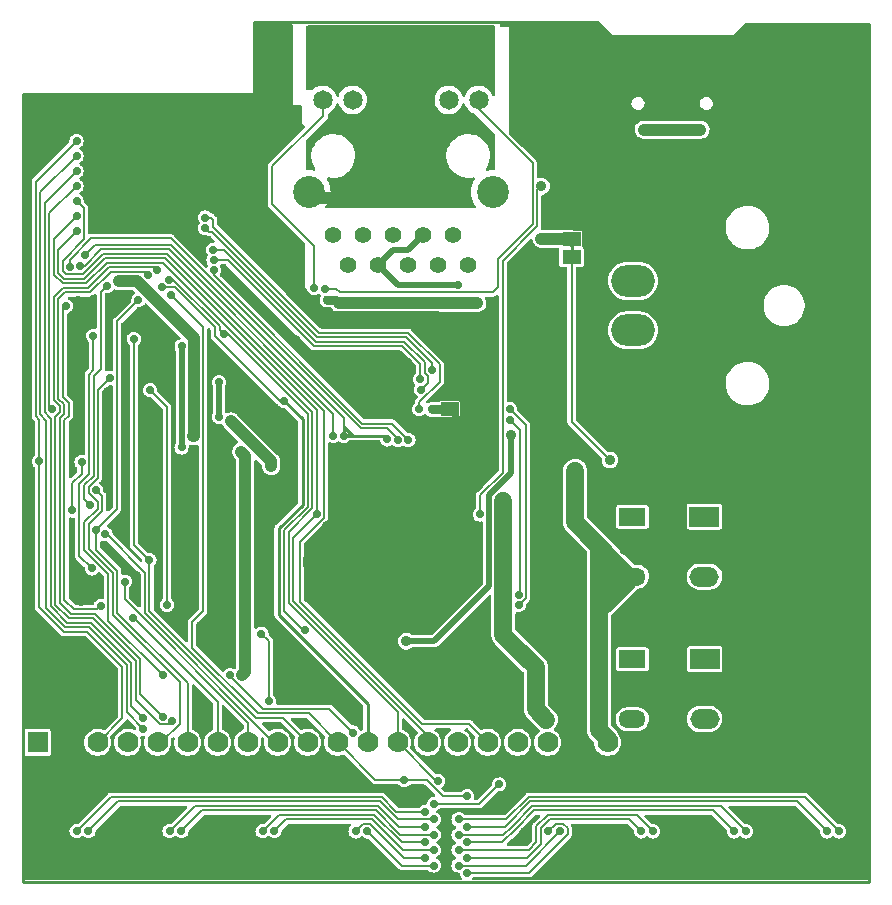
<source format=gbr>
%TF.GenerationSoftware,KiCad,Pcbnew,(7.0.0)*%
%TF.CreationDate,2023-03-12T03:28:46+03:00*%
%TF.ProjectId,ESP32-DEVKIT-L,45535033-322d-4444-9556-4b49542d4c2e,1*%
%TF.SameCoordinates,PX4260300PY8558f68*%
%TF.FileFunction,Copper,L2,Bot*%
%TF.FilePolarity,Positive*%
%FSLAX46Y46*%
G04 Gerber Fmt 4.6, Leading zero omitted, Abs format (unit mm)*
G04 Created by KiCad (PCBNEW (7.0.0)) date 2023-03-12 03:28:46*
%MOMM*%
%LPD*%
G01*
G04 APERTURE LIST*
G04 Aperture macros list*
%AMRoundRect*
0 Rectangle with rounded corners*
0 $1 Rounding radius*
0 $2 $3 $4 $5 $6 $7 $8 $9 X,Y pos of 4 corners*
0 Add a 4 corners polygon primitive as box body*
4,1,4,$2,$3,$4,$5,$6,$7,$8,$9,$2,$3,0*
0 Add four circle primitives for the rounded corners*
1,1,$1+$1,$2,$3*
1,1,$1+$1,$4,$5*
1,1,$1+$1,$6,$7*
1,1,$1+$1,$8,$9*
0 Add four rect primitives between the rounded corners*
20,1,$1+$1,$2,$3,$4,$5,0*
20,1,$1+$1,$4,$5,$6,$7,0*
20,1,$1+$1,$6,$7,$8,$9,0*
20,1,$1+$1,$8,$9,$2,$3,0*%
G04 Aperture macros list end*
%TA.AperFunction,ComponentPad*%
%ADD10C,1.200000*%
%TD*%
%TA.AperFunction,ComponentPad*%
%ADD11C,6.300000*%
%TD*%
%TA.AperFunction,ComponentPad*%
%ADD12C,1.300000*%
%TD*%
%TA.AperFunction,ComponentPad*%
%ADD13C,2.000000*%
%TD*%
%TA.AperFunction,ComponentPad*%
%ADD14R,0.400000X0.400000*%
%TD*%
%TA.AperFunction,ComponentPad*%
%ADD15R,1.422400X1.422400*%
%TD*%
%TA.AperFunction,ComponentPad*%
%ADD16C,1.410000*%
%TD*%
%TA.AperFunction,ComponentPad*%
%ADD17C,1.650000*%
%TD*%
%TA.AperFunction,ComponentPad*%
%ADD18C,2.700000*%
%TD*%
%TA.AperFunction,ComponentPad*%
%ADD19R,1.778000X1.778000*%
%TD*%
%TA.AperFunction,ComponentPad*%
%ADD20C,1.778000*%
%TD*%
%TA.AperFunction,SMDPad,CuDef*%
%ADD21R,1.600200X1.168400*%
%TD*%
%TA.AperFunction,ComponentPad*%
%ADD22R,2.300000X1.500000*%
%TD*%
%TA.AperFunction,ComponentPad*%
%ADD23O,2.300000X1.500000*%
%TD*%
%TA.AperFunction,ComponentPad*%
%ADD24R,2.500000X1.700000*%
%TD*%
%TA.AperFunction,ComponentPad*%
%ADD25O,2.500000X1.700000*%
%TD*%
%TA.AperFunction,ComponentPad*%
%ADD26RoundRect,0.250001X-1.599999X1.099999X-1.599999X-1.099999X1.599999X-1.099999X1.599999X1.099999X0*%
%TD*%
%TA.AperFunction,ComponentPad*%
%ADD27O,3.700000X2.700000*%
%TD*%
%TA.AperFunction,ComponentPad*%
%ADD28O,1.200000X2.200000*%
%TD*%
%TA.AperFunction,ComponentPad*%
%ADD29O,1.300000X2.000000*%
%TD*%
%TA.AperFunction,ViaPad*%
%ADD30C,0.900000*%
%TD*%
%TA.AperFunction,ViaPad*%
%ADD31C,0.700000*%
%TD*%
%TA.AperFunction,ViaPad*%
%ADD32C,0.750000*%
%TD*%
%TA.AperFunction,Conductor*%
%ADD33C,1.016000*%
%TD*%
%TA.AperFunction,Conductor*%
%ADD34C,0.203200*%
%TD*%
%TA.AperFunction,Conductor*%
%ADD35C,0.254000*%
%TD*%
%TA.AperFunction,Conductor*%
%ADD36C,1.524000*%
%TD*%
%TA.AperFunction,Conductor*%
%ADD37C,0.508000*%
%TD*%
%TA.AperFunction,Conductor*%
%ADD38C,1.778000*%
%TD*%
%TA.AperFunction,Conductor*%
%ADD39C,0.406400*%
%TD*%
%TA.AperFunction,Conductor*%
%ADD40C,0.762000*%
%TD*%
%TA.AperFunction,Conductor*%
%ADD41C,1.270000*%
%TD*%
%TA.AperFunction,Conductor*%
%ADD42C,0.250000*%
%TD*%
%TA.AperFunction,Profile*%
%ADD43C,0.254000*%
%TD*%
G04 APERTURE END LIST*
D10*
X1139000Y17524000D03*
X1901000Y19175000D03*
X1901000Y15746000D03*
X3552000Y19937000D03*
D11*
X3552000Y17524000D03*
D10*
X3552000Y15111000D03*
X5203000Y19175000D03*
X5203000Y15873000D03*
X5965000Y17524000D03*
D12*
X7610000Y59542000D03*
X7610000Y57742000D03*
X7610000Y55942000D03*
X9410000Y59542000D03*
D13*
X9410000Y57742000D03*
D12*
X9410000Y55942000D03*
X11210000Y59542000D03*
X11210000Y57742000D03*
X11210000Y55942000D03*
D14*
X30848999Y43080999D03*
X29848999Y43080999D03*
X31648999Y42280999D03*
X29048999Y42280999D03*
D15*
X30348999Y41780999D03*
D14*
X31648999Y41280999D03*
X29048999Y41280999D03*
X30848999Y40480999D03*
X29848999Y40480999D03*
D16*
X36455000Y54766000D03*
X35185000Y52226000D03*
X33915000Y54766000D03*
X32645000Y52226000D03*
X31375000Y54766000D03*
X30105000Y52226000D03*
X28835000Y54766000D03*
X27565000Y52226000D03*
D17*
X27930000Y66214500D03*
X38610000Y66214500D03*
D18*
X39800000Y58416000D03*
X24200000Y58416000D03*
D17*
X25390000Y66214500D03*
X36070000Y66214500D03*
D10*
X44319000Y68705000D03*
X45081000Y70356000D03*
X45081000Y66927000D03*
X46732000Y71118000D03*
D11*
X46732000Y68705000D03*
D10*
X46732000Y66292000D03*
X48383000Y70356000D03*
X48383000Y67054000D03*
X49145000Y68705000D03*
D19*
X1265999Y11808999D03*
D20*
X3806000Y11809000D03*
X6346000Y11809000D03*
X8886000Y11809000D03*
X11426000Y11809000D03*
X13966000Y11809000D03*
X16506000Y11809000D03*
X19046000Y11809000D03*
X21586000Y11809000D03*
X24126000Y11809000D03*
X26666000Y11809000D03*
X29206000Y11809000D03*
X31746000Y11809000D03*
X34286000Y11809000D03*
X36826000Y11809000D03*
X39366000Y11809000D03*
X41906000Y11809000D03*
X44446000Y11809000D03*
X46986000Y11809000D03*
X49526000Y11809000D03*
D21*
X46469999Y52927999D03*
X46469999Y52927999D03*
X46469999Y54451999D03*
D16*
X26300000Y54775000D03*
D22*
X51609999Y30924999D03*
D23*
X51609999Y28384999D03*
X51609999Y25844999D03*
D22*
X51609999Y18849999D03*
D23*
X51609999Y16309999D03*
X51609999Y13769999D03*
D24*
X57724999Y18874999D03*
D25*
X57724999Y16334999D03*
X57724999Y13794999D03*
D24*
X57717499Y30934999D03*
D25*
X57717499Y28394999D03*
X57717499Y25854999D03*
D26*
X57165000Y50900000D03*
D27*
X57164999Y46699999D03*
X51664999Y50899999D03*
X51664999Y46699999D03*
D28*
X50654999Y65419999D03*
X59294999Y65419999D03*
D29*
X50654999Y69599999D03*
X59294999Y69599999D03*
D21*
X36135487Y40063499D03*
X36135487Y38539499D03*
X36135487Y38539499D03*
D16*
X37715000Y52225000D03*
D26*
X57165000Y50900000D03*
D27*
X57164999Y46699999D03*
X51664999Y50899999D03*
X51664999Y46699999D03*
D30*
X45670000Y40830000D03*
X50100000Y44160000D03*
X44850000Y51730000D03*
X14015299Y24177800D03*
X55150000Y28385000D03*
X35940000Y30088000D03*
X20570000Y67818000D03*
X61490000Y30950000D03*
X60185000Y18845000D03*
X67805000Y17590000D03*
X20570000Y69084000D03*
X11035000Y61698000D03*
X65290000Y12515000D03*
X14855000Y59163000D03*
X69090000Y11235000D03*
X69080000Y32220000D03*
X60205000Y16295000D03*
X3400000Y65468000D03*
X34849102Y38502577D03*
X63985000Y20130000D03*
X35940000Y28945000D03*
X62760000Y12505000D03*
X65280000Y33500000D03*
X55185000Y23310000D03*
X60205000Y17565000D03*
X64005000Y15040000D03*
X13585000Y61718000D03*
X37210000Y28945000D03*
X64030000Y12505000D03*
X7230000Y65483000D03*
X61455000Y21390000D03*
X12325000Y59163000D03*
X11035000Y65508000D03*
X13575000Y64238000D03*
X53915000Y23310000D03*
D31*
X32580000Y44010000D03*
D30*
X9765000Y61698000D03*
X67830000Y29690000D03*
X57655000Y21375000D03*
X61490000Y29680000D03*
X5960000Y65483000D03*
X69090000Y29680000D03*
X28317000Y30095000D03*
X61480000Y32220000D03*
X13585000Y55353000D03*
X56400000Y21375000D03*
X20570000Y66548000D03*
X69090000Y12505000D03*
X61490000Y13775000D03*
X56430000Y11210000D03*
X34635525Y21610100D03*
X64030000Y13775000D03*
X62760000Y13775000D03*
X28317000Y28952000D03*
X32130000Y23235000D03*
D31*
X40174428Y9133880D03*
D30*
X29206000Y35175000D03*
X32130000Y28948000D03*
X8500000Y64213000D03*
X38480000Y30088000D03*
X70355000Y33490000D03*
X69115000Y23335000D03*
X61490000Y12505000D03*
X20323700Y65490519D03*
X23110000Y65147000D03*
X56425000Y33475000D03*
X69090000Y28410000D03*
X66535000Y17590000D03*
X65290000Y13785000D03*
X69055000Y21390000D03*
X17680000Y42740000D03*
X23070479Y45803479D03*
X4568000Y37587848D03*
X67825000Y33510000D03*
X12305000Y62968000D03*
X62735000Y16310000D03*
X21967000Y51685000D03*
X67855000Y24615000D03*
X22690000Y35050000D03*
X14855000Y60433000D03*
X27047000Y30095000D03*
X64005000Y16310000D03*
X70360000Y30950000D03*
X61465000Y16310000D03*
X11035000Y62968000D03*
X65265000Y17590000D03*
X58220000Y4230000D03*
X9765000Y64238000D03*
X62755000Y32220000D03*
X12461090Y45243100D03*
X61515000Y25875000D03*
X61455000Y20120000D03*
X65315000Y23345000D03*
X70360000Y28410000D03*
X22094000Y65147000D03*
X29587000Y30095000D03*
X60230000Y11220000D03*
X14845000Y62973000D03*
X58955000Y33475000D03*
X7230000Y62943000D03*
X60230000Y28395000D03*
X4905900Y23813898D03*
X64000000Y21400000D03*
X69055000Y20120000D03*
X65265000Y18860000D03*
X44700000Y28063000D03*
X66560000Y30960000D03*
X13585000Y60433000D03*
X70385000Y24605000D03*
X13585000Y59163000D03*
X70355000Y32220000D03*
X60230000Y27125000D03*
X62755000Y33490000D03*
X35940000Y24378000D03*
X64055000Y24605000D03*
X61515000Y24605000D03*
X67810000Y30970000D03*
X64030000Y28410000D03*
X64030000Y29680000D03*
X67810000Y32240000D03*
X16603499Y22239588D03*
X36826000Y45716000D03*
X60210000Y30945000D03*
X10420000Y4215669D03*
X67830000Y11245000D03*
X66530000Y21400000D03*
X70330000Y21390000D03*
X70330000Y20120000D03*
X2560000Y4220000D03*
X13575000Y62968000D03*
X67855000Y23345000D03*
X63985000Y18860000D03*
X36826000Y44700000D03*
X55160000Y11210000D03*
X20570000Y48129000D03*
X13585000Y57893000D03*
X70335000Y16310000D03*
X15064589Y21704589D03*
X53890000Y11210000D03*
X57680000Y33475000D03*
X61515000Y23335000D03*
X42489227Y4220000D03*
X34670000Y30091000D03*
X57690000Y11220000D03*
X16115000Y65498000D03*
X69065000Y18850000D03*
X66560000Y12515000D03*
X43684000Y28063000D03*
X11035000Y64238000D03*
X66560000Y13785000D03*
X67785000Y18870000D03*
X8500000Y61673000D03*
X65255000Y21400000D03*
X4695000Y49145000D03*
X61490000Y27140000D03*
X64030000Y27140000D03*
X62785000Y24605000D03*
X30860000Y24382000D03*
X13585000Y56623000D03*
X64025000Y33500000D03*
X69080000Y33490000D03*
X69090000Y27140000D03*
X20580000Y24670000D03*
X57715000Y23320000D03*
X66535000Y16320000D03*
X7230000Y64213000D03*
X66560000Y15055000D03*
X55135000Y16285000D03*
X61465000Y18850000D03*
X44940000Y20738000D03*
X65315000Y24615000D03*
X20653228Y22336328D03*
X61490000Y28410000D03*
X12325000Y55353000D03*
X12305000Y65508000D03*
X8500000Y65483000D03*
X65290000Y29690000D03*
X70360000Y13775000D03*
X56455000Y23310000D03*
X14845000Y65498000D03*
X62735000Y17580000D03*
X25777000Y28952000D03*
X12305000Y64238000D03*
X62785000Y27145000D03*
X12305000Y61698000D03*
X70335000Y17580000D03*
X66585000Y25885000D03*
X66555000Y32230000D03*
X64005000Y17580000D03*
X38480000Y28945000D03*
X60255000Y25860000D03*
X16115000Y62973000D03*
X7489000Y49399000D03*
X32130000Y30091000D03*
X60205000Y15025000D03*
X33400000Y30091000D03*
X30860000Y23235000D03*
X43352843Y34630393D03*
X33400000Y28948000D03*
X37207000Y24380000D03*
D31*
X5971100Y49346601D03*
D30*
X62760000Y30950000D03*
X62760000Y28410000D03*
X17385000Y65498000D03*
X69090000Y30950000D03*
X62785000Y23335000D03*
X20570000Y70354000D03*
X66530000Y20130000D03*
X70360000Y12505000D03*
X25380000Y16970000D03*
X61480000Y33490000D03*
X65255000Y20130000D03*
X69115000Y25875000D03*
X61465000Y15040000D03*
X50340000Y4230000D03*
X65280000Y32230000D03*
X67830000Y12515000D03*
X62785000Y25875000D03*
X70360000Y29680000D03*
X30857000Y28952000D03*
X9770000Y62943000D03*
X64030000Y11235000D03*
X8568500Y49399561D03*
X20570000Y71624000D03*
X16115000Y64248000D03*
X12315000Y60433000D03*
X53880000Y28385000D03*
X60255000Y23320000D03*
X65290000Y11245000D03*
X60225000Y33485000D03*
X34670000Y24378000D03*
X22094000Y71624000D03*
X62760000Y11235000D03*
X67830000Y27150000D03*
X64010000Y30960000D03*
X70385000Y25875000D03*
X12325000Y57893000D03*
X22957600Y51685000D03*
X8500000Y62943000D03*
X32130000Y22088000D03*
X62760000Y15045000D03*
X12325000Y56623000D03*
X4680000Y65478000D03*
X66560000Y29690000D03*
X64010000Y32230000D03*
X34670000Y28948000D03*
X65315000Y25885000D03*
X35774009Y5859842D03*
X65290000Y27150000D03*
X14845000Y64248000D03*
X26170000Y4216721D03*
X60230000Y29665000D03*
X4695000Y44192000D03*
X9765000Y65508000D03*
X7230000Y61673000D03*
X62730000Y21390000D03*
X60200000Y21385000D03*
X44812500Y56173000D03*
X53880000Y33465000D03*
X67805000Y15050000D03*
X69090000Y13775000D03*
X9609195Y25870474D03*
X62760000Y29680000D03*
X60255000Y24590000D03*
X62730000Y20120000D03*
X67830000Y28420000D03*
X69065000Y15040000D03*
X53855000Y21365000D03*
X58930000Y21375000D03*
X32130000Y24381000D03*
X69065000Y16310000D03*
X39154589Y34343411D03*
X14855000Y57893000D03*
X55130000Y21365000D03*
X4695000Y45462000D03*
X70335000Y18850000D03*
X60230000Y13760000D03*
X55155000Y33465000D03*
X7225961Y41504039D03*
X66555000Y33500000D03*
X60230000Y12490000D03*
X14855000Y61718000D03*
X65290000Y28420000D03*
X70385000Y23335000D03*
X25015000Y48065500D03*
X22094000Y70354000D03*
X61465000Y17580000D03*
X30860000Y22088000D03*
X66585000Y24615000D03*
X66560000Y11245000D03*
X644186Y30348000D03*
X67830000Y13785000D03*
X67800000Y21410000D03*
X58960000Y11220000D03*
X69115000Y24605000D03*
X58985000Y23320000D03*
X66100000Y4230000D03*
X29587000Y28952000D03*
X60185000Y20115000D03*
X16125000Y61703000D03*
X37210000Y30088000D03*
X66585000Y27155000D03*
X70360000Y11235000D03*
X67855000Y25885000D03*
X61490000Y11235000D03*
X69065000Y17580000D03*
X64055000Y25875000D03*
X66535000Y18860000D03*
X65265000Y16320000D03*
X67785000Y20140000D03*
X70360000Y15045000D03*
X27047000Y28952000D03*
X66585000Y23345000D03*
X30857000Y30095000D03*
X36336128Y16343872D03*
X67805000Y16320000D03*
X62735000Y18850000D03*
X70385000Y27145000D03*
X18298234Y4212649D03*
X65290000Y30960000D03*
X25777000Y30095000D03*
X64055000Y23335000D03*
X60210000Y32215000D03*
X66560000Y28420000D03*
X29590000Y24378000D03*
X13575000Y65508000D03*
X65265000Y15050000D03*
X53865000Y16285000D03*
X18851351Y23366097D03*
D31*
X14474000Y42797000D03*
D30*
X40690000Y32256000D03*
X8180000Y50860000D03*
X44300000Y13730000D03*
X18590000Y17500000D03*
X18500000Y36440000D03*
X14380071Y38372992D03*
X43430000Y14603000D03*
D31*
X20840000Y15280551D03*
X1373596Y35598933D03*
X20208300Y21020000D03*
X4550000Y62736000D03*
X36826000Y50544000D03*
X29714000Y49020000D03*
D30*
X33970000Y49020000D03*
X38477000Y49020000D03*
D32*
X25777000Y49274000D03*
D30*
X41364900Y37840000D03*
D31*
X57375000Y63700000D03*
D30*
X32480000Y20380000D03*
D31*
X52575000Y63700000D03*
X34675000Y40000000D03*
X10783480Y41634700D03*
X12202865Y23472700D03*
X4550000Y57656000D03*
D30*
X46770000Y32764000D03*
X48775000Y17775000D03*
X46770000Y34796000D03*
X46770000Y33780000D03*
D31*
X12548555Y49657751D03*
X37630000Y7240000D03*
X32287950Y8614224D03*
X4550000Y60196000D03*
X10159519Y13895438D03*
X10189840Y12975717D03*
X4550000Y61466000D03*
X4550000Y56386000D03*
X35145630Y8547045D03*
D30*
X21020000Y35220000D03*
X17649000Y38987000D03*
D31*
X16633000Y39367980D03*
X16633000Y42289000D03*
X17554700Y17500000D03*
X11840211Y17500211D03*
X4550000Y58926000D03*
X27948670Y12640081D03*
X7361100Y42670000D03*
X2479143Y40010000D03*
X17000543Y46411091D03*
X23900000Y21314700D03*
X12401455Y50997029D03*
X11847164Y13987300D03*
X10600358Y51399500D03*
X13438190Y45337000D03*
X13440000Y36790000D03*
X6208900Y33188293D03*
X6210000Y29820300D03*
X9793926Y49269812D03*
X11397444Y51785274D03*
X12674333Y13641251D03*
X26284996Y37780500D03*
X4876919Y52140990D03*
X27174000Y37780500D03*
X5240429Y53043317D03*
X30873671Y37471275D03*
X4003187Y52061931D03*
X31750000Y37430000D03*
X16184289Y51771382D03*
X32640000Y37429534D03*
X7133800Y50463101D03*
X5712747Y31897853D03*
X7000251Y29439300D03*
X9394000Y45972000D03*
X10719095Y27241700D03*
X6600000Y23366000D03*
X9336254Y22322491D03*
X3622686Y48766000D03*
X5965000Y46226000D03*
X8620300Y25430000D03*
X5838000Y26540998D03*
X24869536Y31110464D03*
X38714930Y31113000D03*
X4550000Y55100000D03*
D30*
X43912500Y58900000D03*
D31*
X15427114Y55370000D03*
X34652156Y43340000D03*
X16150053Y52648526D03*
X33642256Y42564031D03*
X16116035Y53525679D03*
X33725383Y41690676D03*
X15418726Y56251734D03*
X33568163Y40029483D03*
X11808376Y50349872D03*
X22126611Y40740917D03*
X25559530Y50187798D03*
X24666301Y50321179D03*
D30*
X33905000Y71245000D03*
X30095000Y71245000D03*
X28190000Y69340000D03*
X33905000Y67435000D03*
X33905000Y59815000D03*
X32000000Y69340000D03*
X30095000Y63625000D03*
X30095000Y67435000D03*
X32000000Y61720000D03*
X28190000Y57910000D03*
X35810000Y57910000D03*
X38350000Y69340000D03*
X32000000Y65530000D03*
X25650000Y69340000D03*
X36445000Y64260000D03*
X35810000Y69340000D03*
X32000000Y57910000D03*
X33905000Y63625000D03*
X27555000Y64260000D03*
X30095000Y59815000D03*
X26920000Y71245000D03*
X37080000Y71245000D03*
D31*
X4155440Y31450000D03*
X4980000Y35538700D03*
X40304333Y8266251D03*
X34800000Y6590000D03*
X41264900Y40018517D03*
X41979830Y23432698D03*
D30*
X43912500Y54450000D03*
X49710000Y35720000D03*
D31*
X41264900Y39129118D03*
X41979330Y24314690D03*
X34090000Y5940000D03*
X4560000Y4290000D03*
X34790000Y5290000D03*
X5560000Y4290000D03*
X12430000Y4290000D03*
X34090000Y4640000D03*
X34790000Y3990000D03*
X13430000Y4290000D03*
X34090000Y3340000D03*
X20308234Y4290126D03*
X34790000Y2690000D03*
X21300000Y4290126D03*
X34090000Y2040000D03*
X28170000Y4286721D03*
X29170000Y4286721D03*
X34790000Y1390000D03*
X37600000Y740000D03*
X44490000Y4283893D03*
X36900000Y1390000D03*
X45490000Y4283893D03*
X52360000Y4284115D03*
X37600000Y2040000D03*
X53360000Y4284115D03*
X36900000Y2690000D03*
X37600000Y3340000D03*
X60230000Y4285112D03*
X61230000Y4285112D03*
X36900000Y3990000D03*
X68110000Y4285000D03*
X37600000Y4640000D03*
X36900000Y5290000D03*
X69110000Y4285000D03*
D33*
X21020000Y35616000D02*
X17649000Y38987000D01*
X21020000Y35220000D02*
X21020000Y35616000D01*
D34*
X15777113Y55020001D02*
X15427114Y55370000D01*
X24942752Y46124432D02*
X16047183Y55020001D01*
X32433306Y46124432D02*
X24942752Y46124432D01*
X16047183Y55020001D02*
X15777113Y55020001D01*
X34652156Y43905582D02*
X32433306Y46124432D01*
X34652156Y43340000D02*
X34652156Y43905582D01*
X15913700Y56251734D02*
X15418726Y56251734D01*
X16119401Y55486613D02*
X16119401Y56046033D01*
X25100571Y46505443D02*
X16119401Y55486613D01*
X32591111Y46505443D02*
X25100571Y46505443D01*
X16119401Y56046033D02*
X15913700Y56251734D01*
X35281556Y43814998D02*
X32591111Y46505443D01*
X35281556Y42351556D02*
X35281556Y43814998D01*
X33568163Y40029483D02*
X33568163Y40638163D01*
X33568163Y40638163D02*
X35281556Y42351556D01*
X17002675Y53525679D02*
X16116035Y53525679D01*
X32275501Y45743421D02*
X24784933Y45743421D01*
X34271656Y42824738D02*
X34023256Y43073138D01*
X34271656Y42236949D02*
X34271656Y42824738D01*
X34023256Y43073138D02*
X34023256Y43995666D01*
X24784933Y45743421D02*
X17002675Y53525679D01*
X33725383Y41690676D02*
X34271656Y42236949D01*
X34023256Y43995666D02*
X32275501Y45743421D01*
X17340999Y52648526D02*
X16150053Y52648526D01*
X24627115Y45362410D02*
X17340999Y52648526D01*
X32117697Y45362410D02*
X24627115Y45362410D01*
X33642256Y42564031D02*
X33642256Y43837851D01*
X33642256Y43837851D02*
X32117697Y45362410D01*
X4003187Y52696182D02*
X4003187Y52061931D01*
X12514107Y54481077D02*
X5788082Y54481077D01*
X28599027Y38396157D02*
X12514107Y54481077D01*
X31750000Y37485053D02*
X30838896Y38396157D01*
X30838896Y38396157D02*
X28599027Y38396157D01*
X31750000Y37430000D02*
X31750000Y37485053D01*
X5788082Y54481077D02*
X4003187Y52696182D01*
D35*
X30564446Y37780500D02*
X27936000Y37780500D01*
X30873671Y37471275D02*
X30564446Y37780500D01*
D34*
X16184289Y51373711D02*
X16184289Y51771382D01*
X28761500Y38796500D02*
X16184289Y51373711D01*
X31273607Y38796500D02*
X28761500Y38796500D01*
X32640000Y37430107D02*
X31273607Y38796500D01*
X32640000Y37429534D02*
X32640000Y37430107D01*
D36*
X31990000Y40140000D02*
X30349000Y41781000D01*
X31990000Y40120000D02*
X31990000Y40140000D01*
X34032000Y28700000D02*
X34032000Y37082000D01*
D34*
X41993905Y23432698D02*
X41979830Y23432698D01*
X41264900Y40018517D02*
X42610000Y38673417D01*
X42610000Y24048793D02*
X41993905Y23432698D01*
X42610000Y38673417D02*
X42610000Y24048793D01*
X42094300Y24429660D02*
X41979330Y24314690D01*
X42094300Y38299718D02*
X42094300Y24429660D01*
X41264900Y39129118D02*
X42094300Y38299718D01*
X26559164Y50187798D02*
X25559530Y50187798D01*
X26837962Y49909000D02*
X26559164Y50187798D01*
X39810500Y49909000D02*
X26837962Y49909000D01*
X40255000Y50353500D02*
X39810500Y49909000D01*
X43176000Y60831000D02*
X43176000Y55687500D01*
X40255000Y52766500D02*
X40255000Y50353500D01*
X38600000Y65407000D02*
X43176000Y60831000D01*
X38600000Y66225000D02*
X38600000Y65407000D01*
X43176000Y55687500D02*
X40255000Y52766500D01*
X43267316Y55240000D02*
X43267328Y55240000D01*
X40636000Y52608684D02*
X43267316Y55240000D01*
X43557008Y58544508D02*
X43912500Y58900000D01*
X40636000Y34644630D02*
X40636000Y52608684D01*
X43267328Y55240000D02*
X43557008Y55529680D01*
X38714930Y32723560D02*
X40636000Y34644630D01*
X43557008Y55529680D02*
X43557008Y58544508D01*
X38714930Y31113000D02*
X38714930Y32723560D01*
D37*
X34820000Y20380000D02*
X32480000Y20380000D01*
X39496230Y32750518D02*
X39496230Y25056230D01*
X39496230Y25056230D02*
X34820000Y20380000D01*
X41364900Y34619188D02*
X39496230Y32750518D01*
X41364900Y37840000D02*
X41364900Y34619188D01*
D34*
X46470000Y38960000D02*
X46470000Y52928000D01*
X49710000Y35720000D02*
X46470000Y38960000D01*
D35*
X46470000Y54290000D02*
X46470000Y52928000D01*
D33*
X46312000Y54450000D02*
X43912500Y54450000D01*
X46475000Y54287000D02*
X46312000Y54450000D01*
D36*
X46770000Y34796000D02*
X46770000Y30435262D01*
X46770000Y30435262D02*
X50332631Y26872631D01*
D34*
X46685000Y34796000D02*
X46770000Y34796000D01*
D33*
X46770000Y34796000D02*
X46770000Y32764000D01*
D34*
X46770000Y32764000D02*
X46609000Y32925000D01*
D38*
X38223000Y40257000D02*
X38223000Y42162000D01*
D39*
X38223000Y38606000D02*
X37588000Y38606000D01*
X37588000Y38606000D02*
X38223000Y38606000D01*
D38*
X38223000Y38606000D02*
X38223000Y40257000D01*
D40*
X13204000Y32383000D02*
X13204000Y31367000D01*
D33*
X34032000Y24382000D02*
X34032000Y27176000D01*
X28317000Y28954000D02*
X30857000Y28954000D01*
X34032000Y27176000D02*
X34032000Y28700000D01*
X14855000Y61720000D02*
X14855000Y61653000D01*
X14855000Y61653000D02*
X13043200Y59841200D01*
X21459000Y70356000D02*
X21459000Y71626000D01*
D37*
X38223000Y42162000D02*
X38604000Y42289000D01*
X38604000Y42289000D02*
X38223000Y42162000D01*
D33*
X43684000Y28065000D02*
X44700000Y28065000D01*
D37*
X631000Y23493000D02*
X631000Y13714000D01*
X631000Y27557000D02*
X631000Y23493000D01*
D33*
X30349000Y41781000D02*
X26969000Y41781000D01*
X20570000Y24660000D02*
X20570000Y22983604D01*
X33905000Y24382000D02*
X35936992Y24382000D01*
X17680000Y42740000D02*
X22510000Y37910000D01*
D36*
X46986000Y11809000D02*
X46986000Y13968000D01*
D38*
X16360595Y57929801D02*
X13367001Y57929801D01*
D40*
X36127500Y38542500D02*
X36127500Y38288500D01*
D36*
X34984500Y47559500D02*
X25523000Y47559500D01*
D40*
X36127500Y38542500D02*
X38159500Y38542500D01*
D37*
X12447990Y45230000D02*
X11520000Y45230000D01*
D38*
X38223000Y44321000D02*
X36826000Y45718000D01*
D33*
X31619000Y24382000D02*
X30349000Y25652000D01*
D37*
X12461090Y45243100D02*
X12447990Y45230000D01*
D38*
X38223000Y42162000D02*
X38223000Y44321000D01*
D37*
X3375000Y65450000D02*
X3415000Y65450000D01*
X609140Y33312411D02*
X554810Y33366741D01*
D33*
X35937000Y29081000D02*
X37715000Y29081000D01*
D36*
X23618000Y49464500D02*
X22957600Y50124900D01*
D33*
X23110000Y65149000D02*
X22094000Y65149000D01*
X35937000Y24382008D02*
X35936992Y24382000D01*
X13204000Y24509000D02*
X13204000Y32383000D01*
X20580000Y24670000D02*
X20570000Y24660000D01*
D41*
X21967000Y51687000D02*
X22957600Y50696400D01*
D33*
X3806000Y11809000D02*
X3806000Y14857000D01*
D37*
X609140Y33312411D02*
X631000Y33290551D01*
D33*
X34032000Y24382000D02*
X33905000Y24382000D01*
X22510000Y32840000D02*
X20580000Y30910000D01*
X23070479Y45679521D02*
X23070479Y45805479D01*
D40*
X36318004Y37590000D02*
X36318004Y38351996D01*
D39*
X38032504Y38415504D02*
X36558974Y38415504D01*
X36558974Y38415504D02*
X36064000Y38415504D01*
D41*
X22957600Y50696400D02*
X22957600Y50023986D01*
D33*
X24253000Y26795000D02*
X24253000Y27303000D01*
X29206000Y32256000D02*
X29206000Y35177000D01*
X3806000Y14857000D02*
X3552000Y15111000D01*
D37*
X3552000Y65313000D02*
X3552000Y65276000D01*
X37969000Y42162000D02*
X38223000Y42162000D01*
D40*
X36318004Y38351996D02*
X36127500Y38542500D01*
D33*
X26969000Y41781000D02*
X23070479Y45679521D01*
D40*
X38159500Y38542500D02*
X38223000Y38606000D01*
D36*
X36826000Y45718000D02*
X34984500Y47559500D01*
X21967000Y51687000D02*
X22957600Y51687000D01*
D33*
X34032000Y27176000D02*
X33143000Y27176000D01*
X33905000Y24382000D02*
X31619000Y24382000D01*
X22510000Y37910000D02*
X22510000Y32840000D01*
D38*
X21967000Y51687000D02*
X21967000Y52323396D01*
D37*
X3415000Y65450000D02*
X3552000Y65313000D01*
X554810Y33366741D02*
X554810Y62629810D01*
D36*
X25015000Y48067500D02*
X23058514Y50023986D01*
D38*
X21967000Y52323396D02*
X16360595Y57929801D01*
D36*
X25523000Y47559500D02*
X25015000Y48067500D01*
D38*
X13367001Y57929801D02*
X13043200Y57606000D01*
D41*
X22983000Y51687000D02*
X22957600Y51687000D01*
D33*
X24253000Y27303000D02*
X29206000Y32256000D01*
X20580000Y30910000D02*
X20580000Y24670000D01*
D37*
X554810Y62629810D02*
X3375000Y65450000D01*
D36*
X22957600Y50124900D02*
X22957600Y51687000D01*
D37*
X631000Y33290551D02*
X631000Y27557000D01*
D33*
X35937000Y26033000D02*
X35937000Y24382008D01*
X43430000Y14603000D02*
X43430000Y14600000D01*
D36*
X43430000Y18196302D02*
X41525000Y20101302D01*
X43430000Y14600000D02*
X44300000Y13730000D01*
X40690030Y32255970D02*
X40690030Y20936272D01*
D33*
X14474000Y37744000D02*
X14450000Y37720000D01*
X18851351Y17761351D02*
X18851351Y36088649D01*
D36*
X40690000Y32256000D02*
X40690030Y32255970D01*
D33*
X14474000Y42797000D02*
X14474000Y37744000D01*
X14474000Y46054581D02*
X14474000Y42797000D01*
X8180000Y50860000D02*
X9668581Y50860000D01*
D40*
X41562302Y20064000D02*
X41525000Y20101302D01*
D36*
X43430000Y14603000D02*
X43430000Y18196302D01*
D33*
X44300000Y13730000D02*
X43173000Y14857000D01*
X18851351Y36088649D02*
X18500000Y36440000D01*
X9668581Y50860000D02*
X14474000Y46054581D01*
X18590000Y17500000D02*
X18851351Y17761351D01*
D36*
X40690030Y20936272D02*
X41525000Y20101302D01*
D34*
X1373596Y35598933D02*
X1373086Y35598423D01*
D33*
X6350000Y11805000D02*
X6350000Y11800000D01*
D34*
X1373086Y23262594D02*
X3456182Y21179498D01*
X1088221Y39433183D02*
X1088221Y59274221D01*
X1373086Y35598423D02*
X1373086Y23262594D01*
X1373086Y39148318D02*
X1088221Y39433183D01*
X3456182Y21179498D02*
X5455238Y21179498D01*
X20840000Y15280551D02*
X20840000Y20388300D01*
X8426000Y18208736D02*
X8426000Y13876000D01*
X5455238Y21179498D02*
X8426000Y18208736D01*
D33*
X6346000Y11809000D02*
X6350000Y11805000D01*
D34*
X1373086Y35599443D02*
X1373086Y39148318D01*
X1088221Y59274221D02*
X4550000Y62736000D01*
X8426000Y13876000D02*
X6350000Y11800000D01*
X1373596Y35598933D02*
X1373086Y35599443D01*
X20840000Y20388300D02*
X20208300Y21020000D01*
D33*
X29714000Y49020000D02*
X26793000Y49020000D01*
D37*
X32614000Y53465000D02*
X31344000Y53465000D01*
X31344000Y53465000D02*
X30105000Y52226000D01*
D33*
X26793000Y49020000D02*
X26920000Y49020000D01*
D37*
X31787000Y50544000D02*
X36826000Y50544000D01*
D33*
X33970000Y49020000D02*
X29714000Y49020000D01*
D37*
X33915000Y54766000D02*
X32614000Y53465000D01*
X30105000Y52226000D02*
X31787000Y50544000D01*
D33*
X33970000Y49020000D02*
X38477000Y49020000D01*
D40*
X26539000Y49274000D02*
X25777000Y49274000D01*
X26793000Y49020000D02*
X26539000Y49274000D01*
D33*
X52575000Y63700000D02*
X57375000Y63700000D01*
D40*
X35169974Y40000000D02*
X34675000Y40000000D01*
X35161986Y40003000D02*
X34667012Y40003000D01*
X36064000Y40003000D02*
X35161986Y40003000D01*
D34*
X12202865Y40215315D02*
X10783480Y41634700D01*
X12202865Y23472700D02*
X12202865Y40215315D01*
X4550000Y57656000D02*
X5179400Y57026600D01*
X3374287Y52606098D02*
X3374287Y51737713D01*
X23465600Y28817128D02*
X25498936Y30850464D01*
X5179400Y54411211D02*
X3374287Y52606098D01*
X23465600Y23716839D02*
X23465600Y28817128D01*
X3374287Y51737713D02*
X3679000Y51433000D01*
X25498936Y39879758D02*
X12202020Y53176674D01*
X5179400Y57026600D02*
X5179400Y54411211D01*
X33821439Y13361000D02*
X23465600Y23716839D01*
X25498936Y30850464D02*
X25498936Y39879758D01*
X12202020Y53176674D02*
X6802002Y53176674D01*
X3679000Y51433000D02*
X4313998Y51433000D01*
X6802002Y53176674D02*
X5058328Y51433000D01*
X5058328Y51433000D02*
X4314000Y51433000D01*
X39375000Y11800000D02*
X37814000Y13361000D01*
X37814000Y13361000D02*
X33821439Y13361000D01*
D33*
X39366000Y11809000D02*
X39375000Y11800000D01*
D36*
X49526000Y11809000D02*
X49526000Y12063000D01*
X50352500Y24587500D02*
X48760000Y22995000D01*
X49526000Y12063000D02*
X48764000Y12825000D01*
X48764000Y28446000D02*
X48610000Y28600000D01*
X48764000Y12825000D02*
X48764000Y22739000D01*
D34*
X50332631Y26872631D02*
X50352500Y26852762D01*
X49640000Y24537000D02*
X48764000Y23661000D01*
D36*
X48764000Y23661000D02*
X48764000Y28446000D01*
X50332631Y26872631D02*
X51360262Y25845000D01*
D34*
X50190000Y26730000D02*
X50332631Y26872631D01*
D36*
X48760000Y22995000D02*
X48760000Y22170000D01*
D33*
X49640000Y27450000D02*
X49640000Y24537000D01*
D34*
X48750000Y28690000D02*
X48220000Y29220000D01*
X50352500Y26852762D02*
X50352500Y24587500D01*
X50190000Y25087000D02*
X50190000Y26730000D01*
X49640000Y24537000D02*
X50190000Y25087000D01*
D36*
X48764000Y22739000D02*
X48764000Y23661000D01*
X51360262Y25845000D02*
X51610000Y25845000D01*
X51610000Y25845000D02*
X50352500Y24587500D01*
D33*
X49520000Y27570000D02*
X49640000Y27450000D01*
D34*
X14762461Y22433989D02*
X14773989Y22433989D01*
X24204849Y14270151D02*
X19894442Y14270151D01*
X19894442Y14270151D02*
X14335189Y19829404D01*
X14773989Y22433989D02*
X15261400Y22921400D01*
X15261400Y46944906D02*
X12548555Y49657751D01*
X35562568Y7240000D02*
X34188344Y8614224D01*
X34188344Y8614224D02*
X32287950Y8614224D01*
X29860776Y8614224D02*
X26666000Y11809000D01*
X14335189Y19829404D02*
X14335189Y22006717D01*
X15261400Y22921400D02*
X15261400Y46944906D01*
X14335189Y22006717D02*
X14762461Y22433989D01*
D33*
X26666000Y11809000D02*
X26675000Y11800000D01*
D34*
X26675000Y11800000D02*
X24204849Y14270151D01*
X32287950Y8614224D02*
X29860776Y8614224D01*
X37630000Y7240000D02*
X35562568Y7240000D01*
X9188000Y18524368D02*
X5770870Y21941498D01*
X2219400Y39380600D02*
X2218436Y39380600D01*
X3771842Y21941498D02*
X2383507Y23329833D01*
X10159519Y13895438D02*
X9188000Y14866957D01*
X2218436Y39380600D02*
X1850243Y39748793D01*
X1850243Y57496243D02*
X4550000Y60196000D01*
X9188000Y14866957D02*
X9188000Y18524368D01*
X2383507Y23329833D02*
X2383507Y39216493D01*
X2383507Y39216493D02*
X2219400Y39380600D01*
X5770870Y21941498D02*
X3771842Y21941498D01*
X1850243Y39748793D02*
X1850243Y57496243D01*
X8807000Y18366552D02*
X5613054Y21560498D01*
X1469232Y39590988D02*
X1469232Y58385232D01*
X2002496Y23172014D02*
X2002496Y39057724D01*
X8807000Y14358557D02*
X8807000Y18366552D01*
X10189840Y12975717D02*
X8807000Y14358557D01*
X3614012Y21560498D02*
X2002496Y23172014D01*
X5613054Y21560498D02*
X3614012Y21560498D01*
X2002496Y39057724D02*
X1469232Y39590988D01*
X1469232Y58385232D02*
X4550000Y61466000D01*
X31750000Y11800000D02*
X31750000Y14354807D01*
X3363360Y50670980D02*
X2612265Y51422075D01*
X24488536Y31619571D02*
X24488536Y39812498D01*
X35007955Y8547045D02*
X31746000Y11809000D01*
X22506001Y23598806D02*
X22506001Y29637036D01*
D33*
X31750000Y11805000D02*
X31746000Y11809000D01*
D34*
X7117634Y52414674D02*
X5373940Y50670980D01*
X5373940Y50670980D02*
X3363360Y50670980D01*
X2612265Y54448265D02*
X4550000Y56386000D01*
X11886360Y52414674D02*
X7117634Y52414674D01*
X35145630Y8547045D02*
X35007955Y8547045D01*
X22506001Y29637036D02*
X24488536Y31619571D01*
D33*
X31750000Y11800000D02*
X31750000Y11805000D01*
D34*
X24488536Y39812498D02*
X11886360Y52414674D01*
X2612265Y51422075D02*
X2612265Y54448265D01*
X31750000Y14354807D02*
X22506001Y23598806D01*
D37*
X16633000Y39367980D02*
X16633000Y42289000D01*
D34*
X2479143Y40010000D02*
X2231254Y40257889D01*
X2231254Y40257889D02*
X2231254Y56607254D01*
X5199600Y30449600D02*
X6342147Y31592147D01*
X5579500Y33449000D02*
X6371400Y34240900D01*
X6342147Y31592147D02*
X6342147Y32157853D01*
X7229400Y26039705D02*
X5199600Y28069505D01*
X25937600Y14651151D02*
X27948670Y12640081D01*
X5199600Y28069505D02*
X5199600Y30449600D01*
X5579500Y32920500D02*
X5579500Y33449000D01*
X6342147Y32157853D02*
X5579500Y32920500D01*
X17540000Y17500000D02*
X17540000Y17436448D01*
X2231254Y56607254D02*
X4550000Y58926000D01*
X6371400Y41680300D02*
X7361100Y42670000D01*
X20325297Y14651151D02*
X25937600Y14651151D01*
X17540000Y17436448D02*
X20325297Y14651151D01*
X11840211Y17500211D02*
X7229400Y22111022D01*
X7229400Y22111022D02*
X7229400Y26039705D01*
X6371400Y34240900D02*
X6371400Y41680300D01*
X22093989Y29763840D02*
X24107536Y31777387D01*
X17345836Y46411091D02*
X17000543Y46411091D01*
X16664562Y46747072D02*
X16664562Y47073512D01*
X24107536Y31777387D02*
X24107536Y39654682D01*
X22785891Y40976327D02*
X22780600Y40976327D01*
X12741045Y50997029D02*
X12401455Y50997029D01*
X23755300Y21314700D02*
X22093989Y22976011D01*
X24107536Y39654682D02*
X22785891Y40976327D01*
X23900000Y21314700D02*
X23755300Y21314700D01*
X22093989Y22976011D02*
X22093989Y29763840D01*
X16664562Y47073512D02*
X12741045Y50997029D01*
X17000543Y46411091D02*
X16664562Y46747072D01*
X22780600Y40976327D02*
X17345836Y46411091D01*
X3145529Y39247463D02*
X3490075Y39592009D01*
X9950000Y18840000D02*
X6086502Y22703498D01*
X7427992Y51647400D02*
X10352458Y51647400D01*
X3490075Y40428741D02*
X2993276Y40925540D01*
X10352458Y51647400D02*
X10600358Y51399500D01*
X4087502Y22703498D02*
X3145529Y23645471D01*
X2993276Y49350191D02*
X3552043Y49908958D01*
X9950000Y15884464D02*
X9950000Y18840000D01*
X5689550Y49908958D02*
X7427992Y51647400D01*
X3490075Y39592009D02*
X3490075Y40428741D01*
X6086502Y22703498D02*
X4087502Y22703498D01*
X2993276Y40925540D02*
X2993276Y49350191D01*
X3552043Y49908958D02*
X5689550Y49908958D01*
X3145529Y23645471D02*
X3145529Y39247463D01*
X11847164Y13987300D02*
X9950000Y15884464D01*
X7610400Y26197520D02*
X7610400Y22619422D01*
D37*
X13440000Y36790000D02*
X13438190Y36791810D01*
D33*
X11425000Y11808000D02*
X11425000Y11775000D01*
D34*
X13303733Y13380544D02*
X11732189Y11809000D01*
X5580600Y30291784D02*
X5580600Y28227320D01*
D37*
X13438190Y36791810D02*
X13438190Y45337000D01*
D34*
X7610400Y22619422D02*
X13303733Y16926089D01*
D33*
X11426000Y11809000D02*
X11425000Y11808000D01*
D34*
X13303733Y16926089D02*
X13303733Y13380544D01*
X11732189Y11809000D02*
X11426000Y11809000D01*
X6208900Y33188293D02*
X6723147Y32674046D01*
X6723147Y32674046D02*
X6723147Y31434332D01*
X6723147Y31434332D02*
X5580600Y30291784D01*
X5580600Y28227320D02*
X7610400Y26197520D01*
X6210000Y29820300D02*
X7990500Y31600800D01*
X6210000Y29820300D02*
X6210000Y28136735D01*
X7991400Y22777238D02*
X13966000Y16802638D01*
D33*
X13966000Y11809000D02*
X13966000Y11800000D01*
D34*
X7990500Y31600800D02*
X7990500Y47466386D01*
X13966000Y16802638D02*
X13966000Y11800000D01*
X6210000Y28136735D02*
X7991400Y26355335D01*
X7991400Y26355335D02*
X7991400Y22777238D01*
X7990500Y47466386D02*
X9793926Y49269812D01*
X5531745Y50289969D02*
X3394224Y50289969D01*
X3929672Y22322498D02*
X5928686Y22322498D01*
X5928686Y22322498D02*
X9569000Y18682184D01*
X3109064Y40270936D02*
X3109064Y39749814D01*
X11586457Y13357900D02*
X12390982Y13357900D01*
X11397444Y51785274D02*
X11154318Y52028400D01*
X11154318Y52028400D02*
X7270176Y52028400D01*
X2612265Y40767735D02*
X3109064Y40270936D01*
X2764518Y23487652D02*
X3929672Y22322498D01*
X3394224Y50289969D02*
X2612265Y49508010D01*
X7270176Y52028400D02*
X5531745Y50289969D01*
X2764518Y39405268D02*
X2764518Y23487652D01*
X2612265Y49508010D02*
X2612265Y40767735D01*
X3109064Y39749814D02*
X2764518Y39405268D01*
X9569000Y15375357D02*
X11586457Y13357900D01*
X9569000Y18682184D02*
X9569000Y15375357D01*
X12390982Y13357900D02*
X12674333Y13641251D01*
X12359850Y53557674D02*
X26284996Y39632528D01*
X4876919Y52140990D02*
X5227502Y52140990D01*
X26284996Y39632528D02*
X26284996Y37780500D01*
X6644186Y53557674D02*
X12359850Y53557674D01*
X5227502Y52140990D02*
X6644186Y53557674D01*
X27174000Y37780500D02*
X27410500Y37780500D01*
D35*
X27458250Y38258250D02*
X27673250Y38043250D01*
D34*
X27174000Y39282354D02*
X27174000Y39050000D01*
X6135786Y53938674D02*
X12517680Y53938674D01*
D35*
X27673250Y38043250D02*
X27936000Y37780500D01*
D34*
X27174000Y39050000D02*
X27174000Y37780500D01*
X12517680Y53938674D02*
X27174000Y39282354D01*
D35*
X27174000Y38542500D02*
X27458250Y38258250D01*
D42*
X27174000Y37780500D02*
X27174000Y38542500D01*
D34*
X27174000Y37780500D02*
X27174000Y37974000D01*
X5240429Y53043317D02*
X6135786Y53938674D01*
X27410500Y37780500D02*
X27673250Y38043250D01*
X27174000Y39050000D02*
X27174000Y38542500D01*
X27174000Y37974000D02*
X27458250Y38258250D01*
X27210500Y37780500D02*
X27470000Y38040000D01*
D35*
X27174000Y37780500D02*
X27936000Y37780500D01*
D34*
X6600000Y43410000D02*
X6600000Y49929301D01*
X10338095Y22748867D02*
X21286962Y11800000D01*
X7092469Y29439300D02*
X10338095Y26193674D01*
X6489400Y43299400D02*
X6600000Y43410000D01*
X10338095Y26193674D02*
X10338095Y22748867D01*
X7000251Y29439300D02*
X7092469Y29439300D01*
X6486124Y43299400D02*
X6489400Y43299400D01*
X5198500Y32412100D02*
X5198500Y33606816D01*
X5712747Y31897853D02*
X5198500Y32412100D01*
X5198500Y33606816D02*
X5990400Y34398716D01*
X6600000Y49929301D02*
X7133800Y50463101D01*
X5990400Y42803676D02*
X6486124Y43299400D01*
D33*
X21586000Y11809000D02*
X21577000Y11800000D01*
D34*
X5990400Y34398716D02*
X5990400Y42803676D01*
X21286962Y11800000D02*
X21575000Y11800000D01*
D33*
X21577000Y11800000D02*
X21575000Y11800000D01*
X24125000Y11808000D02*
X24125000Y11800000D01*
D34*
X19736626Y13889151D02*
X22035849Y13889151D01*
X9394000Y28566795D02*
X9394000Y45972000D01*
X10719095Y22906683D02*
X19736626Y13889151D01*
D33*
X24126000Y11809000D02*
X24125000Y11808000D01*
D34*
X22035849Y13889151D02*
X24125000Y11800000D01*
X10719095Y27241700D02*
X9394000Y28566795D01*
X10719095Y27241700D02*
X10719095Y22906683D01*
X3526540Y23899460D02*
X4341502Y23084498D01*
D33*
X16500000Y11803000D02*
X16500000Y11800000D01*
D34*
X3526540Y39089658D02*
X3526540Y23899460D01*
X3425000Y41032632D02*
X3871086Y40586546D01*
X3425000Y48568314D02*
X3425000Y41032632D01*
X3622686Y48766000D02*
X3425000Y48568314D01*
X4341502Y23084498D02*
X6318498Y23084498D01*
X9336254Y22322491D02*
X9407509Y22322491D01*
D33*
X16506000Y11809000D02*
X16500000Y11803000D01*
D34*
X6318498Y23084498D02*
X6600000Y23366000D01*
X9407509Y22322491D02*
X16500000Y15230000D01*
X3871086Y40586546D02*
X3871086Y39434204D01*
X16500000Y15230000D02*
X16500000Y11800000D01*
X3871086Y39434204D02*
X3526540Y39089658D01*
X19050000Y13498146D02*
X19050000Y11805000D01*
D33*
X19050000Y11805000D02*
X19050000Y11800000D01*
X19046000Y11809000D02*
X19050000Y11805000D01*
D34*
X5609400Y42961492D02*
X5609400Y34556532D01*
X5609400Y34556532D02*
X4784840Y33731972D01*
X4784840Y27594158D02*
X5838000Y26540998D01*
X5965000Y43317092D02*
X5609400Y42961492D01*
X8620300Y25430000D02*
X8620300Y23927846D01*
X5965000Y46226000D02*
X5965000Y43317092D01*
X8620300Y23927846D02*
X19050000Y13498146D01*
X4784840Y33731972D02*
X4784840Y27594158D01*
X24869536Y39970328D02*
X12044190Y52795674D01*
X6959818Y52795674D02*
X5216135Y51051991D01*
X3521179Y51051991D02*
X2993276Y51579894D01*
X22887001Y29127929D02*
X22887001Y23756622D01*
X24869536Y31110464D02*
X24869536Y39970328D01*
D33*
X34286000Y11809000D02*
X34277000Y11800000D01*
D34*
X24869536Y31110464D02*
X22887001Y29127929D01*
X22887001Y23756622D02*
X34275000Y12368623D01*
X5216135Y51051991D02*
X3521179Y51051991D01*
D33*
X34277000Y11800000D02*
X34275000Y11800000D01*
D34*
X34275000Y12368623D02*
X34275000Y11800000D01*
X12044190Y52795674D02*
X6959818Y52795674D01*
X2993276Y51579894D02*
X2993276Y53543276D01*
X2993276Y53543276D02*
X4550000Y55100000D01*
D35*
X22126611Y40740917D02*
X23701136Y39166392D01*
D34*
X21737098Y40740917D02*
X16255599Y46222416D01*
X16255599Y46943645D02*
X12849372Y50349872D01*
X12849372Y50349872D02*
X11808376Y50349872D01*
D35*
X21687589Y29932176D02*
X21687589Y22601083D01*
D33*
X29206000Y11809000D02*
X29206000Y11800000D01*
D34*
X22126611Y40740917D02*
X21737098Y40740917D01*
D35*
X23701136Y31945723D02*
X21687589Y29932176D01*
X29206000Y15082672D02*
X29206000Y11800000D01*
X21687589Y22601083D02*
X29206000Y15082672D01*
X23701136Y39166392D02*
X23701136Y31945723D01*
D34*
X16255599Y46222416D02*
X16255599Y46943645D01*
D33*
X38610000Y66215000D02*
X38600000Y66225000D01*
X38610000Y66214500D02*
X38610000Y66215000D01*
D34*
X25390000Y64889000D02*
X21078000Y60577000D01*
X21078000Y57402000D02*
X24666301Y53813699D01*
X25390000Y66225000D02*
X25390000Y64889000D01*
X24666301Y53813699D02*
X24666301Y50321179D01*
D33*
X25390000Y66225000D02*
X25390000Y66214500D01*
D34*
X21078000Y60577000D02*
X21078000Y57402000D01*
D33*
X28190000Y57910000D02*
X32000000Y57910000D01*
X30095000Y59815000D02*
X33905000Y59815000D01*
X32000000Y61720000D02*
X32000000Y65530000D01*
X30095000Y63625000D02*
X33905000Y63625000D01*
X30095000Y67435000D02*
X30095000Y63625000D01*
X33905000Y67435000D02*
X33905000Y63625000D01*
X35810000Y69340000D02*
X38350000Y69340000D01*
X28190000Y69340000D02*
X25650000Y69340000D01*
X30095000Y71245000D02*
X26920000Y71245000D01*
X33905000Y71245000D02*
X37080000Y71245000D01*
X24706000Y57910000D02*
X28190000Y57910000D01*
X24200000Y58416000D02*
X24706000Y57910000D01*
X32000000Y69340000D02*
X33905000Y71245000D01*
D34*
X4155440Y31450000D02*
X4155440Y33748472D01*
X4984840Y35533860D02*
X4980000Y35538700D01*
X4984840Y34577872D02*
X4984840Y35533860D01*
X4155440Y33748472D02*
X4984840Y34577872D01*
X38628082Y6590000D02*
X34800000Y6590000D01*
X40304333Y8266251D02*
X38628082Y6590000D01*
X44075500Y54287000D02*
X43912500Y54450000D01*
X30377602Y7202121D02*
X31639724Y5940000D01*
X6090000Y5820000D02*
X7472121Y7202121D01*
X7472121Y7202121D02*
X30377602Y7202121D01*
X6090000Y5820000D02*
X6210000Y5940000D01*
X4560000Y4290000D02*
X6090000Y5820000D01*
X31639724Y5940000D02*
X34090000Y5940000D01*
X30219786Y6821121D02*
X8091121Y6821121D01*
X8091121Y6821121D02*
X5560000Y4290000D01*
X34790000Y5290000D02*
X31750908Y5290000D01*
X31750908Y5290000D02*
X30219786Y6821121D01*
X30061970Y6440121D02*
X31862091Y4640000D01*
X12430000Y4290000D02*
X14580121Y6440121D01*
X31862091Y4640000D02*
X34090000Y4640000D01*
X14580121Y6440121D02*
X30061970Y6440121D01*
X15199121Y6059121D02*
X13430000Y4290000D01*
X34790000Y3990000D02*
X31973275Y3990000D01*
X31973275Y3990000D02*
X29904154Y6059121D01*
X29904154Y6059121D02*
X15199121Y6059121D01*
X32084459Y3340000D02*
X34090000Y3340000D01*
X21696229Y5678121D02*
X29746338Y5678121D01*
X20308234Y4290126D02*
X21696229Y5678121D01*
X29746338Y5678121D02*
X32084459Y3340000D01*
X32195643Y2690000D02*
X29588522Y5297121D01*
X29588522Y5297121D02*
X22306995Y5297121D01*
X22306995Y5297121D02*
X21300000Y4290126D01*
X34790000Y2690000D02*
X32195643Y2690000D01*
X28799400Y4916121D02*
X28170000Y4286721D01*
X29430707Y4916121D02*
X28799400Y4916121D01*
X34090000Y2040000D02*
X32306828Y2040000D01*
X32306828Y2040000D02*
X29430707Y4916121D01*
X32066721Y1390000D02*
X29170000Y4286721D01*
X29195000Y4297541D02*
X29261400Y4363941D01*
X34790000Y1390000D02*
X32066721Y1390000D01*
X42836214Y740000D02*
X37600000Y740000D01*
X46119400Y4023186D02*
X42836214Y740000D01*
X44490000Y4283893D02*
X45119400Y4913293D01*
X45119400Y4913293D02*
X45750707Y4913293D01*
X46119400Y4544600D02*
X46119400Y4023186D01*
X45750707Y4913293D02*
X46119400Y4544600D01*
X36900000Y1390000D02*
X42596107Y1390000D01*
X42596107Y1390000D02*
X45490000Y4283893D01*
X43860000Y3192709D02*
X43860000Y4544000D01*
X44610293Y5294293D02*
X51349822Y5294293D01*
X51349822Y5294293D02*
X52360000Y4284115D01*
X42707291Y2040000D02*
X43860000Y3192709D01*
X43860000Y4544000D02*
X44610293Y5294293D01*
X37600000Y2040000D02*
X42707291Y2040000D01*
X36900000Y2690000D02*
X42818475Y2690000D01*
X43479000Y3350525D02*
X43479000Y4701815D01*
X51968822Y5675293D02*
X53360000Y4284115D01*
X43479000Y4701815D02*
X44452477Y5675293D01*
X42818475Y2690000D02*
X43479000Y3350525D01*
X44452477Y5675293D02*
X51968822Y5675293D01*
X58455112Y6060000D02*
X60230000Y4285112D01*
X40580000Y3340000D02*
X41759827Y4519827D01*
X41759827Y4519827D02*
X41759827Y4522128D01*
X37600000Y3340000D02*
X40580000Y3340000D01*
X41759827Y4522128D02*
X43297699Y6060000D01*
X43297699Y6060000D02*
X58455112Y6060000D01*
X41378827Y4677643D02*
X41378827Y4679944D01*
X36900000Y3990000D02*
X40691184Y3990000D01*
X59074112Y6441000D02*
X61230000Y4285112D01*
X40691184Y3990000D02*
X41378827Y4677643D01*
X43139883Y6441000D02*
X59074112Y6441000D01*
X41378827Y4679944D02*
X43139883Y6441000D01*
X42982067Y6822000D02*
X65573000Y6822000D01*
X40997827Y4835459D02*
X40997827Y4837760D01*
X65573000Y6822000D02*
X68110000Y4285000D01*
X40997827Y4837760D02*
X42982067Y6822000D01*
X40802368Y4640000D02*
X40997827Y4835459D01*
X37600000Y4640000D02*
X40802368Y4640000D01*
X40911251Y5290000D02*
X42824251Y7203000D01*
X42824251Y7203000D02*
X66192000Y7203000D01*
X66192000Y7203000D02*
X69110000Y4285000D01*
X36900000Y5290000D02*
X40911251Y5290000D01*
%TA.AperFunction,Conductor*%
G36*
X15782436Y46893785D02*
G01*
X15832595Y46863047D01*
X15862594Y46833048D01*
X15889908Y46792171D01*
X15899499Y46743953D01*
X15899499Y46272416D01*
X15897094Y46249231D01*
X15897024Y46247549D01*
X15894883Y46237335D01*
X15896174Y46226979D01*
X15896174Y46226978D01*
X15898636Y46207228D01*
X15899172Y46202052D01*
X15899499Y46198106D01*
X15899499Y46192908D01*
X15900354Y46187779D01*
X15900355Y46187777D01*
X15902717Y46173618D01*
X15903466Y46168475D01*
X15908287Y46129806D01*
X15909584Y46119403D01*
X15912894Y46112631D01*
X15914136Y46105192D01*
X15919101Y46096017D01*
X15919102Y46096015D01*
X15937684Y46061679D01*
X15940067Y46057048D01*
X15957193Y46022015D01*
X15957195Y46022011D01*
X15961780Y46012634D01*
X15967109Y46007305D01*
X15970700Y46000670D01*
X16004756Y45969320D01*
X16007112Y45967151D01*
X16010870Y45963544D01*
X21449939Y40524474D01*
X21464626Y40506389D01*
X21465773Y40505143D01*
X21471484Y40496402D01*
X21492086Y40480367D01*
X21495424Y40477769D01*
X21499472Y40474482D01*
X21502472Y40471941D01*
X21506162Y40468251D01*
X21510403Y40465223D01*
X21522074Y40456890D01*
X21526248Y40453777D01*
X21557026Y40429822D01*
X21557028Y40429821D01*
X21565270Y40423406D01*
X21572398Y40420959D01*
X21578537Y40416576D01*
X21588546Y40413597D01*
X21597924Y40409012D01*
X21597691Y40408537D01*
X21620226Y40397762D01*
X21648752Y40370676D01*
X21695477Y40309783D01*
X21821753Y40212887D01*
X21968805Y40151977D01*
X22126611Y40131201D01*
X22134798Y40132279D01*
X22143059Y40132279D01*
X22143059Y40129662D01*
X22183921Y40125669D01*
X22232576Y40095430D01*
X23282731Y39045274D01*
X23310045Y39004397D01*
X23319636Y38956179D01*
X23319636Y32155936D01*
X23310045Y32107718D01*
X23282731Y32066840D01*
X21455041Y30239153D01*
X21434870Y30222772D01*
X21434377Y30222451D01*
X21434369Y30222445D01*
X21425633Y30216736D01*
X21419222Y30208501D01*
X21419217Y30208495D01*
X21405878Y30191357D01*
X21402377Y30187368D01*
X21402524Y30187244D01*
X21399153Y30183264D01*
X21395475Y30179585D01*
X21392452Y30175353D01*
X21392450Y30175349D01*
X21383197Y30162391D01*
X21380093Y30158228D01*
X21353841Y30124498D01*
X21353838Y30124495D01*
X21347431Y30116261D01*
X21344807Y30108621D01*
X21340114Y30102046D01*
X21337138Y30092053D01*
X21337135Y30092045D01*
X21324938Y30051076D01*
X21323351Y30046122D01*
X21309478Y30005711D01*
X21309477Y30005707D01*
X21306089Y29995837D01*
X21306089Y29987759D01*
X21303784Y29980017D01*
X21304215Y29969589D01*
X21304215Y29969585D01*
X21305981Y29926903D01*
X21306089Y29921696D01*
X21306089Y22653716D01*
X21303407Y22627860D01*
X21301144Y22617066D01*
X21302435Y22606709D01*
X21302435Y22606706D01*
X21305121Y22585162D01*
X21305450Y22579859D01*
X21305659Y22579876D01*
X21306089Y22574684D01*
X21306089Y22569472D01*
X21306946Y22564335D01*
X21306947Y22564324D01*
X21309564Y22548640D01*
X21310314Y22543494D01*
X21314258Y22511854D01*
X21316893Y22490723D01*
X21320441Y22483465D01*
X21321771Y22475497D01*
X21326737Y22466320D01*
X21326738Y22466318D01*
X21347081Y22428728D01*
X21349462Y22424102D01*
X21372813Y22376337D01*
X21378523Y22370627D01*
X21382369Y22363521D01*
X21390049Y22356451D01*
X21390050Y22356450D01*
X21421494Y22327504D01*
X21425252Y22323898D01*
X28787595Y14961554D01*
X28814909Y14920677D01*
X28824500Y14872459D01*
X28824500Y12973829D01*
X28814534Y12924716D01*
X28786213Y12883372D01*
X28744017Y12856338D01*
X28699549Y12839111D01*
X28699541Y12839108D01*
X28694115Y12837005D01*
X28689172Y12833945D01*
X28689159Y12833938D01*
X28682670Y12829920D01*
X28631583Y12811977D01*
X28577683Y12817131D01*
X28530922Y12844431D01*
X28499940Y12888832D01*
X28476700Y12944939D01*
X28471164Y12952153D01*
X28384830Y13064665D01*
X28379804Y13071215D01*
X28373253Y13076242D01*
X28260081Y13163083D01*
X28260079Y13163085D01*
X28253528Y13168111D01*
X28167933Y13203565D01*
X28114103Y13225862D01*
X28114101Y13225863D01*
X28106476Y13229021D01*
X28098293Y13230099D01*
X28098291Y13230099D01*
X27956858Y13248719D01*
X27948670Y13249797D01*
X27940482Y13248719D01*
X27940477Y13248719D01*
X27916501Y13245563D01*
X27859555Y13251172D01*
X27810963Y13281390D01*
X26224758Y14867594D01*
X26210065Y14885687D01*
X26208923Y14886928D01*
X26203214Y14895666D01*
X26194975Y14902079D01*
X26179248Y14914320D01*
X26175200Y14917607D01*
X26172225Y14920127D01*
X26168535Y14923817D01*
X26152605Y14935191D01*
X26148483Y14938265D01*
X26109428Y14968662D01*
X26102299Y14971110D01*
X26096161Y14975492D01*
X26086165Y14978468D01*
X26086157Y14978472D01*
X26048738Y14989612D01*
X26043781Y14991199D01*
X26006892Y15003863D01*
X26006891Y15003864D01*
X25997023Y15007251D01*
X25989484Y15007251D01*
X25982256Y15009403D01*
X25971826Y15008972D01*
X25971823Y15008972D01*
X25932844Y15007359D01*
X25927636Y15007251D01*
X21557411Y15007251D01*
X21489711Y15026984D01*
X21443216Y15080001D01*
X21432489Y15149697D01*
X21448638Y15272362D01*
X21448638Y15272363D01*
X21449716Y15280551D01*
X21428940Y15438357D01*
X21368030Y15585409D01*
X21271134Y15711685D01*
X21245394Y15731436D01*
X21209094Y15775669D01*
X21196100Y15831397D01*
X21196100Y20338300D01*
X21198504Y20361486D01*
X21198573Y20363162D01*
X21200716Y20373381D01*
X21196961Y20403503D01*
X21196425Y20408667D01*
X21196100Y20412587D01*
X21196100Y20417808D01*
X21192874Y20437134D01*
X21192137Y20442190D01*
X21186015Y20491313D01*
X21182704Y20498086D01*
X21181463Y20505524D01*
X21157905Y20549055D01*
X21155539Y20553652D01*
X21138405Y20588701D01*
X21138404Y20588702D01*
X21133819Y20598082D01*
X21128489Y20603412D01*
X21124899Y20610046D01*
X21088485Y20643567D01*
X21084727Y20647174D01*
X20849608Y20882293D01*
X20819389Y20930888D01*
X20813781Y20987836D01*
X20816679Y21009842D01*
X20818016Y21020000D01*
X20797240Y21177806D01*
X20736330Y21324858D01*
X20639434Y21451134D01*
X20617044Y21468315D01*
X20519711Y21543002D01*
X20519709Y21543004D01*
X20513158Y21548030D01*
X20366106Y21608940D01*
X20357923Y21610018D01*
X20357921Y21610018D01*
X20216488Y21628638D01*
X20208300Y21629716D01*
X20200112Y21628638D01*
X20058678Y21610018D01*
X20058674Y21610017D01*
X20050494Y21608940D01*
X20042869Y21605783D01*
X20042866Y21605781D01*
X19911073Y21551191D01*
X19903442Y21548030D01*
X19896893Y21543006D01*
X19896888Y21543002D01*
X19816555Y21481359D01*
X19752201Y21455928D01*
X19684123Y21468315D01*
X19632852Y21514784D01*
X19613851Y21581321D01*
X19613851Y35639621D01*
X19627584Y35696824D01*
X19665790Y35741557D01*
X19720140Y35764070D01*
X19778787Y35759454D01*
X19828946Y35728716D01*
X20220595Y35337067D01*
X20247909Y35296190D01*
X20257500Y35247972D01*
X20257500Y35175588D01*
X20257925Y35171945D01*
X20257926Y35171942D01*
X20272149Y35050251D01*
X20272150Y35050247D01*
X20273002Y35042958D01*
X20275512Y35036060D01*
X20275513Y35036059D01*
X20331454Y34882361D01*
X20331456Y34882357D01*
X20333966Y34875461D01*
X20337998Y34869330D01*
X20338000Y34869327D01*
X20427882Y34732669D01*
X20427884Y34732666D01*
X20431915Y34726538D01*
X20437248Y34721507D01*
X20437251Y34721503D01*
X20505383Y34657224D01*
X20561567Y34604217D01*
X20715933Y34515094D01*
X20886692Y34463972D01*
X21064637Y34453608D01*
X21240176Y34484560D01*
X21403845Y34555160D01*
X21546822Y34661602D01*
X21661396Y34798147D01*
X21741394Y34957434D01*
X21782500Y35130877D01*
X21782500Y35551271D01*
X21783830Y35569532D01*
X21787366Y35593672D01*
X21782979Y35643816D01*
X21782500Y35654798D01*
X21782500Y35656743D01*
X21782500Y35660412D01*
X21778840Y35691718D01*
X21778472Y35695326D01*
X21778341Y35696824D01*
X21771831Y35771240D01*
X21769522Y35778207D01*
X21768812Y35781648D01*
X21768755Y35781997D01*
X21768658Y35782341D01*
X21767850Y35785749D01*
X21766998Y35793042D01*
X21740942Y35864630D01*
X21739739Y35868090D01*
X21732533Y35889836D01*
X21715765Y35940440D01*
X21711909Y35946691D01*
X21710428Y35949868D01*
X21710292Y35950196D01*
X21710121Y35950503D01*
X21708544Y35953642D01*
X21706034Y35960539D01*
X21664126Y36024256D01*
X21662223Y36027244D01*
X21622188Y36092149D01*
X21616999Y36097338D01*
X21614830Y36100081D01*
X21614617Y36100375D01*
X21614383Y36100631D01*
X21612116Y36103332D01*
X21608085Y36109462D01*
X21602751Y36114495D01*
X21602748Y36114498D01*
X21552623Y36161788D01*
X21549995Y36164342D01*
X18159364Y39554974D01*
X18159363Y39554975D01*
X18156765Y39557573D01*
X18106837Y39597051D01*
X18057776Y39635844D01*
X18057774Y39635845D01*
X18052020Y39640395D01*
X18045370Y39643496D01*
X17897122Y39712625D01*
X17897118Y39712627D01*
X17890473Y39715725D01*
X17883288Y39717209D01*
X17883287Y39717209D01*
X17755645Y39743565D01*
X17715909Y39751769D01*
X17708581Y39751556D01*
X17708579Y39751556D01*
X17545072Y39746799D01*
X17545067Y39746799D01*
X17537737Y39746585D01*
X17530651Y39744687D01*
X17530648Y39744686D01*
X17372651Y39702352D01*
X17372642Y39702349D01*
X17365564Y39700452D01*
X17359112Y39696974D01*
X17359104Y39696970D01*
X17327299Y39679820D01*
X17264751Y39664756D01*
X17202919Y39682535D01*
X17157925Y39728521D01*
X17141500Y39790726D01*
X17141500Y41918709D01*
X17157959Y41980141D01*
X17161030Y41984142D01*
X17221940Y42131194D01*
X17242716Y42289000D01*
X17221940Y42446806D01*
X17161030Y42593858D01*
X17064134Y42720134D01*
X17051974Y42729465D01*
X16944411Y42812002D01*
X16944409Y42812004D01*
X16937858Y42817030D01*
X16823012Y42864600D01*
X16798433Y42874781D01*
X16798431Y42874782D01*
X16790806Y42877940D01*
X16782623Y42879018D01*
X16782621Y42879018D01*
X16641188Y42897638D01*
X16633000Y42898716D01*
X16624812Y42897638D01*
X16483378Y42879018D01*
X16483374Y42879017D01*
X16475194Y42877940D01*
X16467569Y42874783D01*
X16467566Y42874781D01*
X16335773Y42820191D01*
X16328142Y42817030D01*
X16321593Y42812006D01*
X16321588Y42812002D01*
X16208416Y42725161D01*
X16208411Y42725157D01*
X16201866Y42720134D01*
X16196843Y42713589D01*
X16196839Y42713584D01*
X16109998Y42600412D01*
X16109994Y42600407D01*
X16104970Y42593858D01*
X16101809Y42586229D01*
X16101809Y42586227D01*
X16047219Y42454434D01*
X16047217Y42454431D01*
X16044060Y42446806D01*
X16042983Y42438626D01*
X16042982Y42438622D01*
X16025641Y42306900D01*
X16023284Y42289000D01*
X16024362Y42280812D01*
X16037009Y42184746D01*
X16044060Y42131194D01*
X16104970Y41984142D01*
X16108040Y41980141D01*
X16124500Y41918709D01*
X16124500Y39738271D01*
X16108040Y39676840D01*
X16104970Y39672838D01*
X16101809Y39665209D01*
X16101809Y39665207D01*
X16047219Y39533414D01*
X16047217Y39533411D01*
X16044060Y39525786D01*
X16042983Y39517606D01*
X16042982Y39517602D01*
X16024840Y39379798D01*
X16023284Y39367980D01*
X16024362Y39359792D01*
X16042875Y39219170D01*
X16044060Y39210174D01*
X16047218Y39202549D01*
X16047219Y39202547D01*
X16058915Y39174311D01*
X16104970Y39063122D01*
X16109996Y39056571D01*
X16109998Y39056569D01*
X16182961Y38961483D01*
X16201866Y38936846D01*
X16212503Y38928684D01*
X16317863Y38847837D01*
X16328142Y38839950D01*
X16475194Y38779040D01*
X16633000Y38758264D01*
X16790806Y38779040D01*
X16792650Y38779804D01*
X16852229Y38780383D01*
X16907558Y38750550D01*
X16941590Y38697700D01*
X16950925Y38669528D01*
X16950928Y38669521D01*
X16953235Y38662560D01*
X16957084Y38656319D01*
X16957086Y38656316D01*
X17042956Y38517102D01*
X17046812Y38510851D01*
X17052006Y38505657D01*
X18218799Y37338863D01*
X18249309Y37289401D01*
X18254374Y37231507D01*
X18232917Y37177498D01*
X18189504Y37138863D01*
X18066133Y37072342D01*
X18066125Y37072337D01*
X18059670Y37068856D01*
X18054189Y37063979D01*
X18054187Y37063977D01*
X17931994Y36955234D01*
X17931989Y36955230D01*
X17926516Y36950358D01*
X17922313Y36944356D01*
X17922308Y36944350D01*
X17835436Y36820284D01*
X17824277Y36804347D01*
X17821570Y36797536D01*
X17821567Y36797528D01*
X17761176Y36645512D01*
X17761173Y36645505D01*
X17758468Y36638693D01*
X17757405Y36631439D01*
X17757405Y36631437D01*
X17733697Y36469589D01*
X17733696Y36469584D01*
X17732634Y36462328D01*
X17733273Y36455023D01*
X17733273Y36455019D01*
X17746923Y36298994D01*
X17748169Y36284760D01*
X17750477Y36277795D01*
X17795501Y36141916D01*
X17804235Y36115560D01*
X17808084Y36109319D01*
X17808086Y36109316D01*
X17891021Y35974861D01*
X17897812Y35963851D01*
X17903005Y35958658D01*
X17903006Y35958657D01*
X18051946Y35809717D01*
X18079260Y35768840D01*
X18088851Y35720622D01*
X18088851Y18129379D01*
X18079259Y18081159D01*
X18051945Y18040284D01*
X18042853Y18031191D01*
X18039613Y18027951D01*
X17988405Y17996880D01*
X17928637Y17992965D01*
X17873816Y18017089D01*
X17859558Y18028030D01*
X17760972Y18068865D01*
X17720133Y18085781D01*
X17720131Y18085782D01*
X17712506Y18088940D01*
X17704323Y18090018D01*
X17704321Y18090018D01*
X17562888Y18108638D01*
X17554700Y18109716D01*
X17546512Y18108638D01*
X17405078Y18090018D01*
X17405074Y18090017D01*
X17396894Y18088940D01*
X17389269Y18085783D01*
X17389266Y18085781D01*
X17257473Y18031191D01*
X17249842Y18028030D01*
X17243293Y18023006D01*
X17243288Y18023002D01*
X17130116Y17936161D01*
X17130111Y17936157D01*
X17123566Y17931134D01*
X17118543Y17924589D01*
X17118543Y17924588D01*
X17043218Y17826423D01*
X16986350Y17784727D01*
X16915984Y17780115D01*
X16854161Y17814033D01*
X14728194Y19940000D01*
X14700880Y19980877D01*
X14691289Y20029095D01*
X14691289Y21807025D01*
X14700880Y21855243D01*
X14728193Y21896120D01*
X14890673Y22058601D01*
X14946350Y22114279D01*
X14966494Y22128659D01*
X14965885Y22129512D01*
X14974386Y22135583D01*
X14983771Y22140170D01*
X14989100Y22145500D01*
X14995735Y22149090D01*
X15029266Y22185517D01*
X15032826Y22189227D01*
X15477846Y22634247D01*
X15495924Y22648927D01*
X15497167Y22650072D01*
X15505915Y22655786D01*
X15524571Y22679757D01*
X15527836Y22683776D01*
X15530375Y22686775D01*
X15534066Y22690464D01*
X15545450Y22706410D01*
X15548523Y22710532D01*
X15578911Y22749572D01*
X15581358Y22756701D01*
X15585741Y22762839D01*
X15599870Y22810301D01*
X15601420Y22815143D01*
X15617500Y22861977D01*
X15617500Y22869516D01*
X15619652Y22876744D01*
X15617607Y22926157D01*
X15617500Y22931364D01*
X15617500Y46773952D01*
X15631233Y46831155D01*
X15669439Y46875888D01*
X15723789Y46898401D01*
X15782436Y46893785D01*
G37*
%TD.AperFunction*%
%TA.AperFunction,Conductor*%
G36*
X10494464Y48955779D02*
G01*
X13319520Y46130723D01*
X13351000Y46078204D01*
X13354004Y46017046D01*
X13327824Y45961694D01*
X13278643Y45925219D01*
X13140960Y45868190D01*
X13140957Y45868189D01*
X13133332Y45865030D01*
X13126783Y45860006D01*
X13126778Y45860002D01*
X13013606Y45773161D01*
X13013601Y45773157D01*
X13007056Y45768134D01*
X13002033Y45761589D01*
X13002029Y45761584D01*
X12915188Y45648412D01*
X12915184Y45648407D01*
X12910160Y45641858D01*
X12906999Y45634229D01*
X12906999Y45634227D01*
X12852409Y45502434D01*
X12852407Y45502431D01*
X12849250Y45494806D01*
X12848173Y45486626D01*
X12848172Y45486622D01*
X12846890Y45476882D01*
X12828474Y45337000D01*
X12849250Y45179194D01*
X12852408Y45171569D01*
X12852409Y45171567D01*
X12870505Y45127878D01*
X12910160Y45032142D01*
X12913230Y45028141D01*
X12929690Y44966709D01*
X12929690Y37157155D01*
X12913549Y37096917D01*
X12911970Y37094858D01*
X12908809Y37087228D01*
X12908808Y37087225D01*
X12854219Y36955434D01*
X12854217Y36955431D01*
X12851060Y36947806D01*
X12849983Y36939626D01*
X12849982Y36939622D01*
X12836803Y36839517D01*
X12830284Y36790000D01*
X12831362Y36781812D01*
X12849306Y36645512D01*
X12851060Y36632194D01*
X12911970Y36485142D01*
X12916996Y36478591D01*
X12916998Y36478589D01*
X12988519Y36385382D01*
X13008866Y36358866D01*
X13135142Y36261970D01*
X13282194Y36201060D01*
X13440000Y36180284D01*
X13597806Y36201060D01*
X13744858Y36261970D01*
X13871134Y36358866D01*
X13968030Y36485142D01*
X14028940Y36632194D01*
X14049716Y36790000D01*
X14040422Y36860594D01*
X14048760Y36924834D01*
X14087915Y36976442D01*
X14147536Y37001775D01*
X14211861Y36994139D01*
X14251307Y36978468D01*
X14427672Y36952634D01*
X14605240Y36968169D01*
X14739668Y37012714D01*
X14798468Y37017641D01*
X14853064Y36995259D01*
X14891484Y36950474D01*
X14905300Y36893108D01*
X14905300Y23121092D01*
X14895709Y23072874D01*
X14868395Y23031996D01*
X14590097Y22753700D01*
X14569938Y22739305D01*
X14570546Y22738453D01*
X14562056Y22732393D01*
X14552679Y22727808D01*
X14547349Y22722479D01*
X14540715Y22718888D01*
X14533651Y22711216D01*
X14533645Y22711210D01*
X14507194Y22682476D01*
X14503589Y22678720D01*
X14118744Y22293875D01*
X14100655Y22279185D01*
X14099410Y22278039D01*
X14090674Y22272331D01*
X14084263Y22264096D01*
X14084258Y22264090D01*
X14072036Y22248387D01*
X14068760Y22244352D01*
X14066201Y22241332D01*
X14062523Y22237652D01*
X14059501Y22233421D01*
X14059496Y22233414D01*
X14051159Y22221738D01*
X14048053Y22217573D01*
X14024572Y22187403D01*
X14017678Y22178545D01*
X14015230Y22171417D01*
X14010848Y22165278D01*
X14007870Y22155278D01*
X14007868Y22155272D01*
X13996726Y22117848D01*
X13995138Y22112893D01*
X13979089Y22066140D01*
X13979089Y22058601D01*
X13976937Y22051373D01*
X13977368Y22040945D01*
X13977368Y22040941D01*
X13978981Y22001961D01*
X13979089Y21996753D01*
X13979089Y20454480D01*
X13965356Y20397277D01*
X13927150Y20352544D01*
X13872800Y20330031D01*
X13814153Y20334647D01*
X13763994Y20365385D01*
X11112100Y23017279D01*
X11084786Y23058156D01*
X11075195Y23106374D01*
X11075195Y26690854D01*
X11088189Y26746582D01*
X11124490Y26790816D01*
X11150229Y26810566D01*
X11247125Y26936842D01*
X11308035Y27083894D01*
X11328811Y27241700D01*
X11308035Y27399506D01*
X11247125Y27546558D01*
X11185618Y27626714D01*
X11155255Y27666284D01*
X11150229Y27672834D01*
X11023953Y27769730D01*
X10876901Y27830640D01*
X10868718Y27831718D01*
X10868716Y27831718D01*
X10727283Y27850338D01*
X10719095Y27851416D01*
X10710907Y27850338D01*
X10710902Y27850338D01*
X10686925Y27847182D01*
X10629979Y27852791D01*
X10581387Y27883009D01*
X9787005Y28677391D01*
X9759691Y28718268D01*
X9750100Y28766486D01*
X9750100Y41634700D01*
X10173764Y41634700D01*
X10174842Y41626513D01*
X10174842Y41626512D01*
X10191893Y41496993D01*
X10194540Y41476894D01*
X10255450Y41329842D01*
X10260476Y41323291D01*
X10260478Y41323289D01*
X10347319Y41210117D01*
X10352346Y41203566D01*
X10478622Y41106670D01*
X10625674Y41045760D01*
X10783480Y41024984D01*
X10815644Y41029219D01*
X10872592Y41023611D01*
X10921187Y40993392D01*
X11809860Y40104719D01*
X11837174Y40063842D01*
X11846765Y40015624D01*
X11846765Y24023546D01*
X11833771Y23967818D01*
X11797470Y23923585D01*
X11771731Y23903834D01*
X11766708Y23897289D01*
X11766704Y23897284D01*
X11679863Y23784112D01*
X11679859Y23784107D01*
X11674835Y23777558D01*
X11671674Y23769929D01*
X11671674Y23769927D01*
X11617084Y23638134D01*
X11617082Y23638131D01*
X11613925Y23630506D01*
X11612848Y23622326D01*
X11612847Y23622322D01*
X11604375Y23557969D01*
X11593149Y23472700D01*
X11613925Y23314894D01*
X11617083Y23307269D01*
X11617084Y23307267D01*
X11633653Y23267265D01*
X11674835Y23167842D01*
X11679861Y23161291D01*
X11679863Y23161289D01*
X11765417Y23049794D01*
X11771731Y23041566D01*
X11778281Y23036540D01*
X11876854Y22960901D01*
X11898007Y22944670D01*
X12045059Y22883760D01*
X12202865Y22862984D01*
X12360671Y22883760D01*
X12507723Y22944670D01*
X12633999Y23041566D01*
X12730895Y23167842D01*
X12791805Y23314894D01*
X12812581Y23472700D01*
X12791805Y23630506D01*
X12730895Y23777558D01*
X12720257Y23791421D01*
X12639025Y23897284D01*
X12633999Y23903834D01*
X12608259Y23923585D01*
X12571959Y23967818D01*
X12558965Y24023546D01*
X12558965Y40165314D01*
X12561368Y40188490D01*
X12561437Y40190174D01*
X12563581Y40200395D01*
X12559825Y40230522D01*
X12559290Y40235680D01*
X12558965Y40239602D01*
X12558965Y40244823D01*
X12555740Y40264143D01*
X12555005Y40269186D01*
X12548880Y40318328D01*
X12545569Y40325101D01*
X12544328Y40332539D01*
X12520770Y40376070D01*
X12518404Y40380667D01*
X12501270Y40415716D01*
X12501269Y40415717D01*
X12496684Y40425097D01*
X12491354Y40430427D01*
X12487764Y40437061D01*
X12451350Y40470582D01*
X12447592Y40474189D01*
X11424788Y41496993D01*
X11394569Y41545588D01*
X11388961Y41602536D01*
X11392118Y41626513D01*
X11393196Y41634700D01*
X11372420Y41792506D01*
X11311510Y41939558D01*
X11214614Y42065834D01*
X11208063Y42070861D01*
X11094891Y42157702D01*
X11094889Y42157704D01*
X11088338Y42162730D01*
X10941286Y42223640D01*
X10933103Y42224718D01*
X10933101Y42224718D01*
X10791668Y42243338D01*
X10783480Y42244416D01*
X10775292Y42243338D01*
X10633858Y42224718D01*
X10633854Y42224717D01*
X10625674Y42223640D01*
X10618049Y42220483D01*
X10618046Y42220481D01*
X10499761Y42171486D01*
X10478622Y42162730D01*
X10472073Y42157706D01*
X10472068Y42157702D01*
X10358896Y42070861D01*
X10358891Y42070857D01*
X10352346Y42065834D01*
X10347323Y42059289D01*
X10347319Y42059284D01*
X10260478Y41946112D01*
X10260474Y41946107D01*
X10255450Y41939558D01*
X10252289Y41931929D01*
X10252289Y41931927D01*
X10197699Y41800134D01*
X10197697Y41800131D01*
X10194540Y41792506D01*
X10193463Y41784326D01*
X10193462Y41784322D01*
X10175056Y41644518D01*
X10173764Y41634700D01*
X9750100Y41634700D01*
X9750100Y45421154D01*
X9763094Y45476882D01*
X9799395Y45521116D01*
X9825134Y45540866D01*
X9922030Y45667142D01*
X9982940Y45814194D01*
X10003716Y45972000D01*
X9982940Y46129806D01*
X9922030Y46276858D01*
X9825134Y46403134D01*
X9698858Y46500030D01*
X9613263Y46535484D01*
X9559433Y46557781D01*
X9559431Y46557782D01*
X9551806Y46560940D01*
X9543623Y46562018D01*
X9543621Y46562018D01*
X9402188Y46580638D01*
X9394000Y46581716D01*
X9385812Y46580638D01*
X9244378Y46562018D01*
X9244374Y46562017D01*
X9236194Y46560940D01*
X9228569Y46557783D01*
X9228566Y46557781D01*
X9145145Y46523227D01*
X9089142Y46500030D01*
X9082593Y46495006D01*
X9082588Y46495002D01*
X8969416Y46408161D01*
X8969411Y46408157D01*
X8962866Y46403134D01*
X8957843Y46396589D01*
X8957839Y46396584D01*
X8870998Y46283412D01*
X8870994Y46283407D01*
X8865970Y46276858D01*
X8862809Y46269229D01*
X8862809Y46269227D01*
X8808219Y46137434D01*
X8808217Y46137431D01*
X8805060Y46129806D01*
X8803983Y46121626D01*
X8803982Y46121622D01*
X8787761Y45998410D01*
X8784284Y45972000D01*
X8805060Y45814194D01*
X8865970Y45667142D01*
X8962866Y45540866D01*
X8988605Y45521116D01*
X9024906Y45476882D01*
X9037900Y45421154D01*
X9037900Y28616795D01*
X9035495Y28593610D01*
X9035425Y28591928D01*
X9033284Y28581714D01*
X9034575Y28571358D01*
X9034575Y28571357D01*
X9037037Y28551607D01*
X9037573Y28546431D01*
X9037900Y28542485D01*
X9037900Y28537287D01*
X9038755Y28532158D01*
X9038756Y28532156D01*
X9041118Y28517997D01*
X9041867Y28512854D01*
X9046693Y28474143D01*
X9047985Y28463782D01*
X9051295Y28457010D01*
X9052537Y28449571D01*
X9057502Y28440396D01*
X9057503Y28440394D01*
X9076085Y28406058D01*
X9078468Y28401427D01*
X9095594Y28366394D01*
X9095596Y28366390D01*
X9100181Y28357013D01*
X9105510Y28351684D01*
X9109101Y28345049D01*
X9145512Y28311531D01*
X9149270Y28307924D01*
X10077786Y27379408D01*
X10108004Y27330816D01*
X10113613Y27273870D01*
X10110457Y27249893D01*
X10110457Y27249888D01*
X10109379Y27241700D01*
X10110457Y27233512D01*
X10110457Y27229104D01*
X10096724Y27171901D01*
X10058518Y27127168D01*
X10004168Y27104655D01*
X9945521Y27109271D01*
X9895362Y27140009D01*
X7642318Y29393052D01*
X7618407Y29426419D01*
X7606491Y29465701D01*
X7589191Y29597106D01*
X7528281Y29744158D01*
X7431385Y29870434D01*
X7390879Y29901516D01*
X7311662Y29962302D01*
X7311660Y29962304D01*
X7305109Y29967330D01*
X7165030Y30025352D01*
X7115850Y30061826D01*
X7089670Y30117178D01*
X7092674Y30178336D01*
X7124152Y30230853D01*
X8206948Y31313648D01*
X8225020Y31328323D01*
X8226267Y31329472D01*
X8235015Y31335186D01*
X8253671Y31359157D01*
X8256936Y31363176D01*
X8259475Y31366175D01*
X8263166Y31369864D01*
X8274550Y31385810D01*
X8277623Y31389932D01*
X8308011Y31428972D01*
X8310458Y31436101D01*
X8314841Y31442239D01*
X8328970Y31489701D01*
X8330520Y31494543D01*
X8346600Y31541377D01*
X8346600Y31548916D01*
X8348752Y31556144D01*
X8346707Y31605557D01*
X8346600Y31610764D01*
X8346600Y47266695D01*
X8356191Y47314913D01*
X8383502Y47355788D01*
X9656221Y48628508D01*
X9704811Y48658722D01*
X9761759Y48664331D01*
X9785737Y48661174D01*
X9785738Y48661174D01*
X9793926Y48660096D01*
X9951732Y48680872D01*
X10098784Y48741782D01*
X10225060Y48838678D01*
X10305408Y48943390D01*
X10362275Y48985085D01*
X10432640Y48989697D01*
X10494464Y48955779D01*
G37*
%TD.AperFunction*%
%TA.AperFunction,Conductor*%
G36*
X6740317Y28892662D02*
G01*
X6842445Y28850360D01*
X7000251Y28829584D01*
X7113908Y28844548D01*
X7170853Y28838939D01*
X7219447Y28808721D01*
X9945090Y26083077D01*
X9972404Y26042200D01*
X9981995Y25993982D01*
X9981995Y23373942D01*
X9968262Y23316739D01*
X9930056Y23272006D01*
X9875706Y23249493D01*
X9817059Y23254109D01*
X9766900Y23284847D01*
X9013305Y24038442D01*
X8985991Y24079319D01*
X8976400Y24127537D01*
X8976400Y24879154D01*
X8989394Y24934882D01*
X9025695Y24979116D01*
X9051434Y24998866D01*
X9148330Y25125142D01*
X9209240Y25272194D01*
X9230016Y25430000D01*
X9209240Y25587806D01*
X9148330Y25734858D01*
X9051434Y25861134D01*
X9014130Y25889759D01*
X8931711Y25953002D01*
X8931709Y25953004D01*
X8925158Y25958030D01*
X8800153Y26009808D01*
X8785733Y26015781D01*
X8785731Y26015782D01*
X8778106Y26018940D01*
X8769923Y26020018D01*
X8769921Y26020018D01*
X8628488Y26038638D01*
X8620300Y26039716D01*
X8489945Y26022555D01*
X8420251Y26033281D01*
X8367233Y26079776D01*
X8347500Y26147476D01*
X8347500Y26305335D01*
X8349904Y26328521D01*
X8349973Y26330197D01*
X8352116Y26340416D01*
X8348361Y26370538D01*
X8347825Y26375702D01*
X8347500Y26379622D01*
X8347500Y26384843D01*
X8344274Y26404169D01*
X8343537Y26409225D01*
X8337415Y26458348D01*
X8334104Y26465121D01*
X8332863Y26472559D01*
X8309305Y26516090D01*
X8306939Y26520687D01*
X8289805Y26555736D01*
X8289804Y26555737D01*
X8285219Y26565117D01*
X8279889Y26570447D01*
X8276299Y26577081D01*
X8239885Y26610602D01*
X8236127Y26614209D01*
X6603005Y28247331D01*
X6575691Y28288208D01*
X6566100Y28336426D01*
X6566100Y28776253D01*
X6580978Y28835649D01*
X6622098Y28881018D01*
X6679749Y28901646D01*
X6740317Y28892662D01*
G37*
%TD.AperFunction*%
%TA.AperFunction,Conductor*%
G36*
X4355990Y30846784D02*
G01*
X4409007Y30800289D01*
X4428740Y30732589D01*
X4428740Y27644158D01*
X4426335Y27620973D01*
X4426265Y27619291D01*
X4424124Y27609077D01*
X4425415Y27598721D01*
X4425415Y27598720D01*
X4427877Y27578970D01*
X4428413Y27573794D01*
X4428740Y27569848D01*
X4428740Y27564650D01*
X4429595Y27559521D01*
X4429596Y27559519D01*
X4431958Y27545360D01*
X4432707Y27540217D01*
X4432868Y27538927D01*
X4438825Y27491145D01*
X4442135Y27484373D01*
X4443377Y27476934D01*
X4448342Y27467759D01*
X4448343Y27467757D01*
X4466925Y27433421D01*
X4469308Y27428790D01*
X4486434Y27393757D01*
X4486436Y27393753D01*
X4491021Y27384376D01*
X4496350Y27379047D01*
X4499941Y27372412D01*
X4536352Y27338894D01*
X4540110Y27335287D01*
X5196691Y26678706D01*
X5226909Y26630114D01*
X5232518Y26573168D01*
X5229362Y26549191D01*
X5229362Y26549186D01*
X5228284Y26540998D01*
X5229362Y26532810D01*
X5246280Y26404303D01*
X5249060Y26383192D01*
X5309970Y26236140D01*
X5314996Y26229589D01*
X5314998Y26229587D01*
X5401839Y26116415D01*
X5406866Y26109864D01*
X5413416Y26104838D01*
X5499688Y26038638D01*
X5533142Y26012968D01*
X5680194Y25952058D01*
X5838000Y25931282D01*
X5995806Y25952058D01*
X6142858Y26012968D01*
X6269134Y26109864D01*
X6349485Y26214580D01*
X6406348Y26256272D01*
X6476714Y26260884D01*
X6538538Y26226966D01*
X6836395Y25929109D01*
X6863709Y25888232D01*
X6873300Y25840014D01*
X6873300Y24083411D01*
X6853567Y24015711D01*
X6800550Y23969216D01*
X6730854Y23958489D01*
X6608189Y23974638D01*
X6608188Y23974638D01*
X6600000Y23975716D01*
X6591812Y23974638D01*
X6450378Y23956018D01*
X6450374Y23956017D01*
X6442194Y23954940D01*
X6434569Y23951783D01*
X6434566Y23951781D01*
X6318811Y23903834D01*
X6295142Y23894030D01*
X6288593Y23889006D01*
X6288588Y23889002D01*
X6175416Y23802161D01*
X6175411Y23802157D01*
X6168866Y23797134D01*
X6163843Y23790589D01*
X6163839Y23790584D01*
X6076998Y23677412D01*
X6076994Y23677407D01*
X6071970Y23670858D01*
X6068809Y23663229D01*
X6068809Y23663227D01*
X6011060Y23523806D01*
X6009863Y23524302D01*
X5989715Y23485603D01*
X5946444Y23452402D01*
X5893197Y23440598D01*
X4541195Y23440598D01*
X4492977Y23450189D01*
X4452100Y23477502D01*
X3919545Y24010056D01*
X3892231Y24050934D01*
X3882640Y24099152D01*
X3882640Y30732524D01*
X3902373Y30800224D01*
X3955391Y30846719D01*
X4025085Y30857446D01*
X4155440Y30840284D01*
X4163628Y30841362D01*
X4163629Y30841362D01*
X4286294Y30857511D01*
X4355990Y30846784D01*
G37*
%TD.AperFunction*%
%TA.AperFunction,Conductor*%
G36*
X7561650Y42066784D02*
G01*
X7614667Y42020289D01*
X7634400Y41952589D01*
X7634400Y31800491D01*
X7624809Y31752273D01*
X7597495Y31711396D01*
X7294342Y31408243D01*
X7244183Y31377505D01*
X7185536Y31372889D01*
X7131186Y31395402D01*
X7092980Y31440135D01*
X7079247Y31497338D01*
X7079247Y32624046D01*
X7081651Y32647232D01*
X7081720Y32648908D01*
X7083863Y32659127D01*
X7080108Y32689249D01*
X7079572Y32694413D01*
X7079247Y32698333D01*
X7079247Y32703554D01*
X7076021Y32722880D01*
X7075284Y32727936D01*
X7069162Y32777059D01*
X7065851Y32783832D01*
X7064610Y32791270D01*
X7041052Y32834801D01*
X7038686Y32839398D01*
X7021552Y32874447D01*
X7021551Y32874448D01*
X7016966Y32883828D01*
X7011636Y32889158D01*
X7008046Y32895792D01*
X6971632Y32929313D01*
X6967874Y32932920D01*
X6850208Y33050586D01*
X6819989Y33099181D01*
X6814381Y33156129D01*
X6817538Y33180106D01*
X6818616Y33188293D01*
X6797840Y33346099D01*
X6736930Y33493151D01*
X6640034Y33619427D01*
X6535321Y33699777D01*
X6493625Y33756644D01*
X6489014Y33827010D01*
X6522930Y33888831D01*
X6587845Y33953746D01*
X6605924Y33968427D01*
X6607166Y33969571D01*
X6615915Y33975286D01*
X6634563Y33999247D01*
X6637843Y34003285D01*
X6640375Y34006276D01*
X6644066Y34009965D01*
X6655419Y34025866D01*
X6658535Y34030046D01*
X6688911Y34069072D01*
X6691358Y34076201D01*
X6695741Y34082339D01*
X6709870Y34129801D01*
X6711420Y34134643D01*
X6727500Y34181477D01*
X6727500Y34189016D01*
X6729652Y34196244D01*
X6727607Y34245657D01*
X6727500Y34250864D01*
X6727500Y41480608D01*
X6737091Y41528826D01*
X6764404Y41569703D01*
X6877189Y41682488D01*
X7223393Y42028694D01*
X7271986Y42058910D01*
X7328934Y42064519D01*
X7361100Y42060284D01*
X7369288Y42061362D01*
X7369289Y42061362D01*
X7491954Y42077511D01*
X7561650Y42066784D01*
G37*
%TD.AperFunction*%
%TA.AperFunction,Conductor*%
G36*
X6191961Y49757454D02*
G01*
X6230167Y49712721D01*
X6243900Y49655518D01*
X6243900Y46942673D01*
X6224167Y46874973D01*
X6171150Y46828478D01*
X6101453Y46817752D01*
X5965000Y46835716D01*
X5956812Y46834638D01*
X5815378Y46816018D01*
X5815374Y46816017D01*
X5807194Y46814940D01*
X5799569Y46811783D01*
X5799566Y46811781D01*
X5667773Y46757191D01*
X5660142Y46754030D01*
X5653593Y46749006D01*
X5653588Y46749002D01*
X5540416Y46662161D01*
X5540411Y46662157D01*
X5533866Y46657134D01*
X5528843Y46650589D01*
X5528839Y46650584D01*
X5441998Y46537412D01*
X5441994Y46537407D01*
X5436970Y46530858D01*
X5433809Y46523229D01*
X5433809Y46523227D01*
X5379219Y46391434D01*
X5379217Y46391431D01*
X5376060Y46383806D01*
X5374983Y46375626D01*
X5374982Y46375622D01*
X5361980Y46276858D01*
X5355284Y46226000D01*
X5356362Y46217812D01*
X5370522Y46110253D01*
X5376060Y46068194D01*
X5379218Y46060569D01*
X5379219Y46060567D01*
X5399073Y46012634D01*
X5436970Y45921142D01*
X5441996Y45914591D01*
X5441998Y45914589D01*
X5483885Y45860002D01*
X5533866Y45794866D01*
X5559605Y45775116D01*
X5595906Y45730882D01*
X5608900Y45675154D01*
X5608900Y43516784D01*
X5599309Y43468566D01*
X5571997Y43427692D01*
X5464017Y43319711D01*
X5392955Y43248649D01*
X5374865Y43233959D01*
X5373621Y43232815D01*
X5364885Y43227106D01*
X5358474Y43218871D01*
X5358469Y43218865D01*
X5346247Y43203162D01*
X5342971Y43199127D01*
X5340412Y43196107D01*
X5336734Y43192427D01*
X5333712Y43188196D01*
X5333707Y43188189D01*
X5325370Y43176513D01*
X5322264Y43172348D01*
X5298298Y43141555D01*
X5291889Y43133320D01*
X5289441Y43126192D01*
X5285059Y43120053D01*
X5282081Y43110053D01*
X5282079Y43110047D01*
X5270937Y43072623D01*
X5269349Y43067668D01*
X5253300Y43020915D01*
X5253300Y43013376D01*
X5251148Y43006148D01*
X5251579Y42995720D01*
X5251579Y42995716D01*
X5253192Y42956736D01*
X5253300Y42951528D01*
X5253300Y36256111D01*
X5233567Y36188411D01*
X5180550Y36141916D01*
X5110854Y36131189D01*
X4988189Y36147338D01*
X4988188Y36147338D01*
X4980000Y36148416D01*
X4971812Y36147338D01*
X4830378Y36128718D01*
X4830374Y36128717D01*
X4822194Y36127640D01*
X4814569Y36124483D01*
X4814566Y36124481D01*
X4682773Y36069891D01*
X4675142Y36066730D01*
X4668593Y36061706D01*
X4668588Y36061702D01*
X4555416Y35974861D01*
X4555411Y35974857D01*
X4548866Y35969834D01*
X4543843Y35963289D01*
X4543839Y35963284D01*
X4456998Y35850112D01*
X4456994Y35850107D01*
X4451970Y35843558D01*
X4448809Y35835929D01*
X4448809Y35835927D01*
X4394219Y35704134D01*
X4394217Y35704131D01*
X4391060Y35696506D01*
X4389983Y35688326D01*
X4389982Y35688322D01*
X4374343Y35569532D01*
X4370284Y35538700D01*
X4391060Y35380894D01*
X4394218Y35373269D01*
X4394219Y35373267D01*
X4400537Y35358014D01*
X4451970Y35233842D01*
X4456996Y35227291D01*
X4456998Y35227289D01*
X4536456Y35123739D01*
X4548866Y35107566D01*
X4555416Y35102540D01*
X4555417Y35102539D01*
X4579445Y35084101D01*
X4615746Y35039868D01*
X4628740Y34984140D01*
X4628740Y34777564D01*
X4619149Y34729346D01*
X4591835Y34688468D01*
X4097735Y34194369D01*
X4047576Y34163632D01*
X3988929Y34159016D01*
X3934579Y34181529D01*
X3896373Y34226262D01*
X3882640Y34283465D01*
X3882640Y38889966D01*
X3892231Y38938184D01*
X3919544Y38979061D01*
X3953426Y39012943D01*
X4087533Y39147052D01*
X4105607Y39161728D01*
X4106853Y39162876D01*
X4115601Y39168590D01*
X4134249Y39192551D01*
X4137529Y39196589D01*
X4140061Y39199580D01*
X4143752Y39203269D01*
X4155105Y39219170D01*
X4158221Y39223350D01*
X4161711Y39227834D01*
X4188597Y39262376D01*
X4191044Y39269505D01*
X4195427Y39275643D01*
X4209556Y39323105D01*
X4211106Y39327947D01*
X4227186Y39374781D01*
X4227186Y39382320D01*
X4229338Y39389548D01*
X4227293Y39438961D01*
X4227186Y39444168D01*
X4227186Y40536546D01*
X4229590Y40559732D01*
X4229659Y40561408D01*
X4231802Y40571627D01*
X4228047Y40601749D01*
X4227511Y40606913D01*
X4227186Y40610833D01*
X4227186Y40616054D01*
X4223960Y40635380D01*
X4223223Y40640436D01*
X4217101Y40689559D01*
X4213790Y40696332D01*
X4212549Y40703770D01*
X4188991Y40747301D01*
X4186625Y40751898D01*
X4169491Y40786947D01*
X4169490Y40786948D01*
X4164905Y40796328D01*
X4159575Y40801658D01*
X4155985Y40808292D01*
X4119571Y40841813D01*
X4115813Y40845420D01*
X3818005Y41143228D01*
X3790691Y41184105D01*
X3781100Y41232323D01*
X3781100Y48093121D01*
X3790691Y48141339D01*
X3818005Y48182217D01*
X3858881Y48209530D01*
X3927544Y48237970D01*
X4053820Y48334866D01*
X4150716Y48461142D01*
X4211626Y48608194D01*
X4232402Y48766000D01*
X4211626Y48923806D01*
X4150716Y49070858D01*
X4143356Y49080449D01*
X4058846Y49190584D01*
X4053820Y49197134D01*
X4047269Y49202161D01*
X3934097Y49289002D01*
X3934095Y49289004D01*
X3927544Y49294030D01*
X3887903Y49310450D01*
X3834185Y49352796D01*
X3810509Y49416971D01*
X3823854Y49484060D01*
X3870286Y49534291D01*
X3936121Y49552858D01*
X5639550Y49552858D01*
X5662735Y49550454D01*
X5664411Y49550385D01*
X5674631Y49548242D01*
X5704757Y49551998D01*
X5709917Y49552533D01*
X5713839Y49552858D01*
X5719058Y49552858D01*
X5724203Y49553717D01*
X5724206Y49553717D01*
X5738321Y49556073D01*
X5743469Y49556824D01*
X5792563Y49562943D01*
X5799335Y49566254D01*
X5806774Y49567495D01*
X5850294Y49591048D01*
X5854895Y49593417D01*
X5899332Y49615139D01*
X5904661Y49620469D01*
X5911296Y49624059D01*
X5944827Y49660486D01*
X5948363Y49664172D01*
X6028807Y49744616D01*
X6078964Y49775351D01*
X6137611Y49779967D01*
X6191961Y49757454D01*
G37*
%TD.AperFunction*%
%TA.AperFunction,Conductor*%
G36*
X7815145Y50189978D02*
G01*
X7917434Y50138606D01*
X8090877Y50097500D01*
X9300554Y50097500D01*
X9348772Y50087909D01*
X9389649Y50060595D01*
X9479893Y49970351D01*
X9513811Y49908528D01*
X9509199Y49838162D01*
X9467503Y49781295D01*
X9362792Y49700946D01*
X9357769Y49694401D01*
X9357765Y49694396D01*
X9270924Y49581224D01*
X9270920Y49581219D01*
X9265896Y49574670D01*
X9262735Y49567041D01*
X9262735Y49567039D01*
X9208145Y49435246D01*
X9208143Y49435243D01*
X9204986Y49427618D01*
X9203909Y49419438D01*
X9203908Y49419434D01*
X9187592Y49295500D01*
X9184210Y49269812D01*
X9185288Y49261624D01*
X9185288Y49261621D01*
X9188444Y49237645D01*
X9182835Y49180699D01*
X9152617Y49132106D01*
X7774055Y47753544D01*
X7755966Y47738854D01*
X7754721Y47737708D01*
X7745985Y47732000D01*
X7739574Y47723765D01*
X7739569Y47723759D01*
X7727347Y47708056D01*
X7724071Y47704021D01*
X7721512Y47701001D01*
X7717834Y47697321D01*
X7714812Y47693090D01*
X7714807Y47693083D01*
X7706470Y47681407D01*
X7703364Y47677242D01*
X7681992Y47649782D01*
X7672989Y47638214D01*
X7670541Y47631086D01*
X7666159Y47624947D01*
X7663181Y47614947D01*
X7663179Y47614941D01*
X7652037Y47577517D01*
X7650449Y47572562D01*
X7634400Y47525809D01*
X7634400Y47518270D01*
X7632248Y47511042D01*
X7632679Y47500614D01*
X7632679Y47500610D01*
X7634292Y47461630D01*
X7634400Y47456422D01*
X7634400Y43387411D01*
X7614667Y43319711D01*
X7561650Y43273216D01*
X7491954Y43262489D01*
X7369289Y43278638D01*
X7369288Y43278638D01*
X7361100Y43279716D01*
X7352912Y43278638D01*
X7211478Y43260018D01*
X7211474Y43260017D01*
X7203294Y43258940D01*
X7195671Y43255783D01*
X7195669Y43255782D01*
X7129337Y43228307D01*
X7063592Y43219942D01*
X7002697Y43246098D01*
X6963499Y43299539D01*
X6958347Y43350577D01*
X6956100Y43350577D01*
X6956100Y43354155D01*
X6956410Y43359161D01*
X6958252Y43365344D01*
X6956207Y43414757D01*
X6956100Y43419964D01*
X6956100Y49729609D01*
X6965687Y49777818D01*
X6992990Y49818690D01*
X6994399Y49820100D01*
X6996079Y49821780D01*
X7044678Y49852008D01*
X7101635Y49857620D01*
X7133800Y49853385D01*
X7291606Y49874161D01*
X7438658Y49935071D01*
X7564934Y50031967D01*
X7658643Y50154090D01*
X7703145Y50190521D01*
X7759210Y50203379D01*
X7815145Y50189978D01*
G37*
%TD.AperFunction*%
%TA.AperFunction,Conductor*%
G36*
X48593444Y72636449D02*
G01*
X48634254Y72609292D01*
X49663644Y71584964D01*
X49662593Y71583909D01*
X49664785Y71582464D01*
X49669574Y71571980D01*
X49684814Y71562186D01*
X49689672Y71559064D01*
X49688755Y71557638D01*
X49688894Y71557478D01*
X49692755Y71555997D01*
X49693062Y71555691D01*
X49700977Y71551395D01*
X49700986Y71551388D01*
X49708928Y71546689D01*
X49732563Y71531500D01*
X49737625Y71531500D01*
X49742074Y71529085D01*
X49755517Y71530080D01*
X49755520Y71530079D01*
X49770076Y71531156D01*
X49779374Y71531500D01*
X60160997Y71531500D01*
X60160997Y71530054D01*
X60163498Y71530568D01*
X60174521Y71526456D01*
X60197707Y71531500D01*
X60198057Y71529890D01*
X60198498Y71529859D01*
X60202207Y71531500D01*
X60202333Y71531500D01*
X60211253Y71534120D01*
X60219951Y71536340D01*
X60247684Y71542372D01*
X60249868Y71544558D01*
X60251536Y71545179D01*
X60252878Y71546343D01*
X60255842Y71547212D01*
X60274449Y71568688D01*
X60280551Y71575241D01*
X61215908Y72510596D01*
X61256786Y72537909D01*
X61305004Y72547500D01*
X71421500Y72547500D01*
X71484500Y72530619D01*
X71530619Y72484500D01*
X71547500Y72421500D01*
X71547500Y253500D01*
X71530619Y190500D01*
X71484500Y144381D01*
X71421500Y127500D01*
X38147469Y127500D01*
X38080930Y146502D01*
X38034460Y197778D01*
X38022077Y265860D01*
X38047514Y330213D01*
X38050892Y334616D01*
X38095124Y370909D01*
X38150846Y383900D01*
X42786214Y383900D01*
X42809399Y381496D01*
X42811075Y381427D01*
X42821295Y379284D01*
X42851421Y383040D01*
X42856581Y383575D01*
X42860503Y383900D01*
X42865722Y383900D01*
X42870867Y384759D01*
X42870870Y384759D01*
X42884985Y387115D01*
X42890133Y387866D01*
X42939227Y393985D01*
X42945999Y397296D01*
X42953438Y398537D01*
X42996958Y422090D01*
X43001559Y424459D01*
X43045996Y446181D01*
X43051325Y451511D01*
X43057960Y455101D01*
X43091491Y491528D01*
X43095051Y495238D01*
X46335848Y3736034D01*
X46353920Y3750709D01*
X46355167Y3751858D01*
X46363915Y3757572D01*
X46382571Y3781543D01*
X46385836Y3785562D01*
X46388375Y3788561D01*
X46392066Y3792250D01*
X46403450Y3808196D01*
X46406523Y3812318D01*
X46436911Y3851358D01*
X46439358Y3858487D01*
X46443741Y3864625D01*
X46457870Y3912087D01*
X46459420Y3916929D01*
X46475500Y3963763D01*
X46475500Y3971302D01*
X46477652Y3978530D01*
X46475607Y4027943D01*
X46475500Y4033150D01*
X46475500Y4494600D01*
X46477904Y4517786D01*
X46477973Y4519462D01*
X46480116Y4529681D01*
X46476361Y4559803D01*
X46475825Y4564967D01*
X46475500Y4568887D01*
X46475500Y4574108D01*
X46472274Y4593434D01*
X46471537Y4598490D01*
X46465415Y4647613D01*
X46462104Y4654386D01*
X46460863Y4661824D01*
X46437305Y4705355D01*
X46434939Y4709952D01*
X46413219Y4754383D01*
X46416051Y4755768D01*
X46398981Y4803078D01*
X46412619Y4869855D01*
X46459036Y4919760D01*
X46524651Y4938193D01*
X51150131Y4938193D01*
X51198349Y4928602D01*
X51239226Y4901288D01*
X51718691Y4421823D01*
X51748909Y4373231D01*
X51754518Y4316285D01*
X51751362Y4292308D01*
X51751362Y4292303D01*
X51750284Y4284115D01*
X51751362Y4275927D01*
X51769865Y4135379D01*
X51771060Y4126309D01*
X51831970Y3979257D01*
X51836996Y3972706D01*
X51836998Y3972704D01*
X51923074Y3860529D01*
X51928866Y3852981D01*
X51935416Y3847955D01*
X52047472Y3761970D01*
X52055142Y3756085D01*
X52202194Y3695175D01*
X52360000Y3674399D01*
X52517806Y3695175D01*
X52664858Y3756085D01*
X52783298Y3846969D01*
X52832728Y3870018D01*
X52887272Y3870018D01*
X52936701Y3846969D01*
X53055142Y3756085D01*
X53202194Y3695175D01*
X53360000Y3674399D01*
X53517806Y3695175D01*
X53664858Y3756085D01*
X53791134Y3852981D01*
X53888030Y3979257D01*
X53948940Y4126309D01*
X53969716Y4284115D01*
X53948940Y4441921D01*
X53888030Y4588973D01*
X53880680Y4598551D01*
X53796160Y4708699D01*
X53791134Y4715249D01*
X53783465Y4721134D01*
X53671411Y4807117D01*
X53671409Y4807119D01*
X53664858Y4812145D01*
X53552062Y4858866D01*
X53525433Y4869896D01*
X53525431Y4869897D01*
X53517806Y4873055D01*
X53509623Y4874133D01*
X53509621Y4874133D01*
X53368188Y4892753D01*
X53360000Y4893831D01*
X53351812Y4892753D01*
X53351807Y4892753D01*
X53327830Y4889597D01*
X53270884Y4895206D01*
X53222292Y4925424D01*
X52658911Y5488805D01*
X52628173Y5538964D01*
X52623557Y5597611D01*
X52646070Y5651961D01*
X52690803Y5690167D01*
X52748006Y5703900D01*
X58255421Y5703900D01*
X58303639Y5694309D01*
X58344516Y5666995D01*
X59588691Y4422820D01*
X59618909Y4374228D01*
X59624518Y4317282D01*
X59621362Y4293305D01*
X59621362Y4293300D01*
X59620284Y4285112D01*
X59621362Y4276924D01*
X59639770Y4137100D01*
X59641060Y4127306D01*
X59644218Y4119681D01*
X59644219Y4119679D01*
X59644632Y4118682D01*
X59701970Y3980254D01*
X59706996Y3973703D01*
X59706998Y3973701D01*
X59793839Y3860529D01*
X59798866Y3853978D01*
X59816588Y3840379D01*
X59888026Y3785562D01*
X59925142Y3757082D01*
X60072194Y3696172D01*
X60230000Y3675396D01*
X60387806Y3696172D01*
X60534858Y3757082D01*
X60653298Y3847966D01*
X60702728Y3871015D01*
X60757272Y3871015D01*
X60806701Y3847966D01*
X60925142Y3757082D01*
X61072194Y3696172D01*
X61230000Y3675396D01*
X61387806Y3696172D01*
X61534858Y3757082D01*
X61661134Y3853978D01*
X61758030Y3980254D01*
X61818940Y4127306D01*
X61839716Y4285112D01*
X61818940Y4442918D01*
X61758030Y4589970D01*
X61751445Y4598551D01*
X61666160Y4709696D01*
X61661134Y4716246D01*
X61648213Y4726161D01*
X61541411Y4808114D01*
X61541409Y4808116D01*
X61534858Y4813142D01*
X61424469Y4858866D01*
X61395433Y4870893D01*
X61395431Y4870894D01*
X61387806Y4874052D01*
X61379623Y4875130D01*
X61379621Y4875130D01*
X61238188Y4893750D01*
X61230000Y4894828D01*
X61221812Y4893750D01*
X61221807Y4893750D01*
X61197830Y4890594D01*
X61140884Y4896203D01*
X61092292Y4926421D01*
X59767908Y6250805D01*
X59737170Y6300964D01*
X59732554Y6359611D01*
X59755067Y6413961D01*
X59799800Y6452167D01*
X59857003Y6465900D01*
X65373309Y6465900D01*
X65421527Y6456309D01*
X65462404Y6428995D01*
X67468691Y4422708D01*
X67498909Y4374116D01*
X67504518Y4317170D01*
X67501362Y4293193D01*
X67501362Y4293188D01*
X67500284Y4285000D01*
X67501362Y4276812D01*
X67519967Y4135491D01*
X67521060Y4127194D01*
X67581970Y3980142D01*
X67586996Y3973591D01*
X67586998Y3973589D01*
X67673753Y3860529D01*
X67678866Y3853866D01*
X67685416Y3848840D01*
X67767880Y3785562D01*
X67805142Y3756970D01*
X67952194Y3696060D01*
X68110000Y3675284D01*
X68267806Y3696060D01*
X68414858Y3756970D01*
X68533298Y3847854D01*
X68582728Y3870903D01*
X68637272Y3870903D01*
X68686701Y3847854D01*
X68805142Y3756970D01*
X68952194Y3696060D01*
X69110000Y3675284D01*
X69267806Y3696060D01*
X69414858Y3756970D01*
X69541134Y3853866D01*
X69638030Y3980142D01*
X69698940Y4127194D01*
X69719716Y4285000D01*
X69698940Y4442806D01*
X69638030Y4589858D01*
X69541134Y4716134D01*
X69528067Y4726161D01*
X69421411Y4808002D01*
X69421409Y4808004D01*
X69414858Y4813030D01*
X69324710Y4850370D01*
X69275433Y4870781D01*
X69275431Y4870782D01*
X69267806Y4873940D01*
X69259623Y4875018D01*
X69259621Y4875018D01*
X69118188Y4893638D01*
X69110000Y4894716D01*
X69101812Y4893638D01*
X69101807Y4893638D01*
X69077830Y4890482D01*
X69020884Y4896091D01*
X68972292Y4926309D01*
X66479158Y7419443D01*
X66464465Y7437536D01*
X66463323Y7438777D01*
X66457614Y7447515D01*
X66434777Y7465290D01*
X66433648Y7466169D01*
X66429600Y7469456D01*
X66426625Y7471976D01*
X66422935Y7475666D01*
X66407005Y7487040D01*
X66402883Y7490114D01*
X66363828Y7520511D01*
X66356699Y7522959D01*
X66350561Y7527341D01*
X66340565Y7530317D01*
X66340557Y7530321D01*
X66303138Y7541461D01*
X66298181Y7543048D01*
X66261292Y7555712D01*
X66261291Y7555713D01*
X66251423Y7559100D01*
X66243884Y7559100D01*
X66236656Y7561252D01*
X66226226Y7560821D01*
X66226223Y7560821D01*
X66187244Y7559208D01*
X66182036Y7559100D01*
X42874252Y7559100D01*
X42851076Y7561504D01*
X42849386Y7561574D01*
X42839171Y7563716D01*
X42809054Y7559962D01*
X42803889Y7559427D01*
X42799941Y7559100D01*
X42794743Y7559100D01*
X42789618Y7558246D01*
X42789606Y7558244D01*
X42775455Y7555883D01*
X42770316Y7555134D01*
X42731589Y7550306D01*
X42731585Y7550305D01*
X42721238Y7549015D01*
X42714465Y7545705D01*
X42707027Y7544463D01*
X42697851Y7539498D01*
X42697850Y7539497D01*
X42663529Y7520924D01*
X42658905Y7518544D01*
X42623842Y7501402D01*
X42623838Y7501400D01*
X42614469Y7496819D01*
X42609139Y7491490D01*
X42602505Y7487899D01*
X42595441Y7480227D01*
X42595435Y7480221D01*
X42568984Y7451487D01*
X42565379Y7447731D01*
X40800652Y5683003D01*
X40759778Y5655691D01*
X40711560Y5646100D01*
X37450846Y5646100D01*
X37395118Y5659094D01*
X37350884Y5695395D01*
X37331134Y5721134D01*
X37204858Y5818030D01*
X37057806Y5878940D01*
X37049623Y5880018D01*
X37049621Y5880018D01*
X36908188Y5898638D01*
X36900000Y5899716D01*
X36891812Y5898638D01*
X36750378Y5880018D01*
X36750374Y5880017D01*
X36742194Y5878940D01*
X36734569Y5875783D01*
X36734566Y5875781D01*
X36605098Y5822154D01*
X36595142Y5818030D01*
X36588593Y5813006D01*
X36588588Y5813002D01*
X36475416Y5726161D01*
X36475411Y5726157D01*
X36468866Y5721134D01*
X36463843Y5714589D01*
X36463839Y5714584D01*
X36376998Y5601412D01*
X36376994Y5601407D01*
X36371970Y5594858D01*
X36368809Y5587229D01*
X36368809Y5587227D01*
X36314219Y5455434D01*
X36314217Y5455431D01*
X36311060Y5447806D01*
X36309983Y5439626D01*
X36309982Y5439622D01*
X36291576Y5299818D01*
X36290284Y5290000D01*
X36311060Y5132194D01*
X36371970Y4985142D01*
X36376996Y4978591D01*
X36376998Y4978589D01*
X36463839Y4865417D01*
X36468866Y4858866D01*
X36475416Y4853840D01*
X36528636Y4813002D01*
X36595142Y4761970D01*
X36602772Y4758810D01*
X36602775Y4758808D01*
X36608569Y4756408D01*
X36656162Y4721830D01*
X36682869Y4669414D01*
X36682869Y4610586D01*
X36656162Y4558170D01*
X36608569Y4523592D01*
X36602775Y4521193D01*
X36602766Y4521189D01*
X36595142Y4518030D01*
X36588593Y4513006D01*
X36588588Y4513002D01*
X36475416Y4426161D01*
X36475411Y4426157D01*
X36468866Y4421134D01*
X36463843Y4414589D01*
X36463839Y4414584D01*
X36376998Y4301412D01*
X36376994Y4301407D01*
X36371970Y4294858D01*
X36368809Y4287229D01*
X36368809Y4287227D01*
X36314219Y4155434D01*
X36314217Y4155431D01*
X36311060Y4147806D01*
X36309983Y4139626D01*
X36309982Y4139622D01*
X36295965Y4033150D01*
X36290284Y3990000D01*
X36291362Y3981812D01*
X36308998Y3847852D01*
X36311060Y3832194D01*
X36371970Y3685142D01*
X36376996Y3678591D01*
X36376998Y3678589D01*
X36378621Y3676474D01*
X36468866Y3558866D01*
X36595142Y3461970D01*
X36602772Y3458810D01*
X36602775Y3458808D01*
X36608569Y3456408D01*
X36656162Y3421830D01*
X36682869Y3369414D01*
X36682869Y3310586D01*
X36656162Y3258170D01*
X36608569Y3223592D01*
X36602775Y3221193D01*
X36602766Y3221189D01*
X36595142Y3218030D01*
X36588593Y3213006D01*
X36588588Y3213002D01*
X36475416Y3126161D01*
X36475411Y3126157D01*
X36468866Y3121134D01*
X36463843Y3114589D01*
X36463839Y3114584D01*
X36376998Y3001412D01*
X36376994Y3001407D01*
X36371970Y2994858D01*
X36368809Y2987229D01*
X36368809Y2987227D01*
X36314219Y2855434D01*
X36314217Y2855431D01*
X36311060Y2847806D01*
X36309983Y2839626D01*
X36309982Y2839622D01*
X36291576Y2699818D01*
X36290284Y2690000D01*
X36311060Y2532194D01*
X36371970Y2385142D01*
X36468866Y2258866D01*
X36595142Y2161970D01*
X36602772Y2158810D01*
X36602775Y2158808D01*
X36608569Y2156408D01*
X36656162Y2121830D01*
X36682869Y2069414D01*
X36682869Y2010586D01*
X36656162Y1958170D01*
X36608569Y1923592D01*
X36602775Y1921193D01*
X36602766Y1921189D01*
X36595142Y1918030D01*
X36588593Y1913006D01*
X36588588Y1913002D01*
X36475416Y1826161D01*
X36475411Y1826157D01*
X36468866Y1821134D01*
X36463843Y1814589D01*
X36463839Y1814584D01*
X36376998Y1701412D01*
X36376994Y1701407D01*
X36371970Y1694858D01*
X36368809Y1687229D01*
X36368809Y1687227D01*
X36314219Y1555434D01*
X36314217Y1555431D01*
X36311060Y1547806D01*
X36309983Y1539626D01*
X36309982Y1539622D01*
X36291576Y1399818D01*
X36290284Y1390000D01*
X36311060Y1232194D01*
X36371970Y1085142D01*
X36376996Y1078591D01*
X36376998Y1078589D01*
X36463839Y965417D01*
X36468866Y958866D01*
X36595142Y861970D01*
X36742194Y801060D01*
X36890625Y781519D01*
X36941877Y762864D01*
X36980444Y724297D01*
X36999099Y673044D01*
X37011060Y582194D01*
X37071970Y435142D01*
X37152494Y330202D01*
X37177924Y265851D01*
X37165537Y197772D01*
X37119068Y146501D01*
X37052531Y127500D01*
X253484Y127500D01*
X190486Y144380D01*
X144367Y190496D01*
X127484Y253492D01*
X127484Y253500D01*
X126865Y10556788D01*
X141750Y10616202D01*
X182896Y10661579D01*
X240578Y10682191D01*
X277002Y10676767D01*
X277699Y10680266D01*
X351933Y10665500D01*
X2180066Y10665501D01*
X2254301Y10680266D01*
X2338484Y10736516D01*
X2394734Y10820699D01*
X2409500Y10894933D01*
X2409499Y12723066D01*
X2394734Y12797301D01*
X2338484Y12881484D01*
X2327481Y12888836D01*
X2264620Y12930839D01*
X2264619Y12930840D01*
X2254301Y12937734D01*
X2242131Y12940155D01*
X2242128Y12940156D01*
X2186135Y12951293D01*
X2180067Y12952500D01*
X2173880Y12952500D01*
X358122Y12952500D01*
X358111Y12952500D01*
X351934Y12952499D01*
X345868Y12951293D01*
X345862Y12951292D01*
X277699Y12937734D01*
X277014Y12941174D01*
X240217Y12935767D01*
X182633Y12956435D01*
X141572Y13001789D01*
X126715Y13061135D01*
X125133Y39448102D01*
X727505Y39448102D01*
X728796Y39437746D01*
X728796Y39437745D01*
X731258Y39417995D01*
X731794Y39412819D01*
X732121Y39408873D01*
X732121Y39403675D01*
X732976Y39398546D01*
X732977Y39398544D01*
X735339Y39384385D01*
X736088Y39379242D01*
X737926Y39364500D01*
X742206Y39330170D01*
X745516Y39323398D01*
X746758Y39315959D01*
X751723Y39306784D01*
X751724Y39306782D01*
X770306Y39272446D01*
X772689Y39267815D01*
X789815Y39232782D01*
X789817Y39232778D01*
X794402Y39223401D01*
X799731Y39218072D01*
X803322Y39211437D01*
X819452Y39196589D01*
X839734Y39177918D01*
X843492Y39174311D01*
X980081Y39037722D01*
X1007395Y38996845D01*
X1016986Y38948627D01*
X1016986Y36149388D01*
X1003992Y36093660D01*
X967690Y36049426D01*
X949016Y36035098D01*
X949007Y36035090D01*
X942462Y36030067D01*
X937435Y36023517D01*
X937433Y36023514D01*
X850594Y35910345D01*
X850590Y35910340D01*
X845566Y35903791D01*
X842405Y35896162D01*
X842405Y35896160D01*
X787815Y35764367D01*
X787813Y35764364D01*
X784656Y35756739D01*
X783579Y35748559D01*
X783578Y35748555D01*
X769789Y35643816D01*
X763880Y35598933D01*
X784656Y35441127D01*
X845566Y35294075D01*
X850592Y35287524D01*
X850594Y35287522D01*
X891785Y35233842D01*
X942462Y35167799D01*
X949012Y35162773D01*
X949016Y35162769D01*
X967690Y35148440D01*
X1003992Y35104206D01*
X1016986Y35048478D01*
X1016986Y23312594D01*
X1014581Y23289409D01*
X1014511Y23287727D01*
X1012370Y23277513D01*
X1013661Y23267157D01*
X1013661Y23267156D01*
X1016123Y23247406D01*
X1016659Y23242230D01*
X1016986Y23238284D01*
X1016986Y23233086D01*
X1017841Y23227957D01*
X1017842Y23227955D01*
X1020204Y23213796D01*
X1020953Y23208653D01*
X1025779Y23169942D01*
X1027071Y23159581D01*
X1030381Y23152809D01*
X1031623Y23145370D01*
X1036588Y23136195D01*
X1036589Y23136193D01*
X1055171Y23101857D01*
X1057554Y23097226D01*
X1074680Y23062193D01*
X1074682Y23062189D01*
X1079267Y23052812D01*
X1084596Y23047483D01*
X1088187Y23040848D01*
X1113790Y23017279D01*
X1124599Y23007329D01*
X1128357Y23003722D01*
X3169021Y20963058D01*
X3183714Y20944966D01*
X3184856Y20943725D01*
X3190568Y20934983D01*
X3214541Y20916325D01*
X3218569Y20913053D01*
X3221557Y20910522D01*
X3225247Y20906832D01*
X3229484Y20903807D01*
X3229491Y20903801D01*
X3241145Y20895481D01*
X3245304Y20892381D01*
X3284354Y20861987D01*
X3291482Y20859540D01*
X3297621Y20855157D01*
X3345090Y20841026D01*
X3349955Y20839467D01*
X3396759Y20823398D01*
X3404298Y20823398D01*
X3411526Y20821246D01*
X3460938Y20823291D01*
X3466146Y20823398D01*
X5255547Y20823398D01*
X5303765Y20813807D01*
X5344642Y20786493D01*
X8032995Y18098140D01*
X8060309Y18057263D01*
X8069900Y18009045D01*
X8069900Y14075692D01*
X8060309Y14027474D01*
X8032995Y13986597D01*
X6934331Y12887934D01*
X6894349Y12860995D01*
X6847176Y12851044D01*
X6799722Y12859538D01*
X6690035Y12902031D01*
X6665708Y12911455D01*
X6665706Y12911456D01*
X6660274Y12913560D01*
X6639780Y12917391D01*
X6457687Y12951430D01*
X6457683Y12951431D01*
X6451961Y12952500D01*
X6240039Y12952500D01*
X6234317Y12951431D01*
X6234312Y12951430D01*
X6037454Y12914631D01*
X6037451Y12914631D01*
X6031726Y12913560D01*
X6026297Y12911457D01*
X6026287Y12911454D01*
X5839551Y12839112D01*
X5839541Y12839108D01*
X5834115Y12837005D01*
X5829168Y12833943D01*
X5829160Y12833938D01*
X5658886Y12728508D01*
X5658882Y12728506D01*
X5653935Y12725442D01*
X5649641Y12721528D01*
X5649631Y12721520D01*
X5501628Y12586597D01*
X5501620Y12586589D01*
X5497323Y12582671D01*
X5493818Y12578031D01*
X5493810Y12578021D01*
X5373122Y12418205D01*
X5373116Y12418196D01*
X5369611Y12413554D01*
X5367017Y12408347D01*
X5367014Y12408340D01*
X5277748Y12229068D01*
X5275150Y12223850D01*
X5273555Y12218248D01*
X5273555Y12218245D01*
X5220415Y12031474D01*
X5217155Y12020018D01*
X5216618Y12014225D01*
X5216616Y12014213D01*
X5204338Y11881708D01*
X5197601Y11809000D01*
X5198139Y11803194D01*
X5216616Y11603788D01*
X5216617Y11603778D01*
X5217155Y11597982D01*
X5275150Y11394150D01*
X5369611Y11204446D01*
X5373119Y11199800D01*
X5373122Y11199796D01*
X5493810Y11039980D01*
X5493814Y11039976D01*
X5497323Y11035329D01*
X5501625Y11031407D01*
X5501628Y11031404D01*
X5649631Y10896481D01*
X5649634Y10896478D01*
X5653935Y10892558D01*
X5834115Y10780995D01*
X6031726Y10704440D01*
X6240039Y10665500D01*
X6446133Y10665500D01*
X6451961Y10665500D01*
X6660274Y10704440D01*
X6857885Y10780995D01*
X7038065Y10892558D01*
X7194677Y11035329D01*
X7322389Y11204446D01*
X7416850Y11394150D01*
X7474845Y11597982D01*
X7490538Y11767335D01*
X7505220Y11809001D01*
X7490538Y11850667D01*
X7475383Y12014213D01*
X7475383Y12014215D01*
X7474845Y12020018D01*
X7416850Y12223850D01*
X7414252Y12229068D01*
X7414250Y12229073D01*
X7410921Y12235759D01*
X7397845Y12286103D01*
X7406219Y12337438D01*
X7434614Y12381014D01*
X8642448Y13588848D01*
X8660520Y13603523D01*
X8661767Y13604672D01*
X8670515Y13610386D01*
X8689162Y13634346D01*
X8692433Y13638373D01*
X8694969Y13641369D01*
X8698666Y13645064D01*
X8710037Y13660992D01*
X8713131Y13665141D01*
X8718549Y13672101D01*
X8743511Y13704172D01*
X8744080Y13703729D01*
X8775716Y13739186D01*
X8829703Y13760576D01*
X8887550Y13755483D01*
X8936968Y13724988D01*
X9548531Y13113425D01*
X9578749Y13064833D01*
X9584358Y13007887D01*
X9581202Y12983910D01*
X9581202Y12983905D01*
X9580124Y12975717D01*
X9581202Y12967529D01*
X9581202Y12967523D01*
X9581624Y12964317D01*
X9581202Y12961313D01*
X9581202Y12959270D01*
X9580915Y12959270D01*
X9572258Y12897646D01*
X9529899Y12845316D01*
X9466642Y12822267D01*
X9401197Y12834954D01*
X9397885Y12837005D01*
X9392458Y12839108D01*
X9392455Y12839109D01*
X9205712Y12911454D01*
X9205705Y12911456D01*
X9200274Y12913560D01*
X9179780Y12917391D01*
X8997687Y12951430D01*
X8997683Y12951431D01*
X8991961Y12952500D01*
X8780039Y12952500D01*
X8774317Y12951431D01*
X8774312Y12951430D01*
X8577454Y12914631D01*
X8577451Y12914631D01*
X8571726Y12913560D01*
X8566297Y12911457D01*
X8566287Y12911454D01*
X8379551Y12839112D01*
X8379541Y12839108D01*
X8374115Y12837005D01*
X8369168Y12833943D01*
X8369160Y12833938D01*
X8198886Y12728508D01*
X8198882Y12728506D01*
X8193935Y12725442D01*
X8189641Y12721528D01*
X8189631Y12721520D01*
X8041628Y12586597D01*
X8041620Y12586589D01*
X8037323Y12582671D01*
X8033818Y12578031D01*
X8033810Y12578021D01*
X7913122Y12418205D01*
X7913116Y12418196D01*
X7909611Y12413554D01*
X7907017Y12408347D01*
X7907014Y12408340D01*
X7817748Y12229068D01*
X7815150Y12223850D01*
X7813555Y12218248D01*
X7813555Y12218245D01*
X7760415Y12031474D01*
X7757155Y12020018D01*
X7756618Y12014225D01*
X7756616Y12014213D01*
X7741462Y11850667D01*
X7726779Y11809001D01*
X7741462Y11767334D01*
X7756616Y11603788D01*
X7756617Y11603778D01*
X7757155Y11597982D01*
X7815150Y11394150D01*
X7909611Y11204446D01*
X7913119Y11199800D01*
X7913122Y11199796D01*
X8033810Y11039980D01*
X8033814Y11039976D01*
X8037323Y11035329D01*
X8041625Y11031407D01*
X8041628Y11031404D01*
X8189631Y10896481D01*
X8189634Y10896478D01*
X8193935Y10892558D01*
X8374115Y10780995D01*
X8571726Y10704440D01*
X8780039Y10665500D01*
X8986133Y10665500D01*
X8991961Y10665500D01*
X9200274Y10704440D01*
X9397885Y10780995D01*
X9578065Y10892558D01*
X9734677Y11035329D01*
X9862389Y11204446D01*
X9956850Y11394150D01*
X10014845Y11597982D01*
X10030538Y11767335D01*
X10045220Y11809001D01*
X10030538Y11850667D01*
X10015383Y12014213D01*
X10015383Y12014215D01*
X10014845Y12020018D01*
X9958237Y12218973D01*
X9956397Y12280642D01*
X9984059Y12335796D01*
X10034591Y12371202D01*
X10095875Y12378372D01*
X10189840Y12366001D01*
X10213490Y12369115D01*
X10274773Y12361946D01*
X10325305Y12326540D01*
X10352968Y12271386D01*
X10351127Y12209712D01*
X10300099Y12030365D01*
X10297155Y12020018D01*
X10296618Y12014225D01*
X10296616Y12014213D01*
X10281462Y11850667D01*
X10266779Y11809001D01*
X10281462Y11767334D01*
X10296616Y11603788D01*
X10296617Y11603778D01*
X10297155Y11597982D01*
X10355150Y11394150D01*
X10449611Y11204446D01*
X10453119Y11199800D01*
X10453122Y11199796D01*
X10573810Y11039980D01*
X10573814Y11039976D01*
X10577323Y11035329D01*
X10581625Y11031407D01*
X10581628Y11031404D01*
X10729631Y10896481D01*
X10729634Y10896478D01*
X10733935Y10892558D01*
X10914115Y10780995D01*
X11111726Y10704440D01*
X11320039Y10665500D01*
X11526133Y10665500D01*
X11531961Y10665500D01*
X11740274Y10704440D01*
X11937885Y10780995D01*
X12118065Y10892558D01*
X12274677Y11035329D01*
X12402389Y11204446D01*
X12496850Y11394150D01*
X12554845Y11597982D01*
X12570538Y11767335D01*
X12585220Y11809001D01*
X12570538Y11850667D01*
X12569051Y11866716D01*
X12554845Y12020018D01*
X12551178Y12032903D01*
X12550412Y12099059D01*
X12583270Y12156482D01*
X12649335Y12222547D01*
X12706192Y12255256D01*
X12771788Y12254954D01*
X12828343Y12221719D01*
X12860527Y12164560D01*
X12859618Y12098969D01*
X12840099Y12030365D01*
X12837155Y12020018D01*
X12836618Y12014225D01*
X12836616Y12014213D01*
X12821462Y11850667D01*
X12806779Y11809001D01*
X12821462Y11767334D01*
X12836616Y11603788D01*
X12836617Y11603778D01*
X12837155Y11597982D01*
X12895150Y11394150D01*
X12989611Y11204446D01*
X12993119Y11199800D01*
X12993122Y11199796D01*
X13113810Y11039980D01*
X13113814Y11039976D01*
X13117323Y11035329D01*
X13121625Y11031407D01*
X13121628Y11031404D01*
X13269631Y10896481D01*
X13269634Y10896478D01*
X13273935Y10892558D01*
X13454115Y10780995D01*
X13651726Y10704440D01*
X13860039Y10665500D01*
X14066133Y10665500D01*
X14071961Y10665500D01*
X14280274Y10704440D01*
X14477885Y10780995D01*
X14658065Y10892558D01*
X14814677Y11035329D01*
X14942389Y11204446D01*
X15036850Y11394150D01*
X15094845Y11597982D01*
X15110538Y11767335D01*
X15125220Y11809001D01*
X15110538Y11850667D01*
X15095383Y12014213D01*
X15095383Y12014215D01*
X15094845Y12020018D01*
X15036850Y12223850D01*
X14942389Y12413554D01*
X14926858Y12434120D01*
X14818189Y12578021D01*
X14818186Y12578024D01*
X14814677Y12582671D01*
X14810373Y12586594D01*
X14810371Y12586597D01*
X14662368Y12721520D01*
X14662363Y12721524D01*
X14658065Y12725442D01*
X14609917Y12755254D01*
X14482838Y12833939D01*
X14482831Y12833943D01*
X14477885Y12837005D01*
X14402579Y12866179D01*
X14360387Y12893211D01*
X14332066Y12934555D01*
X14322100Y12983668D01*
X14322100Y16600109D01*
X14335833Y16657312D01*
X14374039Y16702045D01*
X14428389Y16724558D01*
X14487036Y16719942D01*
X14537195Y16689204D01*
X16106995Y15119404D01*
X16134309Y15078527D01*
X16143900Y15030309D01*
X16143900Y12981344D01*
X16133934Y12932231D01*
X16105613Y12890887D01*
X16063417Y12863853D01*
X16050522Y12858857D01*
X15999548Y12839111D01*
X15999536Y12839106D01*
X15994115Y12837005D01*
X15989168Y12833943D01*
X15989158Y12833937D01*
X15818886Y12728508D01*
X15818882Y12728506D01*
X15813935Y12725442D01*
X15809641Y12721528D01*
X15809631Y12721520D01*
X15661628Y12586597D01*
X15661620Y12586589D01*
X15657323Y12582671D01*
X15653818Y12578031D01*
X15653810Y12578021D01*
X15533122Y12418205D01*
X15533116Y12418196D01*
X15529611Y12413554D01*
X15527017Y12408347D01*
X15527014Y12408340D01*
X15437748Y12229068D01*
X15435150Y12223850D01*
X15433555Y12218248D01*
X15433555Y12218245D01*
X15380415Y12031474D01*
X15377155Y12020018D01*
X15376618Y12014225D01*
X15376616Y12014213D01*
X15361462Y11850667D01*
X15346779Y11809001D01*
X15361462Y11767334D01*
X15376616Y11603788D01*
X15376617Y11603778D01*
X15377155Y11597982D01*
X15435150Y11394150D01*
X15529611Y11204446D01*
X15533119Y11199800D01*
X15533122Y11199796D01*
X15653810Y11039980D01*
X15653814Y11039976D01*
X15657323Y11035329D01*
X15661625Y11031407D01*
X15661628Y11031404D01*
X15809631Y10896481D01*
X15809634Y10896478D01*
X15813935Y10892558D01*
X15994115Y10780995D01*
X16191726Y10704440D01*
X16400039Y10665500D01*
X16606133Y10665500D01*
X16611961Y10665500D01*
X16820274Y10704440D01*
X17017885Y10780995D01*
X17198065Y10892558D01*
X17354677Y11035329D01*
X17482389Y11204446D01*
X17576850Y11394150D01*
X17634845Y11597982D01*
X17650538Y11767335D01*
X17665220Y11809001D01*
X17650538Y11850667D01*
X17635383Y12014213D01*
X17635383Y12014215D01*
X17634845Y12020018D01*
X17576850Y12223850D01*
X17482389Y12413554D01*
X17466858Y12434120D01*
X17358189Y12578021D01*
X17358186Y12578024D01*
X17354677Y12582671D01*
X17350373Y12586594D01*
X17350371Y12586597D01*
X17202368Y12721520D01*
X17202363Y12721524D01*
X17198065Y12725442D01*
X17149917Y12755254D01*
X17022838Y12833939D01*
X17022831Y12833943D01*
X17017885Y12837005D01*
X16959721Y12859538D01*
X16936583Y12868502D01*
X16894387Y12895536D01*
X16866066Y12936880D01*
X16856100Y12985993D01*
X16856100Y14884254D01*
X16869833Y14941457D01*
X16908039Y14986190D01*
X16962389Y15008703D01*
X17021036Y15004087D01*
X17071195Y14973349D01*
X18656995Y13387549D01*
X18684309Y13346672D01*
X18693900Y13298454D01*
X18693900Y12985218D01*
X18683934Y12936105D01*
X18655613Y12894761D01*
X18613417Y12867727D01*
X18597625Y12861609D01*
X18539548Y12839111D01*
X18539536Y12839106D01*
X18534115Y12837005D01*
X18529168Y12833943D01*
X18529158Y12833937D01*
X18358886Y12728508D01*
X18358882Y12728506D01*
X18353935Y12725442D01*
X18349641Y12721528D01*
X18349631Y12721520D01*
X18201628Y12586597D01*
X18201620Y12586589D01*
X18197323Y12582671D01*
X18193818Y12578031D01*
X18193810Y12578021D01*
X18073122Y12418205D01*
X18073116Y12418196D01*
X18069611Y12413554D01*
X18067017Y12408347D01*
X18067014Y12408340D01*
X17977748Y12229068D01*
X17975150Y12223850D01*
X17973555Y12218248D01*
X17973555Y12218245D01*
X17920415Y12031474D01*
X17917155Y12020018D01*
X17916618Y12014225D01*
X17916616Y12014213D01*
X17901462Y11850667D01*
X17886779Y11809001D01*
X17901462Y11767334D01*
X17916616Y11603788D01*
X17916617Y11603778D01*
X17917155Y11597982D01*
X17975150Y11394150D01*
X18069611Y11204446D01*
X18073119Y11199800D01*
X18073122Y11199796D01*
X18193810Y11039980D01*
X18193814Y11039976D01*
X18197323Y11035329D01*
X18201625Y11031407D01*
X18201628Y11031404D01*
X18349631Y10896481D01*
X18349634Y10896478D01*
X18353935Y10892558D01*
X18534115Y10780995D01*
X18731726Y10704440D01*
X18940039Y10665500D01*
X19146133Y10665500D01*
X19151961Y10665500D01*
X19360274Y10704440D01*
X19557885Y10780995D01*
X19738065Y10892558D01*
X19894677Y11035329D01*
X20022389Y11204446D01*
X20116850Y11394150D01*
X20174845Y11597982D01*
X20190538Y11767335D01*
X20205220Y11809001D01*
X20190538Y11850667D01*
X20175383Y12014213D01*
X20175383Y12014215D01*
X20174845Y12020018D01*
X20153116Y12096385D01*
X20152208Y12161972D01*
X20184392Y12219131D01*
X20240946Y12252366D01*
X20306543Y12252670D01*
X20363402Y12219958D01*
X20428317Y12155043D01*
X20461175Y12097625D01*
X20460414Y12031474D01*
X20460099Y12030365D01*
X20457155Y12020018D01*
X20456617Y12014219D01*
X20456616Y12014210D01*
X20441462Y11850667D01*
X20426779Y11809001D01*
X20441462Y11767334D01*
X20456616Y11603788D01*
X20456617Y11603778D01*
X20457155Y11597982D01*
X20515150Y11394150D01*
X20609611Y11204446D01*
X20613119Y11199800D01*
X20613122Y11199796D01*
X20733810Y11039980D01*
X20733814Y11039976D01*
X20737323Y11035329D01*
X20741625Y11031407D01*
X20741628Y11031404D01*
X20889631Y10896481D01*
X20889634Y10896478D01*
X20893935Y10892558D01*
X21074115Y10780995D01*
X21271726Y10704440D01*
X21480039Y10665500D01*
X21686133Y10665500D01*
X21691961Y10665500D01*
X21900274Y10704440D01*
X22097885Y10780995D01*
X22278065Y10892558D01*
X22434677Y11035329D01*
X22562389Y11204446D01*
X22656850Y11394150D01*
X22714845Y11597982D01*
X22730538Y11767335D01*
X22745220Y11809001D01*
X22730538Y11850667D01*
X22715383Y12014213D01*
X22715383Y12014215D01*
X22714845Y12020018D01*
X22656850Y12223850D01*
X22562389Y12413554D01*
X22546858Y12434120D01*
X22438189Y12578021D01*
X22438186Y12578024D01*
X22434677Y12582671D01*
X22430373Y12586594D01*
X22430371Y12586597D01*
X22282368Y12721520D01*
X22282363Y12721524D01*
X22278065Y12725442D01*
X22211291Y12766787D01*
X22102839Y12833938D01*
X22102835Y12833940D01*
X22097885Y12837005D01*
X22092454Y12839109D01*
X22092448Y12839112D01*
X21905712Y12911454D01*
X21905705Y12911456D01*
X21900274Y12913560D01*
X21879780Y12917391D01*
X21697687Y12951430D01*
X21697683Y12951431D01*
X21691961Y12952500D01*
X21480039Y12952500D01*
X21474317Y12951431D01*
X21474312Y12951430D01*
X21277454Y12914631D01*
X21277451Y12914631D01*
X21271726Y12913560D01*
X21266297Y12911457D01*
X21266287Y12911454D01*
X21079551Y12839112D01*
X21079541Y12839108D01*
X21074115Y12837005D01*
X21069164Y12833940D01*
X21069163Y12833939D01*
X20960992Y12766963D01*
X20908218Y12748822D01*
X20852785Y12755254D01*
X20805567Y12784996D01*
X20272607Y13317956D01*
X20241869Y13368115D01*
X20237253Y13426762D01*
X20259766Y13481112D01*
X20304499Y13519318D01*
X20361702Y13533051D01*
X21836158Y13533051D01*
X21884376Y13523460D01*
X21925253Y13496146D01*
X23038380Y12383019D01*
X23066775Y12339444D01*
X23075151Y12288111D01*
X23062080Y12237770D01*
X23057748Y12229069D01*
X23057748Y12229068D01*
X23055150Y12223850D01*
X23053558Y12218255D01*
X23053555Y12218247D01*
X23000099Y12030365D01*
X22997155Y12020018D01*
X22996618Y12014225D01*
X22996616Y12014213D01*
X22981462Y11850667D01*
X22966779Y11809001D01*
X22981462Y11767334D01*
X22996616Y11603788D01*
X22996617Y11603778D01*
X22997155Y11597982D01*
X23055150Y11394150D01*
X23149611Y11204446D01*
X23153119Y11199800D01*
X23153122Y11199796D01*
X23273810Y11039980D01*
X23273814Y11039976D01*
X23277323Y11035329D01*
X23281625Y11031407D01*
X23281628Y11031404D01*
X23429631Y10896481D01*
X23429634Y10896478D01*
X23433935Y10892558D01*
X23614115Y10780995D01*
X23811726Y10704440D01*
X24020039Y10665500D01*
X24226133Y10665500D01*
X24231961Y10665500D01*
X24440274Y10704440D01*
X24637885Y10780995D01*
X24818065Y10892558D01*
X24974677Y11035329D01*
X25102389Y11204446D01*
X25196850Y11394150D01*
X25254845Y11597982D01*
X25270538Y11767335D01*
X25285220Y11809001D01*
X25270538Y11850667D01*
X25255383Y12014213D01*
X25255383Y12014215D01*
X25254845Y12020018D01*
X25196850Y12223850D01*
X25102389Y12413554D01*
X25086858Y12434120D01*
X24978189Y12578021D01*
X24978186Y12578024D01*
X24974677Y12582671D01*
X24970373Y12586594D01*
X24970371Y12586597D01*
X24822368Y12721520D01*
X24822363Y12721524D01*
X24818065Y12725442D01*
X24751291Y12766787D01*
X24642839Y12833938D01*
X24642835Y12833940D01*
X24637885Y12837005D01*
X24632454Y12839109D01*
X24632448Y12839112D01*
X24445712Y12911454D01*
X24445705Y12911456D01*
X24440274Y12913560D01*
X24419780Y12917391D01*
X24237687Y12951430D01*
X24237683Y12951431D01*
X24231961Y12952500D01*
X24020039Y12952500D01*
X24014317Y12951431D01*
X24014312Y12951430D01*
X23817454Y12914631D01*
X23817451Y12914631D01*
X23811726Y12913560D01*
X23677625Y12861609D01*
X23674440Y12860375D01*
X23626983Y12851882D01*
X23579811Y12861833D01*
X23539829Y12888772D01*
X22729645Y13698956D01*
X22698907Y13749115D01*
X22694291Y13807762D01*
X22716804Y13862112D01*
X22761537Y13900318D01*
X22818740Y13914051D01*
X24005158Y13914051D01*
X24053376Y13904460D01*
X24094253Y13877146D01*
X25581704Y12389695D01*
X25610100Y12346119D01*
X25618475Y12294786D01*
X25605403Y12244444D01*
X25597747Y12229068D01*
X25597742Y12229058D01*
X25595150Y12223850D01*
X25593558Y12218255D01*
X25593555Y12218247D01*
X25540099Y12030365D01*
X25537155Y12020018D01*
X25536618Y12014225D01*
X25536616Y12014213D01*
X25521462Y11850667D01*
X25506779Y11809001D01*
X25521462Y11767334D01*
X25536616Y11603788D01*
X25536617Y11603778D01*
X25537155Y11597982D01*
X25595150Y11394150D01*
X25689611Y11204446D01*
X25693119Y11199800D01*
X25693122Y11199796D01*
X25813810Y11039980D01*
X25813814Y11039976D01*
X25817323Y11035329D01*
X25821625Y11031407D01*
X25821628Y11031404D01*
X25969631Y10896481D01*
X25969634Y10896478D01*
X25973935Y10892558D01*
X26154115Y10780995D01*
X26351726Y10704440D01*
X26560039Y10665500D01*
X26766133Y10665500D01*
X26771961Y10665500D01*
X26980274Y10704440D01*
X27110355Y10754835D01*
X27157807Y10763327D01*
X27204980Y10753376D01*
X27244962Y10726437D01*
X29573615Y8397784D01*
X29588308Y8379692D01*
X29589450Y8378451D01*
X29595162Y8369709D01*
X29619135Y8351051D01*
X29623163Y8347779D01*
X29626151Y8345248D01*
X29629841Y8341558D01*
X29634078Y8338533D01*
X29634085Y8338527D01*
X29645739Y8330207D01*
X29649898Y8327107D01*
X29688948Y8296713D01*
X29696076Y8294266D01*
X29702215Y8289883D01*
X29749684Y8275752D01*
X29754549Y8274193D01*
X29801353Y8258124D01*
X29808892Y8258124D01*
X29816120Y8255972D01*
X29865532Y8258017D01*
X29870740Y8258124D01*
X31737104Y8258124D01*
X31792832Y8245130D01*
X31837065Y8208830D01*
X31856816Y8183090D01*
X31983092Y8086194D01*
X32130144Y8025284D01*
X32287950Y8004508D01*
X32445756Y8025284D01*
X32592808Y8086194D01*
X32719084Y8183090D01*
X32738834Y8208830D01*
X32783068Y8245130D01*
X32838796Y8258124D01*
X33988653Y8258124D01*
X34036871Y8248533D01*
X34077745Y8221222D01*
X34885235Y7413732D01*
X34915971Y7363574D01*
X34920587Y7304927D01*
X34898074Y7250577D01*
X34853341Y7212371D01*
X34800405Y7199663D01*
X34800000Y7199716D01*
X34791812Y7198638D01*
X34650378Y7180018D01*
X34650374Y7180017D01*
X34642194Y7178940D01*
X34634569Y7175783D01*
X34634566Y7175781D01*
X34502773Y7121191D01*
X34495142Y7118030D01*
X34488593Y7113006D01*
X34488588Y7113002D01*
X34375416Y7026161D01*
X34375411Y7026157D01*
X34368866Y7021134D01*
X34363843Y7014589D01*
X34363839Y7014584D01*
X34276998Y6901412D01*
X34276994Y6901407D01*
X34271970Y6894858D01*
X34268809Y6887229D01*
X34268809Y6887227D01*
X34214219Y6755434D01*
X34214217Y6755431D01*
X34211060Y6747806D01*
X34209982Y6739624D01*
X34209982Y6739621D01*
X34199262Y6658192D01*
X34177553Y6602367D01*
X34132520Y6562875D01*
X34089648Y6552385D01*
X34090000Y6549716D01*
X33940378Y6530018D01*
X33940374Y6530017D01*
X33932194Y6528940D01*
X33924569Y6525783D01*
X33924566Y6525781D01*
X33792773Y6471191D01*
X33785142Y6468030D01*
X33778593Y6463006D01*
X33778588Y6463002D01*
X33665416Y6376161D01*
X33665411Y6376157D01*
X33658866Y6371134D01*
X33653843Y6364589D01*
X33653842Y6364587D01*
X33639116Y6345395D01*
X33594882Y6309094D01*
X33539154Y6296100D01*
X31839417Y6296100D01*
X31791199Y6305691D01*
X31750322Y6333004D01*
X30664759Y7418565D01*
X30650068Y7436655D01*
X30648926Y7437895D01*
X30643216Y7446636D01*
X30634977Y7453049D01*
X30619250Y7465290D01*
X30615202Y7468577D01*
X30612227Y7471097D01*
X30608537Y7474787D01*
X30592588Y7486175D01*
X30588485Y7489235D01*
X30549430Y7519632D01*
X30542301Y7522080D01*
X30536163Y7526462D01*
X30526167Y7529438D01*
X30526159Y7529442D01*
X30488740Y7540582D01*
X30483783Y7542169D01*
X30446894Y7554833D01*
X30446893Y7554834D01*
X30437025Y7558221D01*
X30429486Y7558221D01*
X30422258Y7560373D01*
X30411828Y7559942D01*
X30411825Y7559942D01*
X30372846Y7558329D01*
X30367638Y7558221D01*
X7522120Y7558221D01*
X7498936Y7560625D01*
X7497253Y7560695D01*
X7487040Y7562836D01*
X7456915Y7559082D01*
X7451774Y7558548D01*
X7447825Y7558221D01*
X7442613Y7558221D01*
X7437476Y7557365D01*
X7437464Y7557363D01*
X7423319Y7555003D01*
X7418179Y7554254D01*
X7379456Y7549427D01*
X7379450Y7549426D01*
X7369107Y7548136D01*
X7362334Y7544826D01*
X7354897Y7543584D01*
X7345724Y7538621D01*
X7345718Y7538618D01*
X7311390Y7520041D01*
X7306764Y7517660D01*
X7271715Y7500526D01*
X7271707Y7500521D01*
X7262338Y7495940D01*
X7257007Y7490610D01*
X7250375Y7487020D01*
X7243313Y7479350D01*
X7243308Y7479345D01*
X7216866Y7450621D01*
X7213261Y7446865D01*
X5880217Y6113819D01*
X5880215Y6113817D01*
X4697706Y4931309D01*
X4649113Y4901091D01*
X4592167Y4895482D01*
X4568191Y4898638D01*
X4568188Y4898638D01*
X4560000Y4899716D01*
X4551812Y4898638D01*
X4410378Y4880018D01*
X4410374Y4880017D01*
X4402194Y4878940D01*
X4394569Y4875783D01*
X4394566Y4875781D01*
X4262773Y4821191D01*
X4255142Y4818030D01*
X4248593Y4813006D01*
X4248588Y4813002D01*
X4135416Y4726161D01*
X4135411Y4726157D01*
X4128866Y4721134D01*
X4123843Y4714589D01*
X4123839Y4714584D01*
X4036998Y4601412D01*
X4036994Y4601407D01*
X4031970Y4594858D01*
X4028809Y4587229D01*
X4028809Y4587227D01*
X3974219Y4455434D01*
X3974217Y4455431D01*
X3971060Y4447806D01*
X3969983Y4439626D01*
X3969982Y4439622D01*
X3952118Y4303930D01*
X3950284Y4290000D01*
X3951362Y4281812D01*
X3969965Y4140505D01*
X3971060Y4132194D01*
X4031970Y3985142D01*
X4036996Y3978591D01*
X4036998Y3978589D01*
X4123839Y3865417D01*
X4128866Y3858866D01*
X4163625Y3832194D01*
X4229678Y3781509D01*
X4255142Y3761970D01*
X4402194Y3701060D01*
X4560000Y3680284D01*
X4717806Y3701060D01*
X4864858Y3761970D01*
X4983298Y3852854D01*
X5032728Y3875903D01*
X5087272Y3875903D01*
X5136701Y3852854D01*
X5255142Y3761970D01*
X5402194Y3701060D01*
X5560000Y3680284D01*
X5717806Y3701060D01*
X5864858Y3761970D01*
X5991134Y3858866D01*
X6088030Y3985142D01*
X6148940Y4132194D01*
X6169716Y4290000D01*
X6168638Y4298189D01*
X6165481Y4322167D01*
X6171090Y4379115D01*
X6201306Y4427707D01*
X8201716Y6428116D01*
X8242594Y6455430D01*
X8290812Y6465021D01*
X13797229Y6465021D01*
X13854432Y6451288D01*
X13899165Y6413082D01*
X13921678Y6358732D01*
X13917062Y6300085D01*
X13886324Y6249926D01*
X12567706Y4931309D01*
X12519113Y4901091D01*
X12462167Y4895482D01*
X12438191Y4898638D01*
X12438188Y4898638D01*
X12430000Y4899716D01*
X12421812Y4898638D01*
X12280378Y4880018D01*
X12280374Y4880017D01*
X12272194Y4878940D01*
X12264569Y4875783D01*
X12264566Y4875781D01*
X12132773Y4821191D01*
X12125142Y4818030D01*
X12118593Y4813006D01*
X12118588Y4813002D01*
X12005416Y4726161D01*
X12005411Y4726157D01*
X11998866Y4721134D01*
X11993843Y4714589D01*
X11993839Y4714584D01*
X11906998Y4601412D01*
X11906994Y4601407D01*
X11901970Y4594858D01*
X11898809Y4587229D01*
X11898809Y4587227D01*
X11844219Y4455434D01*
X11844217Y4455431D01*
X11841060Y4447806D01*
X11839983Y4439626D01*
X11839982Y4439622D01*
X11822118Y4303930D01*
X11820284Y4290000D01*
X11821362Y4281812D01*
X11839965Y4140505D01*
X11841060Y4132194D01*
X11901970Y3985142D01*
X11906996Y3978591D01*
X11906998Y3978589D01*
X11993839Y3865417D01*
X11998866Y3858866D01*
X12033625Y3832194D01*
X12099678Y3781509D01*
X12125142Y3761970D01*
X12272194Y3701060D01*
X12430000Y3680284D01*
X12587806Y3701060D01*
X12734858Y3761970D01*
X12853298Y3852854D01*
X12902728Y3875903D01*
X12957272Y3875903D01*
X13006701Y3852854D01*
X13125142Y3761970D01*
X13272194Y3701060D01*
X13430000Y3680284D01*
X13587806Y3701060D01*
X13734858Y3761970D01*
X13861134Y3858866D01*
X13958030Y3985142D01*
X14018940Y4132194D01*
X14039716Y4290000D01*
X14038638Y4298189D01*
X14035481Y4322167D01*
X14041090Y4379115D01*
X14071304Y4427705D01*
X15309719Y5666119D01*
X15350594Y5693430D01*
X15398812Y5703021D01*
X20913337Y5703021D01*
X20970540Y5689288D01*
X21015273Y5651082D01*
X21037786Y5596732D01*
X21033170Y5538085D01*
X21002433Y5487928D01*
X20654885Y5140379D01*
X20445940Y4931434D01*
X20397347Y4901217D01*
X20340401Y4895608D01*
X20316425Y4898764D01*
X20316422Y4898764D01*
X20308234Y4899842D01*
X20300046Y4898764D01*
X20158612Y4880144D01*
X20158608Y4880143D01*
X20150428Y4879066D01*
X20142803Y4875909D01*
X20142800Y4875907D01*
X20011007Y4821317D01*
X20003376Y4818156D01*
X19996827Y4813132D01*
X19996822Y4813128D01*
X19883650Y4726287D01*
X19883645Y4726283D01*
X19877100Y4721260D01*
X19872077Y4714715D01*
X19872073Y4714710D01*
X19785232Y4601538D01*
X19785228Y4601533D01*
X19780204Y4594984D01*
X19777043Y4587355D01*
X19777043Y4587353D01*
X19722453Y4455560D01*
X19722451Y4455557D01*
X19719294Y4447932D01*
X19718217Y4439752D01*
X19718216Y4439748D01*
X19709459Y4373231D01*
X19698518Y4290126D01*
X19719294Y4132320D01*
X19722452Y4124695D01*
X19722453Y4124693D01*
X19724530Y4119679D01*
X19780204Y3985268D01*
X19785230Y3978717D01*
X19785232Y3978715D01*
X19867874Y3871015D01*
X19877100Y3858992D01*
X19883650Y3853966D01*
X19940575Y3810285D01*
X20003376Y3762096D01*
X20150428Y3701186D01*
X20308234Y3680410D01*
X20466040Y3701186D01*
X20613092Y3762096D01*
X20727416Y3849821D01*
X20776845Y3872870D01*
X20831389Y3872870D01*
X20880817Y3849821D01*
X20995142Y3762096D01*
X21142194Y3701186D01*
X21300000Y3680410D01*
X21457806Y3701186D01*
X21604858Y3762096D01*
X21731134Y3858992D01*
X21828030Y3985268D01*
X21888940Y4132320D01*
X21909716Y4290126D01*
X21905481Y4322292D01*
X21911090Y4379240D01*
X21941306Y4427833D01*
X22417591Y4904117D01*
X22458469Y4931430D01*
X22506687Y4941021D01*
X27659366Y4941021D01*
X27716569Y4927288D01*
X27761302Y4889082D01*
X27783815Y4834732D01*
X27779199Y4776085D01*
X27748461Y4725926D01*
X27745415Y4722881D01*
X27738866Y4717855D01*
X27733843Y4711310D01*
X27733839Y4711305D01*
X27646998Y4598133D01*
X27646994Y4598128D01*
X27641970Y4591579D01*
X27638809Y4583950D01*
X27638809Y4583948D01*
X27584219Y4452155D01*
X27584217Y4452152D01*
X27581060Y4444527D01*
X27579983Y4436347D01*
X27579982Y4436343D01*
X27564293Y4317170D01*
X27560284Y4286721D01*
X27561362Y4278533D01*
X27579550Y4140379D01*
X27581060Y4128915D01*
X27584218Y4121290D01*
X27584219Y4121288D01*
X27606516Y4067458D01*
X27641970Y3981863D01*
X27646996Y3975312D01*
X27646998Y3975310D01*
X27731226Y3865543D01*
X27738866Y3855587D01*
X27745416Y3850561D01*
X27854317Y3766997D01*
X27865142Y3758691D01*
X28012194Y3697781D01*
X28170000Y3677005D01*
X28327806Y3697781D01*
X28474858Y3758691D01*
X28593300Y3849576D01*
X28642727Y3872624D01*
X28697270Y3872624D01*
X28746703Y3849573D01*
X28855862Y3765812D01*
X28865142Y3758691D01*
X29012194Y3697781D01*
X29170000Y3677005D01*
X29202164Y3681240D01*
X29259112Y3675632D01*
X29307707Y3645413D01*
X31779562Y1173557D01*
X31794249Y1155472D01*
X31795396Y1154226D01*
X31801107Y1145485D01*
X31825047Y1126852D01*
X31829095Y1123565D01*
X31832095Y1121024D01*
X31835785Y1117334D01*
X31840026Y1114306D01*
X31851697Y1105973D01*
X31855871Y1102860D01*
X31886649Y1078905D01*
X31886651Y1078904D01*
X31894893Y1072489D01*
X31902021Y1070042D01*
X31908160Y1065659D01*
X31955629Y1051528D01*
X31960494Y1049969D01*
X32007298Y1033900D01*
X32014837Y1033900D01*
X32022065Y1031748D01*
X32071477Y1033793D01*
X32076685Y1033900D01*
X34239154Y1033900D01*
X34294882Y1020906D01*
X34339115Y984606D01*
X34358866Y958866D01*
X34485142Y861970D01*
X34632194Y801060D01*
X34790000Y780284D01*
X34947806Y801060D01*
X35094858Y861970D01*
X35221134Y958866D01*
X35318030Y1085142D01*
X35378940Y1232194D01*
X35399716Y1390000D01*
X35378940Y1547806D01*
X35318030Y1694858D01*
X35221134Y1821134D01*
X35094858Y1918030D01*
X35081430Y1923592D01*
X35033839Y1958169D01*
X35007130Y2010586D01*
X35007130Y2069414D01*
X35033839Y2121831D01*
X35081430Y2156409D01*
X35094858Y2161970D01*
X35221134Y2258866D01*
X35318030Y2385142D01*
X35378940Y2532194D01*
X35399716Y2690000D01*
X35378940Y2847806D01*
X35318030Y2994858D01*
X35221134Y3121134D01*
X35094858Y3218030D01*
X35081430Y3223592D01*
X35033839Y3258169D01*
X35007130Y3310586D01*
X35007130Y3369414D01*
X35033839Y3421831D01*
X35081430Y3456409D01*
X35094858Y3461970D01*
X35221134Y3558866D01*
X35318030Y3685142D01*
X35378940Y3832194D01*
X35399716Y3990000D01*
X35378940Y4147806D01*
X35318030Y4294858D01*
X35221134Y4421134D01*
X35214583Y4426161D01*
X35101411Y4513002D01*
X35101409Y4513004D01*
X35094858Y4518030D01*
X35081430Y4523592D01*
X35033839Y4558169D01*
X35007130Y4610586D01*
X35007130Y4669414D01*
X35033839Y4721831D01*
X35081430Y4756409D01*
X35094858Y4761970D01*
X35221134Y4858866D01*
X35318030Y4985142D01*
X35378940Y5132194D01*
X35399716Y5290000D01*
X35378940Y5447806D01*
X35318030Y5594858D01*
X35221134Y5721134D01*
X35094858Y5818030D01*
X35086430Y5821521D01*
X35085560Y5822154D01*
X35080075Y5825320D01*
X35080407Y5825897D01*
X35038839Y5856098D01*
X35012131Y5908514D01*
X35012130Y5967343D01*
X35038838Y6019760D01*
X35086433Y6054338D01*
X35097224Y6058808D01*
X35097223Y6058808D01*
X35104858Y6061970D01*
X35231134Y6158866D01*
X35250884Y6184606D01*
X35295118Y6220906D01*
X35350846Y6233900D01*
X38578082Y6233900D01*
X38601267Y6231496D01*
X38602943Y6231427D01*
X38613163Y6229284D01*
X38643289Y6233040D01*
X38648449Y6233575D01*
X38652371Y6233900D01*
X38657590Y6233900D01*
X38662735Y6234759D01*
X38662738Y6234759D01*
X38676853Y6237115D01*
X38682001Y6237866D01*
X38731095Y6243985D01*
X38737867Y6247296D01*
X38745306Y6248537D01*
X38788826Y6272090D01*
X38793427Y6274459D01*
X38837864Y6296181D01*
X38843193Y6301511D01*
X38849828Y6305101D01*
X38883360Y6341529D01*
X38886920Y6345239D01*
X40166626Y7624945D01*
X40215218Y7655161D01*
X40272166Y7660770D01*
X40296144Y7657613D01*
X40296145Y7657613D01*
X40304333Y7656535D01*
X40462139Y7677311D01*
X40609191Y7738221D01*
X40735467Y7835117D01*
X40832363Y7961393D01*
X40893273Y8108445D01*
X40914049Y8266251D01*
X40893273Y8424057D01*
X40832363Y8571109D01*
X40735467Y8697385D01*
X40725737Y8704851D01*
X40615744Y8789253D01*
X40615742Y8789255D01*
X40609191Y8794281D01*
X40462139Y8855191D01*
X40453956Y8856269D01*
X40453954Y8856269D01*
X40312521Y8874889D01*
X40304333Y8875967D01*
X40296145Y8874889D01*
X40154711Y8856269D01*
X40154707Y8856268D01*
X40146527Y8855191D01*
X40138902Y8852034D01*
X40138899Y8852032D01*
X40007106Y8797442D01*
X39999475Y8794281D01*
X39992926Y8789257D01*
X39992921Y8789253D01*
X39879749Y8702412D01*
X39879744Y8702408D01*
X39873199Y8697385D01*
X39868176Y8690840D01*
X39868172Y8690835D01*
X39781331Y8577663D01*
X39781327Y8577658D01*
X39776303Y8571109D01*
X39773142Y8563480D01*
X39773142Y8563478D01*
X39718552Y8431685D01*
X39718550Y8431682D01*
X39715393Y8424057D01*
X39714316Y8415877D01*
X39714315Y8415873D01*
X39698765Y8297758D01*
X39694617Y8266251D01*
X39695695Y8258063D01*
X39695695Y8258060D01*
X39698851Y8234084D01*
X39693242Y8177138D01*
X39663024Y8128545D01*
X38517483Y6983003D01*
X38476609Y6955691D01*
X38428391Y6946100D01*
X38344698Y6946100D01*
X38276998Y6965833D01*
X38230503Y7018851D01*
X38219776Y7088547D01*
X38238638Y7231812D01*
X38239716Y7240000D01*
X38218940Y7397806D01*
X38158030Y7544858D01*
X38149608Y7555833D01*
X38066160Y7664584D01*
X38061134Y7671134D01*
X37977824Y7735061D01*
X37941411Y7763002D01*
X37941409Y7763004D01*
X37934858Y7768030D01*
X37787806Y7828940D01*
X37779623Y7830018D01*
X37779621Y7830018D01*
X37638188Y7848638D01*
X37630000Y7849716D01*
X37621812Y7848638D01*
X37480378Y7830018D01*
X37480374Y7830017D01*
X37472194Y7828940D01*
X37464569Y7825783D01*
X37464566Y7825781D01*
X37332773Y7771191D01*
X37325142Y7768030D01*
X37318593Y7763006D01*
X37318588Y7763002D01*
X37205416Y7676161D01*
X37205411Y7676157D01*
X37198866Y7671134D01*
X37193843Y7664589D01*
X37193842Y7664587D01*
X37179116Y7645395D01*
X37134882Y7609094D01*
X37079154Y7596100D01*
X35762259Y7596100D01*
X35714041Y7605691D01*
X35673164Y7633005D01*
X35459662Y7846507D01*
X35425744Y7908331D01*
X35430356Y7978697D01*
X35472048Y8035560D01*
X35576764Y8115911D01*
X35673660Y8242187D01*
X35734570Y8389239D01*
X35755346Y8547045D01*
X35734570Y8704851D01*
X35673660Y8851903D01*
X35576764Y8978179D01*
X35522759Y9019619D01*
X35457041Y9070047D01*
X35457039Y9070049D01*
X35450488Y9075075D01*
X35303436Y9135985D01*
X35295253Y9137063D01*
X35295251Y9137063D01*
X35153818Y9155683D01*
X35145630Y9156761D01*
X35137442Y9155683D01*
X35137441Y9155683D01*
X34991805Y9136510D01*
X34934858Y9142119D01*
X34886264Y9172337D01*
X32830295Y11228306D01*
X32801898Y11271885D01*
X32793525Y11323221D01*
X32806600Y11373566D01*
X32814254Y11388937D01*
X32816850Y11394150D01*
X32874845Y11597982D01*
X32890538Y11767335D01*
X32905220Y11809001D01*
X32890538Y11850667D01*
X32875383Y12014213D01*
X32875383Y12014215D01*
X32874845Y12020018D01*
X32816850Y12223850D01*
X32722389Y12413554D01*
X32706858Y12434120D01*
X32598189Y12578021D01*
X32598186Y12578024D01*
X32594677Y12582671D01*
X32590373Y12586594D01*
X32590371Y12586597D01*
X32442368Y12721520D01*
X32442363Y12721524D01*
X32438065Y12725442D01*
X32389917Y12755254D01*
X32262838Y12833939D01*
X32262831Y12833943D01*
X32257885Y12837005D01*
X32221801Y12850984D01*
X32186583Y12864628D01*
X32144387Y12891662D01*
X32116066Y12933006D01*
X32106100Y12982119D01*
X32106100Y13729732D01*
X32119833Y13786935D01*
X32158039Y13831668D01*
X32212389Y13854181D01*
X32271036Y13849565D01*
X32321195Y13818827D01*
X33411435Y12728587D01*
X33442411Y12677689D01*
X33446536Y12618250D01*
X33422890Y12563560D01*
X33313122Y12418205D01*
X33313116Y12418196D01*
X33309611Y12413554D01*
X33307017Y12408347D01*
X33307014Y12408340D01*
X33217748Y12229068D01*
X33215150Y12223850D01*
X33213555Y12218248D01*
X33213555Y12218245D01*
X33160415Y12031474D01*
X33157155Y12020018D01*
X33156618Y12014225D01*
X33156616Y12014213D01*
X33141462Y11850667D01*
X33126779Y11809001D01*
X33141462Y11767334D01*
X33156616Y11603788D01*
X33156617Y11603778D01*
X33157155Y11597982D01*
X33215150Y11394150D01*
X33309611Y11204446D01*
X33313119Y11199800D01*
X33313122Y11199796D01*
X33433810Y11039980D01*
X33433814Y11039976D01*
X33437323Y11035329D01*
X33441625Y11031407D01*
X33441628Y11031404D01*
X33589631Y10896481D01*
X33589634Y10896478D01*
X33593935Y10892558D01*
X33774115Y10780995D01*
X33971726Y10704440D01*
X34180039Y10665500D01*
X34386133Y10665500D01*
X34391961Y10665500D01*
X34600274Y10704440D01*
X34797885Y10780995D01*
X34978065Y10892558D01*
X35134677Y11035329D01*
X35262389Y11204446D01*
X35356850Y11394150D01*
X35414845Y11597982D01*
X35430538Y11767335D01*
X35445220Y11809001D01*
X35430538Y11850667D01*
X35415383Y12014213D01*
X35415383Y12014215D01*
X35414845Y12020018D01*
X35356850Y12223850D01*
X35262389Y12413554D01*
X35246858Y12434120D01*
X35138189Y12578021D01*
X35138186Y12578024D01*
X35134677Y12582671D01*
X35130373Y12586594D01*
X35130371Y12586597D01*
X34982368Y12721520D01*
X34982363Y12721524D01*
X34978065Y12725442D01*
X34903237Y12771774D01*
X34858931Y12818608D01*
X34843591Y12881228D01*
X34861234Y12943240D01*
X34907242Y12988405D01*
X34969569Y13004900D01*
X36142431Y13004900D01*
X36204758Y12988405D01*
X36250766Y12943240D01*
X36268409Y12881228D01*
X36253069Y12818608D01*
X36208762Y12771773D01*
X36138886Y12728508D01*
X36138882Y12728506D01*
X36133935Y12725442D01*
X36129641Y12721528D01*
X36129631Y12721520D01*
X35981628Y12586597D01*
X35981620Y12586589D01*
X35977323Y12582671D01*
X35973818Y12578031D01*
X35973810Y12578021D01*
X35853122Y12418205D01*
X35853116Y12418196D01*
X35849611Y12413554D01*
X35847017Y12408347D01*
X35847014Y12408340D01*
X35757748Y12229068D01*
X35755150Y12223850D01*
X35753555Y12218248D01*
X35753555Y12218245D01*
X35700415Y12031474D01*
X35697155Y12020018D01*
X35696618Y12014225D01*
X35696616Y12014213D01*
X35681462Y11850667D01*
X35666779Y11809001D01*
X35681462Y11767334D01*
X35696616Y11603788D01*
X35696617Y11603778D01*
X35697155Y11597982D01*
X35755150Y11394150D01*
X35849611Y11204446D01*
X35853119Y11199800D01*
X35853122Y11199796D01*
X35973810Y11039980D01*
X35973814Y11039976D01*
X35977323Y11035329D01*
X35981625Y11031407D01*
X35981628Y11031404D01*
X36129631Y10896481D01*
X36129634Y10896478D01*
X36133935Y10892558D01*
X36314115Y10780995D01*
X36511726Y10704440D01*
X36720039Y10665500D01*
X36926133Y10665500D01*
X36931961Y10665500D01*
X37140274Y10704440D01*
X37337885Y10780995D01*
X37518065Y10892558D01*
X37674677Y11035329D01*
X37802389Y11204446D01*
X37896850Y11394150D01*
X37954845Y11597982D01*
X37970538Y11767335D01*
X37985220Y11809001D01*
X37970538Y11850667D01*
X37955383Y12014213D01*
X37955383Y12014215D01*
X37954845Y12020018D01*
X37896850Y12223850D01*
X37802389Y12413554D01*
X37786858Y12434120D01*
X37678189Y12578021D01*
X37678186Y12578024D01*
X37674677Y12582671D01*
X37670373Y12586594D01*
X37670371Y12586597D01*
X37522368Y12721520D01*
X37522363Y12721524D01*
X37518065Y12725442D01*
X37443237Y12771774D01*
X37398931Y12818608D01*
X37383591Y12881228D01*
X37401234Y12943240D01*
X37447242Y12988405D01*
X37509569Y13004900D01*
X37614308Y13004900D01*
X37662526Y12995309D01*
X37703404Y12967995D01*
X38281705Y12389693D01*
X38310100Y12346115D01*
X38318475Y12294781D01*
X38305401Y12244438D01*
X38297748Y12229068D01*
X38295150Y12223850D01*
X38293558Y12218255D01*
X38293555Y12218247D01*
X38240099Y12030365D01*
X38237155Y12020018D01*
X38236618Y12014225D01*
X38236616Y12014213D01*
X38221462Y11850667D01*
X38206779Y11809001D01*
X38221462Y11767334D01*
X38236616Y11603788D01*
X38236617Y11603778D01*
X38237155Y11597982D01*
X38295150Y11394150D01*
X38389611Y11204446D01*
X38393119Y11199800D01*
X38393122Y11199796D01*
X38513810Y11039980D01*
X38513814Y11039976D01*
X38517323Y11035329D01*
X38521625Y11031407D01*
X38521628Y11031404D01*
X38669631Y10896481D01*
X38669634Y10896478D01*
X38673935Y10892558D01*
X38854115Y10780995D01*
X39051726Y10704440D01*
X39260039Y10665500D01*
X39466133Y10665500D01*
X39471961Y10665500D01*
X39680274Y10704440D01*
X39877885Y10780995D01*
X40058065Y10892558D01*
X40214677Y11035329D01*
X40342389Y11204446D01*
X40436850Y11394150D01*
X40494845Y11597982D01*
X40510538Y11767335D01*
X40525220Y11809001D01*
X40746779Y11809001D01*
X40761462Y11767334D01*
X40776616Y11603788D01*
X40776617Y11603778D01*
X40777155Y11597982D01*
X40835150Y11394150D01*
X40929611Y11204446D01*
X40933119Y11199800D01*
X40933122Y11199796D01*
X41053810Y11039980D01*
X41053814Y11039976D01*
X41057323Y11035329D01*
X41061625Y11031407D01*
X41061628Y11031404D01*
X41209631Y10896481D01*
X41209634Y10896478D01*
X41213935Y10892558D01*
X41394115Y10780995D01*
X41591726Y10704440D01*
X41800039Y10665500D01*
X42006133Y10665500D01*
X42011961Y10665500D01*
X42220274Y10704440D01*
X42417885Y10780995D01*
X42598065Y10892558D01*
X42754677Y11035329D01*
X42882389Y11204446D01*
X42976850Y11394150D01*
X43034845Y11597982D01*
X43050538Y11767335D01*
X43065220Y11809001D01*
X43050538Y11850667D01*
X43035383Y12014213D01*
X43035383Y12014215D01*
X43034845Y12020018D01*
X42976850Y12223850D01*
X42882389Y12413554D01*
X42866858Y12434120D01*
X42758189Y12578021D01*
X42758186Y12578024D01*
X42754677Y12582671D01*
X42750373Y12586594D01*
X42750371Y12586597D01*
X42602368Y12721520D01*
X42602363Y12721524D01*
X42598065Y12725442D01*
X42531291Y12766787D01*
X42422839Y12833938D01*
X42422835Y12833940D01*
X42417885Y12837005D01*
X42412454Y12839109D01*
X42412448Y12839112D01*
X42225712Y12911454D01*
X42225705Y12911456D01*
X42220274Y12913560D01*
X42199780Y12917391D01*
X42017687Y12951430D01*
X42017683Y12951431D01*
X42011961Y12952500D01*
X41800039Y12952500D01*
X41794317Y12951431D01*
X41794312Y12951430D01*
X41597454Y12914631D01*
X41597451Y12914631D01*
X41591726Y12913560D01*
X41586297Y12911457D01*
X41586287Y12911454D01*
X41399551Y12839112D01*
X41399541Y12839108D01*
X41394115Y12837005D01*
X41389168Y12833943D01*
X41389160Y12833938D01*
X41218886Y12728508D01*
X41218882Y12728506D01*
X41213935Y12725442D01*
X41209641Y12721528D01*
X41209631Y12721520D01*
X41061628Y12586597D01*
X41061620Y12586589D01*
X41057323Y12582671D01*
X41053818Y12578031D01*
X41053810Y12578021D01*
X40933122Y12418205D01*
X40933116Y12418196D01*
X40929611Y12413554D01*
X40927017Y12408347D01*
X40927014Y12408340D01*
X40837748Y12229068D01*
X40835150Y12223850D01*
X40833555Y12218248D01*
X40833555Y12218245D01*
X40780415Y12031474D01*
X40777155Y12020018D01*
X40776618Y12014225D01*
X40776616Y12014213D01*
X40761462Y11850667D01*
X40746779Y11809001D01*
X40525220Y11809001D01*
X40510538Y11850667D01*
X40495383Y12014213D01*
X40495383Y12014215D01*
X40494845Y12020018D01*
X40436850Y12223850D01*
X40342389Y12413554D01*
X40326858Y12434120D01*
X40218189Y12578021D01*
X40218186Y12578024D01*
X40214677Y12582671D01*
X40210373Y12586594D01*
X40210371Y12586597D01*
X40062368Y12721520D01*
X40062363Y12721524D01*
X40058065Y12725442D01*
X39991291Y12766787D01*
X39882839Y12833938D01*
X39882835Y12833940D01*
X39877885Y12837005D01*
X39872454Y12839109D01*
X39872448Y12839112D01*
X39685712Y12911454D01*
X39685705Y12911456D01*
X39680274Y12913560D01*
X39659780Y12917391D01*
X39477687Y12951430D01*
X39477683Y12951431D01*
X39471961Y12952500D01*
X39260039Y12952500D01*
X39254317Y12951431D01*
X39254312Y12951430D01*
X39057454Y12914631D01*
X39057451Y12914631D01*
X39051726Y12913560D01*
X38921645Y12863167D01*
X38874191Y12854674D01*
X38827019Y12864625D01*
X38787037Y12891564D01*
X38101158Y13577443D01*
X38086465Y13595536D01*
X38085323Y13596777D01*
X38079614Y13605515D01*
X38071375Y13611928D01*
X38055648Y13624169D01*
X38051600Y13627456D01*
X38048625Y13629976D01*
X38044935Y13633666D01*
X38029005Y13645040D01*
X38024883Y13648114D01*
X37985828Y13678511D01*
X37978699Y13680959D01*
X37972561Y13685341D01*
X37962565Y13688317D01*
X37962557Y13688321D01*
X37925138Y13699461D01*
X37920181Y13701048D01*
X37883292Y13713712D01*
X37883291Y13713713D01*
X37873423Y13717100D01*
X37865884Y13717100D01*
X37858656Y13719252D01*
X37848226Y13718821D01*
X37848223Y13718821D01*
X37809244Y13717208D01*
X37804036Y13717100D01*
X34021130Y13717100D01*
X33972912Y13726691D01*
X33932035Y13754005D01*
X23858605Y23827435D01*
X23831291Y23868312D01*
X23821700Y23916530D01*
X23821700Y28617437D01*
X23831291Y28665655D01*
X23858605Y28706532D01*
X24756807Y29604734D01*
X25715384Y30563312D01*
X25733456Y30577987D01*
X25734703Y30579136D01*
X25743451Y30584850D01*
X25762098Y30608810D01*
X25765369Y30612837D01*
X25767905Y30615833D01*
X25771602Y30619528D01*
X25782973Y30635456D01*
X25786067Y30639605D01*
X25816447Y30678636D01*
X25818895Y30685768D01*
X25823276Y30691903D01*
X25837403Y30739359D01*
X25838955Y30744202D01*
X25855036Y30791041D01*
X25855036Y30798580D01*
X25857188Y30805808D01*
X25855143Y30855221D01*
X25855036Y30860428D01*
X25855036Y37115717D01*
X25869914Y37175113D01*
X25911034Y37220482D01*
X25968685Y37241110D01*
X26029253Y37232126D01*
X26057365Y37220482D01*
X26127190Y37191560D01*
X26284996Y37170784D01*
X26442802Y37191560D01*
X26589854Y37252470D01*
X26652798Y37300770D01*
X26702224Y37323818D01*
X26756768Y37323818D01*
X26806198Y37300769D01*
X26869142Y37252470D01*
X27016194Y37191560D01*
X27174000Y37170784D01*
X27331806Y37191560D01*
X27478858Y37252470D01*
X27605134Y37349366D01*
X27610162Y37355920D01*
X27616002Y37361758D01*
X27617843Y37359917D01*
X27649615Y37386000D01*
X27705356Y37399000D01*
X27872339Y37399000D01*
X27875741Y37399000D01*
X27881649Y37398634D01*
X27888159Y37396695D01*
X27941283Y37398892D01*
X27946490Y37399000D01*
X27967611Y37399000D01*
X30166246Y37399000D01*
X30219496Y37387195D01*
X30262768Y37353991D01*
X30284016Y37313173D01*
X30284731Y37313469D01*
X30345641Y37166417D01*
X30350667Y37159866D01*
X30350669Y37159864D01*
X30401089Y37094156D01*
X30442537Y37040141D01*
X30449087Y37035115D01*
X30555190Y36953698D01*
X30568813Y36943245D01*
X30715865Y36882335D01*
X30873671Y36861559D01*
X31031477Y36882335D01*
X31178529Y36943245D01*
X31208237Y36966042D01*
X31257666Y36989092D01*
X31312210Y36989093D01*
X31361643Y36966042D01*
X31445142Y36901970D01*
X31592194Y36841060D01*
X31750000Y36820284D01*
X31907806Y36841060D01*
X32054858Y36901970D01*
X32117995Y36950418D01*
X32167424Y36973467D01*
X32221968Y36973467D01*
X32271396Y36950419D01*
X32335142Y36901504D01*
X32482194Y36840594D01*
X32640000Y36819818D01*
X32797806Y36840594D01*
X32944858Y36901504D01*
X33071134Y36998400D01*
X33168030Y37124676D01*
X33228940Y37271728D01*
X33249716Y37429534D01*
X33228940Y37587340D01*
X33168030Y37734392D01*
X33071134Y37860668D01*
X32944858Y37957564D01*
X32797806Y38018474D01*
X32789623Y38019552D01*
X32789621Y38019552D01*
X32648188Y38038172D01*
X32640000Y38039250D01*
X32629885Y38037919D01*
X32608334Y38035082D01*
X32551389Y38040693D01*
X32502798Y38070910D01*
X31560765Y39012943D01*
X31546072Y39031036D01*
X31544930Y39032277D01*
X31539221Y39041015D01*
X31530982Y39047428D01*
X31515255Y39059669D01*
X31511207Y39062956D01*
X31508232Y39065476D01*
X31504542Y39069166D01*
X31488612Y39080540D01*
X31484490Y39083614D01*
X31445435Y39114011D01*
X31438306Y39116459D01*
X31432168Y39120841D01*
X31422172Y39123817D01*
X31422164Y39123821D01*
X31384745Y39134961D01*
X31379788Y39136548D01*
X31342899Y39149212D01*
X31342898Y39149213D01*
X31333030Y39152600D01*
X31325491Y39152600D01*
X31318263Y39154752D01*
X31307833Y39154321D01*
X31307830Y39154321D01*
X31268851Y39152708D01*
X31263643Y39152600D01*
X28961192Y39152600D01*
X28912974Y39162191D01*
X28872097Y39189505D01*
X22874223Y45187379D01*
X16736980Y51324621D01*
X16707673Y51370626D01*
X16700556Y51424708D01*
X16713581Y51466002D01*
X16712319Y51466524D01*
X16718073Y51480416D01*
X16773229Y51613576D01*
X16794005Y51771382D01*
X16773229Y51929188D01*
X16712319Y52076240D01*
X16701972Y52089724D01*
X16676543Y52154076D01*
X16688930Y52222155D01*
X16735400Y52273426D01*
X16801936Y52292426D01*
X17141308Y52292426D01*
X17189526Y52282835D01*
X17230403Y52255521D01*
X24339954Y45145970D01*
X24354647Y45127878D01*
X24355789Y45126637D01*
X24361501Y45117895D01*
X24385474Y45099237D01*
X24389502Y45095965D01*
X24392490Y45093434D01*
X24396180Y45089744D01*
X24400417Y45086719D01*
X24400424Y45086713D01*
X24412078Y45078393D01*
X24416237Y45075293D01*
X24455287Y45044899D01*
X24462415Y45042452D01*
X24468554Y45038069D01*
X24516023Y45023938D01*
X24520888Y45022379D01*
X24567692Y45006310D01*
X24575231Y45006310D01*
X24582459Y45004158D01*
X24631871Y45006203D01*
X24637079Y45006310D01*
X31918006Y45006310D01*
X31966224Y44996719D01*
X32007101Y44969405D01*
X33249251Y43727255D01*
X33276565Y43686378D01*
X33286156Y43638160D01*
X33286156Y43114877D01*
X33273162Y43059149D01*
X33236861Y43014916D01*
X33211122Y42995165D01*
X33206099Y42988620D01*
X33206095Y42988615D01*
X33119254Y42875443D01*
X33119250Y42875438D01*
X33114226Y42868889D01*
X33111065Y42861260D01*
X33111065Y42861258D01*
X33056475Y42729465D01*
X33056473Y42729462D01*
X33053316Y42721837D01*
X33052239Y42713657D01*
X33052238Y42713653D01*
X33037800Y42603984D01*
X33032540Y42564031D01*
X33033618Y42555843D01*
X33049050Y42438622D01*
X33053316Y42406225D01*
X33114226Y42259173D01*
X33119252Y42252622D01*
X33119254Y42252620D01*
X33198081Y42149892D01*
X33221126Y42100486D01*
X33221144Y42045969D01*
X33204562Y42010363D01*
X33206510Y42009238D01*
X33202381Y42002087D01*
X33197353Y41995534D01*
X33194192Y41987905D01*
X33194192Y41987903D01*
X33139602Y41856110D01*
X33139600Y41856107D01*
X33136443Y41848482D01*
X33135366Y41840302D01*
X33135365Y41840298D01*
X33129073Y41792506D01*
X33115667Y41690676D01*
X33116745Y41682488D01*
X33134768Y41545588D01*
X33136443Y41532870D01*
X33139601Y41525245D01*
X33139602Y41525243D01*
X33156238Y41485079D01*
X33197353Y41385818D01*
X33202379Y41379267D01*
X33202381Y41379265D01*
X33287032Y41268947D01*
X33294249Y41259542D01*
X33367198Y41203566D01*
X33401893Y41176943D01*
X33443590Y41120075D01*
X33448201Y41049709D01*
X33414283Y40987886D01*
X33351718Y40925321D01*
X33333629Y40910631D01*
X33332384Y40909485D01*
X33323648Y40903777D01*
X33317237Y40895542D01*
X33317232Y40895536D01*
X33305010Y40879833D01*
X33301734Y40875798D01*
X33299175Y40872778D01*
X33295497Y40869098D01*
X33292475Y40864867D01*
X33292470Y40864860D01*
X33284133Y40853184D01*
X33281027Y40849019D01*
X33278226Y40845420D01*
X33250652Y40809991D01*
X33248204Y40802863D01*
X33243822Y40796724D01*
X33240844Y40786724D01*
X33240842Y40786718D01*
X33229700Y40749294D01*
X33228112Y40744339D01*
X33212063Y40697586D01*
X33212063Y40690047D01*
X33209911Y40682819D01*
X33210342Y40672391D01*
X33210342Y40672387D01*
X33211955Y40633407D01*
X33212063Y40628199D01*
X33212063Y40580329D01*
X33199069Y40524601D01*
X33162768Y40480367D01*
X33150016Y40470582D01*
X33137029Y40460617D01*
X33132006Y40454072D01*
X33132002Y40454067D01*
X33045161Y40340895D01*
X33045157Y40340890D01*
X33040133Y40334341D01*
X33036972Y40326712D01*
X33036972Y40326710D01*
X32982382Y40194917D01*
X32982380Y40194914D01*
X32979223Y40187289D01*
X32978146Y40179109D01*
X32978145Y40179105D01*
X32959739Y40039301D01*
X32958447Y40029483D01*
X32959525Y40021295D01*
X32978020Y39880810D01*
X32979223Y39871677D01*
X33040133Y39724625D01*
X33045159Y39718074D01*
X33045161Y39718072D01*
X33108258Y39635844D01*
X33137029Y39598349D01*
X33263305Y39501453D01*
X33410357Y39440543D01*
X33568163Y39419767D01*
X33725969Y39440543D01*
X33873021Y39501453D01*
X33999297Y39598349D01*
X33999488Y39598100D01*
X34055377Y39629209D01*
X34124342Y39625957D01*
X34172032Y39593179D01*
X34173459Y39594697D01*
X34290506Y39484783D01*
X34370978Y39440543D01*
X34409886Y39419153D01*
X34431209Y39407431D01*
X34435957Y39406212D01*
X34439197Y39404431D01*
X34594718Y39364500D01*
X35205998Y39364500D01*
X35209957Y39364500D01*
X35225836Y39366507D01*
X35241628Y39367500D01*
X36100024Y39367500D01*
X36103983Y39367500D01*
X36223299Y39382573D01*
X36315687Y39419153D01*
X36362072Y39428001D01*
X36934449Y39428001D01*
X36940640Y39428001D01*
X36955604Y39430976D01*
X36972573Y39442315D01*
X36983912Y39459284D01*
X36986888Y39474247D01*
X36986887Y40652752D01*
X36983912Y40667716D01*
X36972573Y40684685D01*
X36955604Y40696024D01*
X36940641Y40699000D01*
X36934452Y40699000D01*
X35336527Y40699000D01*
X35336516Y40699000D01*
X35330336Y40698999D01*
X35315372Y40696024D01*
X35298403Y40684685D01*
X35291925Y40674991D01*
X35251668Y40648091D01*
X35203450Y40638500D01*
X34627029Y40638500D01*
X34623108Y40638005D01*
X34623097Y40638004D01*
X34515578Y40624421D01*
X34515574Y40624421D01*
X34507713Y40623427D01*
X34500348Y40620512D01*
X34500344Y40620510D01*
X34365792Y40567237D01*
X34365786Y40567235D01*
X34358424Y40564319D01*
X34352012Y40559661D01*
X34352013Y40559661D01*
X34335317Y40547531D01*
X34277702Y40524547D01*
X34216102Y40531839D01*
X34165446Y40567640D01*
X34138011Y40623273D01*
X34140447Y40685255D01*
X34172161Y40738562D01*
X35498001Y42064402D01*
X35516080Y42079083D01*
X35517322Y42080227D01*
X35526071Y42085942D01*
X35544719Y42109903D01*
X35547999Y42113941D01*
X35550531Y42116932D01*
X35554222Y42120621D01*
X35562514Y42132235D01*
X35565575Y42136522D01*
X35568691Y42140702D01*
X35582934Y42159001D01*
X35599067Y42179728D01*
X35601514Y42186857D01*
X35605897Y42192995D01*
X35620026Y42240457D01*
X35621576Y42245299D01*
X35637656Y42292133D01*
X35637656Y42299672D01*
X35639808Y42306900D01*
X35637763Y42356313D01*
X35637656Y42361520D01*
X35637656Y43764998D01*
X35640060Y43788184D01*
X35640129Y43789860D01*
X35642272Y43800079D01*
X35638517Y43830201D01*
X35637981Y43835365D01*
X35637656Y43839285D01*
X35637656Y43844506D01*
X35634430Y43863832D01*
X35633693Y43868888D01*
X35627571Y43918011D01*
X35624260Y43924784D01*
X35623019Y43932222D01*
X35599461Y43975753D01*
X35597095Y43980350D01*
X35579961Y44015399D01*
X35579960Y44015400D01*
X35575375Y44024780D01*
X35570045Y44030110D01*
X35566455Y44036744D01*
X35530041Y44070265D01*
X35526283Y44073872D01*
X32878269Y46721886D01*
X32863576Y46739979D01*
X32862434Y46741220D01*
X32856725Y46749958D01*
X32847432Y46757191D01*
X32832759Y46768612D01*
X32828711Y46771899D01*
X32825736Y46774419D01*
X32822046Y46778109D01*
X32806116Y46789483D01*
X32801994Y46792557D01*
X32762939Y46822954D01*
X32755810Y46825402D01*
X32749672Y46829784D01*
X32739676Y46832760D01*
X32739668Y46832764D01*
X32702249Y46843904D01*
X32697292Y46845491D01*
X32660403Y46858155D01*
X32660402Y46858156D01*
X32650534Y46861543D01*
X32642995Y46861543D01*
X32635767Y46863695D01*
X32625337Y46863264D01*
X32625334Y46863264D01*
X32586355Y46861651D01*
X32581147Y46861543D01*
X25300263Y46861543D01*
X25252045Y46871134D01*
X25211168Y46898448D01*
X16512406Y55597209D01*
X16485092Y55638086D01*
X16475501Y55686304D01*
X16475501Y55996033D01*
X16477905Y56019219D01*
X16477974Y56020895D01*
X16480117Y56031114D01*
X16476361Y56061241D01*
X16475826Y56066404D01*
X16475501Y56070326D01*
X16475501Y56075541D01*
X16472281Y56094833D01*
X16471532Y56099984D01*
X16466708Y56138683D01*
X16466707Y56138684D01*
X16465416Y56149047D01*
X16462105Y56155820D01*
X16460864Y56163257D01*
X16437308Y56206784D01*
X16434942Y56211381D01*
X16417806Y56246434D01*
X16417805Y56246435D01*
X16413220Y56255815D01*
X16407890Y56261145D01*
X16404300Y56267779D01*
X16367886Y56301300D01*
X16364128Y56304907D01*
X16200858Y56468177D01*
X16186165Y56486270D01*
X16185023Y56487511D01*
X16179314Y56496249D01*
X16171075Y56502662D01*
X16155348Y56514903D01*
X16151300Y56518190D01*
X16148325Y56520710D01*
X16144635Y56524400D01*
X16128705Y56535774D01*
X16124583Y56538848D01*
X16085528Y56569245D01*
X16078399Y56571693D01*
X16072261Y56576075D01*
X16062265Y56579051D01*
X16062257Y56579055D01*
X16024838Y56590195D01*
X16019881Y56591782D01*
X15982992Y56604446D01*
X15982991Y56604447D01*
X15973123Y56607834D01*
X15965584Y56607834D01*
X15958356Y56609986D01*
X15952421Y56609741D01*
X15952757Y56611755D01*
X15913846Y56620828D01*
X15869612Y56657128D01*
X15854888Y56676316D01*
X15854886Y56676318D01*
X15849860Y56682868D01*
X15723584Y56779764D01*
X15576532Y56840674D01*
X15568349Y56841752D01*
X15568347Y56841752D01*
X15426914Y56860372D01*
X15418726Y56861450D01*
X15410538Y56860372D01*
X15269104Y56841752D01*
X15269100Y56841751D01*
X15260920Y56840674D01*
X15253295Y56837517D01*
X15253292Y56837515D01*
X15121499Y56782925D01*
X15113868Y56779764D01*
X15107319Y56774740D01*
X15107314Y56774736D01*
X14994142Y56687895D01*
X14994137Y56687891D01*
X14987592Y56682868D01*
X14982569Y56676323D01*
X14982565Y56676318D01*
X14895724Y56563146D01*
X14895720Y56563141D01*
X14890696Y56556592D01*
X14887535Y56548963D01*
X14887535Y56548961D01*
X14832945Y56417168D01*
X14832943Y56417165D01*
X14829786Y56409540D01*
X14828709Y56401360D01*
X14828708Y56401356D01*
X14814342Y56292231D01*
X14809010Y56251734D01*
X14810088Y56243546D01*
X14823893Y56138683D01*
X14829786Y56093928D01*
X14890696Y55946876D01*
X14895722Y55940325D01*
X14895724Y55940323D01*
X14940396Y55882106D01*
X14963447Y55832674D01*
X14963448Y55778132D01*
X14940397Y55728699D01*
X14904112Y55681411D01*
X14899084Y55674858D01*
X14895923Y55667229D01*
X14895923Y55667227D01*
X14841333Y55535434D01*
X14841331Y55535431D01*
X14838174Y55527806D01*
X14837097Y55519626D01*
X14837096Y55519622D01*
X14824115Y55421017D01*
X14817398Y55370000D01*
X14818476Y55361812D01*
X14831344Y55264066D01*
X14838174Y55212194D01*
X14841332Y55204569D01*
X14841333Y55204567D01*
X14844440Y55197067D01*
X14899084Y55065142D01*
X14904110Y55058591D01*
X14904112Y55058589D01*
X14922166Y55035061D01*
X14995980Y54938866D01*
X15122256Y54841970D01*
X15269308Y54781060D01*
X15427114Y54760284D01*
X15463090Y54765021D01*
X15510043Y54762349D01*
X15552750Y54742642D01*
X15558932Y54738228D01*
X15562089Y54735974D01*
X15566260Y54732864D01*
X15605285Y54702490D01*
X15612416Y54700042D01*
X15618552Y54695661D01*
X15628560Y54692682D01*
X15628561Y54692681D01*
X15645431Y54687659D01*
X15665954Y54681549D01*
X15670907Y54679962D01*
X15687327Y54674325D01*
X15717690Y54663901D01*
X15725229Y54663901D01*
X15732457Y54661749D01*
X15781869Y54663794D01*
X15787077Y54663901D01*
X15847492Y54663901D01*
X15895710Y54654310D01*
X15936587Y54626996D01*
X16214171Y54349412D01*
X16244909Y54299253D01*
X16249525Y54240606D01*
X16227012Y54186256D01*
X16182279Y54148050D01*
X16125076Y54134317D01*
X16124223Y54134317D01*
X16116035Y54135395D01*
X16107847Y54134317D01*
X15966413Y54115697D01*
X15966409Y54115696D01*
X15958229Y54114619D01*
X15950604Y54111462D01*
X15950601Y54111460D01*
X15818808Y54056870D01*
X15811177Y54053709D01*
X15804628Y54048685D01*
X15804623Y54048681D01*
X15691451Y53961840D01*
X15691446Y53961836D01*
X15684901Y53956813D01*
X15679878Y53950268D01*
X15679874Y53950263D01*
X15593033Y53837091D01*
X15593029Y53837086D01*
X15588005Y53830537D01*
X15584844Y53822908D01*
X15584844Y53822906D01*
X15530254Y53691113D01*
X15530252Y53691110D01*
X15527095Y53683485D01*
X15526018Y53675305D01*
X15526017Y53675301D01*
X15511407Y53564323D01*
X15506319Y53525679D01*
X15507397Y53517491D01*
X15523421Y53395775D01*
X15527095Y53367873D01*
X15588005Y53220821D01*
X15648764Y53141639D01*
X15671814Y53092210D01*
X15671815Y53037667D01*
X15648764Y52988234D01*
X15622023Y52953384D01*
X15618862Y52945755D01*
X15618862Y52945753D01*
X15564272Y52813960D01*
X15564270Y52813957D01*
X15561113Y52806332D01*
X15560036Y52798152D01*
X15560035Y52798148D01*
X15552177Y52738459D01*
X15540337Y52648526D01*
X15541415Y52640338D01*
X15559298Y52504500D01*
X15561113Y52490720D01*
X15622023Y52343668D01*
X15682887Y52264349D01*
X15705937Y52214919D01*
X15705938Y52160377D01*
X15682887Y52110944D01*
X15661288Y52082796D01*
X15661283Y52082788D01*
X15656259Y52076240D01*
X15653349Y52069215D01*
X15614487Y52027723D01*
X15560932Y52007567D01*
X15503984Y52013176D01*
X15455391Y52043394D01*
X12801265Y54697520D01*
X12786572Y54715613D01*
X12785430Y54716854D01*
X12779721Y54725592D01*
X12768325Y54734462D01*
X12755755Y54744246D01*
X12751707Y54747533D01*
X12748732Y54750053D01*
X12745042Y54753743D01*
X12729112Y54765117D01*
X12724990Y54768191D01*
X12685935Y54798588D01*
X12678806Y54801036D01*
X12672668Y54805418D01*
X12662672Y54808394D01*
X12662664Y54808398D01*
X12625245Y54819538D01*
X12620288Y54821125D01*
X12583399Y54833789D01*
X12583398Y54833790D01*
X12573530Y54837177D01*
X12565991Y54837177D01*
X12558763Y54839329D01*
X12548333Y54838898D01*
X12548330Y54838898D01*
X12509351Y54837285D01*
X12504143Y54837177D01*
X5838082Y54837177D01*
X5814896Y54839582D01*
X5813214Y54839652D01*
X5803001Y54841793D01*
X5792643Y54840502D01*
X5772893Y54838040D01*
X5767718Y54837504D01*
X5763769Y54837177D01*
X5758574Y54837177D01*
X5753454Y54836323D01*
X5753433Y54836321D01*
X5739287Y54833960D01*
X5734142Y54833210D01*
X5697186Y54828603D01*
X5685069Y54827093D01*
X5684922Y54828273D01*
X5639474Y54825688D01*
X5586179Y54848740D01*
X5548880Y54893244D01*
X5535500Y54949748D01*
X5535500Y56976600D01*
X5537904Y56999786D01*
X5537973Y57001462D01*
X5540116Y57011681D01*
X5536361Y57041803D01*
X5535825Y57046967D01*
X5535500Y57050887D01*
X5535500Y57056108D01*
X5532274Y57075434D01*
X5531537Y57080490D01*
X5525415Y57129613D01*
X5522104Y57136386D01*
X5520863Y57143824D01*
X5497305Y57187355D01*
X5494939Y57191952D01*
X5477805Y57227001D01*
X5477804Y57227002D01*
X5473219Y57236382D01*
X5467889Y57241712D01*
X5464299Y57248346D01*
X5427885Y57281867D01*
X5424127Y57285474D01*
X5191308Y57518293D01*
X5161089Y57566888D01*
X5155481Y57623836D01*
X5158638Y57647813D01*
X5159716Y57656000D01*
X5138940Y57813806D01*
X5078030Y57960858D01*
X4981134Y58087134D01*
X4925445Y58129866D01*
X4861411Y58179002D01*
X4861409Y58179004D01*
X4854858Y58184030D01*
X4853859Y58184444D01*
X4810301Y58228006D01*
X4793423Y58291009D01*
X4810309Y58354009D01*
X4853865Y58397559D01*
X4854858Y58397970D01*
X4981134Y58494866D01*
X5078030Y58621142D01*
X5138940Y58768194D01*
X5159716Y58926000D01*
X5138940Y59083806D01*
X5078030Y59230858D01*
X5048405Y59269465D01*
X4986160Y59350584D01*
X4981134Y59357134D01*
X4950817Y59380397D01*
X4861413Y59449000D01*
X4854858Y59454030D01*
X4853862Y59454443D01*
X4810305Y59497998D01*
X4793423Y59561000D01*
X4810305Y59624002D01*
X4853862Y59667558D01*
X4854858Y59667970D01*
X4981134Y59764866D01*
X5078030Y59891142D01*
X5138940Y60038194D01*
X5159716Y60196000D01*
X5138940Y60353806D01*
X5078030Y60500858D01*
X4981134Y60627134D01*
X4969028Y60636423D01*
X4861413Y60719000D01*
X4854858Y60724030D01*
X4853862Y60724443D01*
X4810305Y60767998D01*
X4793423Y60831000D01*
X4810305Y60894002D01*
X4853862Y60937558D01*
X4854858Y60937970D01*
X4981134Y61034866D01*
X5078030Y61161142D01*
X5138940Y61308194D01*
X5159716Y61466000D01*
X5138940Y61623806D01*
X5078030Y61770858D01*
X4981134Y61897134D01*
X4854858Y61994030D01*
X4853862Y61994443D01*
X4810305Y62037998D01*
X4793423Y62101000D01*
X4810305Y62164002D01*
X4853862Y62207558D01*
X4854858Y62207970D01*
X4981134Y62304866D01*
X5078030Y62431142D01*
X5138940Y62578194D01*
X5159716Y62736000D01*
X5138940Y62893806D01*
X5078030Y63040858D01*
X4981134Y63167134D01*
X4974583Y63172161D01*
X4861411Y63259002D01*
X4861409Y63259004D01*
X4854858Y63264030D01*
X4707806Y63324940D01*
X4699623Y63326018D01*
X4699621Y63326018D01*
X4558188Y63344638D01*
X4550000Y63345716D01*
X4541812Y63344638D01*
X4400378Y63326018D01*
X4400374Y63326017D01*
X4392194Y63324940D01*
X4384569Y63321783D01*
X4384566Y63321781D01*
X4252773Y63267191D01*
X4245142Y63264030D01*
X4238593Y63259006D01*
X4238588Y63259002D01*
X4125416Y63172161D01*
X4125411Y63172157D01*
X4118866Y63167134D01*
X4113843Y63160589D01*
X4113839Y63160584D01*
X4026998Y63047412D01*
X4026994Y63047407D01*
X4021970Y63040858D01*
X4018809Y63033229D01*
X4018809Y63033227D01*
X3964219Y62901434D01*
X3964217Y62901431D01*
X3961060Y62893806D01*
X3959983Y62885626D01*
X3959982Y62885622D01*
X3941576Y62745818D01*
X3940284Y62736000D01*
X3941362Y62727812D01*
X3941362Y62727809D01*
X3944518Y62703833D01*
X3938909Y62646887D01*
X3908691Y62598294D01*
X871776Y59561379D01*
X853687Y59546689D01*
X852442Y59545543D01*
X843706Y59539835D01*
X837295Y59531600D01*
X837290Y59531594D01*
X825068Y59515891D01*
X821792Y59511856D01*
X819233Y59508836D01*
X815555Y59505156D01*
X812533Y59500925D01*
X812528Y59500918D01*
X804191Y59489242D01*
X801085Y59485077D01*
X800286Y59484050D01*
X770710Y59446049D01*
X768262Y59438921D01*
X763880Y59432782D01*
X760902Y59422782D01*
X760900Y59422776D01*
X749758Y59385352D01*
X748171Y59380397D01*
X742655Y59364328D01*
X732121Y59333644D01*
X732121Y59326105D01*
X729969Y59318877D01*
X730400Y59308449D01*
X730400Y59308445D01*
X732013Y59269465D01*
X732121Y59264257D01*
X732121Y39483183D01*
X729716Y39459998D01*
X729646Y39458316D01*
X727505Y39448102D01*
X125133Y39448102D01*
X124491Y50163373D01*
X123516Y66419492D01*
X140394Y66482496D01*
X186514Y66528618D01*
X249516Y66545500D01*
X19535866Y66545500D01*
X19553797Y66544218D01*
X19572911Y66541470D01*
X19590474Y66549492D01*
X19607308Y66555771D01*
X19625842Y66561212D01*
X19629912Y66565910D01*
X19635366Y66569993D01*
X19641020Y66572574D01*
X19651454Y66588812D01*
X19662227Y66603204D01*
X19674875Y66617798D01*
X19675758Y66623951D01*
X19678141Y66630339D01*
X19681500Y66635563D01*
X19681500Y66654866D01*
X19682782Y66672797D01*
X19682784Y66672817D01*
X19685530Y66691911D01*
X19682767Y66697961D01*
X19682966Y66700736D01*
X19681500Y66700736D01*
X19681500Y72515538D01*
X19698378Y72578532D01*
X19744489Y72624651D01*
X19807480Y72641538D01*
X20911662Y72641710D01*
X22730248Y72641991D01*
X22785966Y72629010D01*
X22830202Y72592728D01*
X22853834Y72540624D01*
X22853007Y72515000D01*
X22856000Y72515000D01*
X22856000Y65784000D01*
X23486500Y65784000D01*
X23549500Y65767119D01*
X23595619Y65721000D01*
X23612500Y65658000D01*
X23612500Y65247247D01*
X23612519Y65246516D01*
X23612520Y65246445D01*
X23612957Y65229763D01*
X23613000Y65226471D01*
X23613000Y65071525D01*
X23612957Y65068232D01*
X23612520Y65051555D01*
X23612519Y65051485D01*
X23612500Y65050753D01*
X23612500Y64485397D01*
X23612935Y64481716D01*
X23612936Y64481711D01*
X23622742Y64398858D01*
X23622744Y64398846D01*
X23623179Y64395172D01*
X23624043Y64391570D01*
X23624045Y64391563D01*
X23636045Y64341577D01*
X23636048Y64341565D01*
X23636912Y64337969D01*
X23638197Y64334484D01*
X23638198Y64334483D01*
X23655314Y64288085D01*
X23668359Y64252726D01*
X23718837Y64177181D01*
X23721242Y64174364D01*
X23721246Y64174360D01*
X23734849Y64158433D01*
X23757043Y64132448D01*
X23803251Y64089734D01*
X23816916Y64077102D01*
X23823760Y64070776D01*
X23835206Y64064366D01*
X23877712Y64025459D01*
X23898451Y63971696D01*
X23893084Y63914321D01*
X23862734Y63865337D01*
X20861555Y60864158D01*
X20843466Y60849468D01*
X20842221Y60848322D01*
X20833485Y60842614D01*
X20827074Y60834379D01*
X20827069Y60834373D01*
X20814847Y60818670D01*
X20811571Y60814635D01*
X20809012Y60811615D01*
X20805334Y60807935D01*
X20802312Y60803704D01*
X20802307Y60803697D01*
X20793970Y60792021D01*
X20790864Y60787856D01*
X20775409Y60767998D01*
X20760489Y60748828D01*
X20758041Y60741700D01*
X20753659Y60735561D01*
X20750681Y60725561D01*
X20750679Y60725555D01*
X20739537Y60688131D01*
X20737949Y60683176D01*
X20721900Y60636423D01*
X20721900Y60628884D01*
X20719748Y60621656D01*
X20720179Y60611228D01*
X20720179Y60611224D01*
X20721792Y60572244D01*
X20721900Y60567036D01*
X20721900Y57452000D01*
X20719495Y57428815D01*
X20719425Y57427133D01*
X20717284Y57416919D01*
X20718575Y57406563D01*
X20718575Y57406562D01*
X20721037Y57386812D01*
X20721573Y57381636D01*
X20721900Y57377690D01*
X20721900Y57372492D01*
X20722755Y57367363D01*
X20722756Y57367361D01*
X20725118Y57353202D01*
X20725867Y57348059D01*
X20726300Y57344589D01*
X20731985Y57298987D01*
X20735295Y57292215D01*
X20736537Y57284776D01*
X20741502Y57275601D01*
X20741503Y57275599D01*
X20760085Y57241263D01*
X20762468Y57236632D01*
X20779594Y57201599D01*
X20779596Y57201595D01*
X20784181Y57192218D01*
X20789510Y57186889D01*
X20793101Y57180254D01*
X20822700Y57153007D01*
X20829513Y57146735D01*
X20833271Y57143128D01*
X23835095Y54141304D01*
X23862409Y54100427D01*
X23872000Y54052209D01*
X23872000Y50290000D01*
X23950191Y50290000D01*
X24008371Y50275764D01*
X24053404Y50236271D01*
X24075113Y50180447D01*
X24075975Y50173895D01*
X24077361Y50163373D01*
X24080519Y50155748D01*
X24080520Y50155746D01*
X24086256Y50141899D01*
X24138271Y50016321D01*
X24143297Y50009770D01*
X24143299Y50009768D01*
X24186105Y49953983D01*
X24235167Y49890045D01*
X24241717Y49885019D01*
X24302781Y49838162D01*
X24361443Y49793149D01*
X24508495Y49732239D01*
X24666301Y49711463D01*
X24824107Y49732239D01*
X24971159Y49793149D01*
X24971417Y49792527D01*
X25021853Y49807232D01*
X25080598Y49795555D01*
X25115790Y49767319D01*
X25117528Y49769056D01*
X25123369Y49763215D01*
X25128396Y49756664D01*
X25175271Y49720695D01*
X25211227Y49677154D01*
X25224555Y49622276D01*
X25212573Y49567089D01*
X25173503Y49484060D01*
X25167800Y49471941D01*
X25166315Y49464158D01*
X25166314Y49464154D01*
X25139198Y49322007D01*
X25137713Y49314221D01*
X25138210Y49306316D01*
X25138210Y49306310D01*
X25146406Y49176043D01*
X25147795Y49153973D01*
X25197412Y49001267D01*
X25201659Y48994574D01*
X25201661Y48994571D01*
X25279197Y48872393D01*
X25279199Y48872390D01*
X25283447Y48865697D01*
X25289225Y48860271D01*
X25289226Y48860270D01*
X25368980Y48785377D01*
X25400494Y48755783D01*
X25541197Y48678431D01*
X25548876Y48676460D01*
X25548877Y48676459D01*
X25578637Y48668818D01*
X25696718Y48638500D01*
X26063134Y48638500D01*
X26119683Y48625098D01*
X26164201Y48587743D01*
X26234602Y48493178D01*
X26240219Y48488465D01*
X26301252Y48437252D01*
X26371147Y48378604D01*
X26377708Y48375309D01*
X26519082Y48304307D01*
X26530434Y48298606D01*
X26703877Y48257500D01*
X29624877Y48257500D01*
X29758412Y48257500D01*
X33880877Y48257500D01*
X34014412Y48257500D01*
X38517742Y48257500D01*
X38521412Y48257500D01*
X38654042Y48273002D01*
X38821539Y48333966D01*
X38970462Y48431915D01*
X39092783Y48561567D01*
X39181906Y48715933D01*
X39233028Y48886692D01*
X39243392Y49064637D01*
X39212440Y49240176D01*
X39153421Y49376996D01*
X39143596Y49437881D01*
X39163845Y49496138D01*
X39209317Y49537805D01*
X39269117Y49552900D01*
X39760500Y49552900D01*
X39783685Y49550496D01*
X39785361Y49550427D01*
X39795581Y49548284D01*
X39825707Y49552040D01*
X39830867Y49552575D01*
X39834789Y49552900D01*
X39840008Y49552900D01*
X39845153Y49553759D01*
X39845156Y49553759D01*
X39859271Y49556115D01*
X39864419Y49556866D01*
X39913513Y49562985D01*
X39920285Y49566296D01*
X39927724Y49567537D01*
X39971244Y49591090D01*
X39975845Y49593459D01*
X40020282Y49615181D01*
X40025611Y49620511D01*
X40032246Y49624101D01*
X40061199Y49655555D01*
X40111020Y49688696D01*
X40170516Y49695117D01*
X40226264Y49673365D01*
X40265690Y49628347D01*
X40279900Y49570217D01*
X40279900Y34844321D01*
X40270309Y34796103D01*
X40242997Y34755229D01*
X38932992Y33445224D01*
X38498485Y33010717D01*
X38480395Y32996027D01*
X38479151Y32994883D01*
X38470415Y32989174D01*
X38464004Y32980939D01*
X38463999Y32980933D01*
X38451777Y32965230D01*
X38448501Y32961195D01*
X38445942Y32958175D01*
X38442264Y32954495D01*
X38439242Y32950264D01*
X38439237Y32950257D01*
X38430900Y32938581D01*
X38427794Y32934416D01*
X38403828Y32903623D01*
X38397419Y32895388D01*
X38394971Y32888260D01*
X38390589Y32882121D01*
X38387611Y32872121D01*
X38387609Y32872115D01*
X38376467Y32834691D01*
X38374879Y32829736D01*
X38358830Y32782983D01*
X38358830Y32775444D01*
X38356678Y32768216D01*
X38357109Y32757788D01*
X38357109Y32757784D01*
X38358722Y32718804D01*
X38358830Y32713596D01*
X38358830Y31663846D01*
X38345836Y31608118D01*
X38309535Y31563885D01*
X38283796Y31544134D01*
X38278773Y31537589D01*
X38278769Y31537584D01*
X38191928Y31424412D01*
X38191924Y31424407D01*
X38186900Y31417858D01*
X38183739Y31410229D01*
X38183739Y31410227D01*
X38129149Y31278434D01*
X38129147Y31278431D01*
X38125990Y31270806D01*
X38124913Y31262626D01*
X38124912Y31262622D01*
X38110930Y31156416D01*
X38105214Y31113000D01*
X38125990Y30955194D01*
X38186900Y30808142D01*
X38191926Y30801591D01*
X38191928Y30801589D01*
X38237806Y30741801D01*
X38283796Y30681866D01*
X38290346Y30676840D01*
X38399488Y30593091D01*
X38410072Y30584970D01*
X38557124Y30524060D01*
X38714930Y30503284D01*
X38845284Y30520446D01*
X38914979Y30509719D01*
X38967997Y30463224D01*
X38987730Y30395524D01*
X38987730Y25319048D01*
X38978139Y25270830D01*
X38950825Y25229953D01*
X34646277Y20925405D01*
X34605400Y20898091D01*
X34557182Y20888500D01*
X33016205Y20888500D01*
X32971525Y20896688D01*
X32932651Y20920188D01*
X32926762Y20925405D01*
X32883141Y20964050D01*
X32731654Y21043557D01*
X32724256Y21045381D01*
X32724252Y21045382D01*
X32572935Y21082678D01*
X32572933Y21082679D01*
X32565542Y21084500D01*
X32394458Y21084500D01*
X32387067Y21082679D01*
X32387064Y21082678D01*
X32235747Y21045382D01*
X32235740Y21045380D01*
X32228346Y21043557D01*
X32221594Y21040014D01*
X32221593Y21040013D01*
X32083612Y20967595D01*
X32083607Y20967592D01*
X32076859Y20964050D01*
X32071155Y20958997D01*
X32071151Y20958994D01*
X31954506Y20855656D01*
X31954502Y20855653D01*
X31948801Y20850601D01*
X31944474Y20844334D01*
X31944470Y20844328D01*
X31855946Y20716078D01*
X31855942Y20716073D01*
X31851615Y20709802D01*
X31848913Y20702679D01*
X31848910Y20702672D01*
X31793651Y20556965D01*
X31793649Y20556960D01*
X31790948Y20549836D01*
X31790030Y20542277D01*
X31790028Y20542268D01*
X31772424Y20397277D01*
X31770326Y20380000D01*
X31771245Y20372431D01*
X31790028Y20217733D01*
X31790029Y20217726D01*
X31790948Y20210164D01*
X31793650Y20203039D01*
X31793651Y20203036D01*
X31848910Y20057329D01*
X31848912Y20057326D01*
X31851615Y20050198D01*
X31855945Y20043925D01*
X31855946Y20043923D01*
X31935194Y19929111D01*
X31948801Y19909399D01*
X32076859Y19795950D01*
X32228346Y19716443D01*
X32394458Y19675500D01*
X32557925Y19675500D01*
X32565542Y19675500D01*
X32731654Y19716443D01*
X32883141Y19795950D01*
X32932652Y19839813D01*
X32971525Y19863312D01*
X33016205Y19871500D01*
X34751783Y19871500D01*
X34765546Y19870021D01*
X34765555Y19870138D01*
X34774547Y19869496D01*
X34783351Y19867580D01*
X34833673Y19871179D01*
X34842662Y19871500D01*
X34851864Y19871500D01*
X34856368Y19871500D01*
X34869932Y19873451D01*
X34878872Y19874412D01*
X34929201Y19878011D01*
X34937646Y19881162D01*
X34946455Y19883077D01*
X34946480Y19882960D01*
X34947198Y19883143D01*
X34947164Y19883259D01*
X34955809Y19885799D01*
X34964734Y19887081D01*
X35010633Y19908043D01*
X35018925Y19911477D01*
X35030175Y19915673D01*
X35066204Y19929111D01*
X35073416Y19934511D01*
X35081331Y19938832D01*
X35081388Y19938728D01*
X35082026Y19939106D01*
X35081961Y19939207D01*
X35089541Y19944079D01*
X35097743Y19947824D01*
X35135887Y19980877D01*
X35142874Y19986506D01*
X35153848Y19994720D01*
X35163560Y20004433D01*
X35170101Y20010525D01*
X35208250Y20043579D01*
X35213125Y20051166D01*
X35219026Y20057975D01*
X35219116Y20057897D01*
X35227795Y20068669D01*
X39458434Y24299307D01*
X39508594Y24330045D01*
X39567241Y24334661D01*
X39621591Y24312148D01*
X39659797Y24267415D01*
X39673530Y24210212D01*
X39673530Y20992400D01*
X39672922Y20980049D01*
X39668611Y20936272D01*
X39669218Y20930110D01*
X39676601Y20855157D01*
X39676601Y20855156D01*
X39687630Y20743169D01*
X39687631Y20743162D01*
X39688238Y20737003D01*
X39690034Y20731080D01*
X39690036Y20731074D01*
X39744565Y20551317D01*
X39744567Y20551312D01*
X39746363Y20545392D01*
X39749278Y20539938D01*
X39749280Y20539934D01*
X39837835Y20374259D01*
X39837838Y20374254D01*
X39840752Y20368803D01*
X39844672Y20364027D01*
X39844675Y20364022D01*
X39872571Y20330031D01*
X39967778Y20214020D01*
X39972556Y20210099D01*
X40001788Y20186109D01*
X40010950Y20177804D01*
X42376595Y17812159D01*
X42403909Y17771282D01*
X42413500Y17723064D01*
X42413500Y14942210D01*
X42412170Y14923948D01*
X42406697Y14886589D01*
X42406696Y14886584D01*
X42405634Y14879328D01*
X42406273Y14872023D01*
X42406273Y14872019D01*
X42413021Y14794893D01*
X42413500Y14783912D01*
X42413500Y14656128D01*
X42412892Y14643777D01*
X42408581Y14600000D01*
X42409188Y14593838D01*
X42427601Y14406895D01*
X42427602Y14406887D01*
X42428209Y14400731D01*
X42430003Y14394815D01*
X42430005Y14394808D01*
X42480162Y14229464D01*
X42486333Y14209121D01*
X42489252Y14203660D01*
X42577805Y14037987D01*
X42577808Y14037982D01*
X42580722Y14032531D01*
X42675917Y13916535D01*
X42678111Y13914341D01*
X42678112Y13914340D01*
X42685261Y13907191D01*
X42693565Y13898030D01*
X42707748Y13880748D01*
X42712526Y13876827D01*
X42725029Y13866566D01*
X42734190Y13858262D01*
X43616535Y12975917D01*
X43687849Y12917391D01*
X43720848Y12890309D01*
X43754107Y12848257D01*
X43766871Y12796184D01*
X43756830Y12743518D01*
X43725800Y12699796D01*
X43601634Y12586603D01*
X43601623Y12586592D01*
X43597323Y12582671D01*
X43593818Y12578031D01*
X43593810Y12578021D01*
X43473122Y12418205D01*
X43473116Y12418196D01*
X43469611Y12413554D01*
X43467017Y12408347D01*
X43467014Y12408340D01*
X43377748Y12229068D01*
X43375150Y12223850D01*
X43373555Y12218248D01*
X43373555Y12218245D01*
X43320415Y12031474D01*
X43317155Y12020018D01*
X43316618Y12014225D01*
X43316616Y12014213D01*
X43301462Y11850667D01*
X43286779Y11809001D01*
X43301462Y11767334D01*
X43316616Y11603788D01*
X43316617Y11603778D01*
X43317155Y11597982D01*
X43375150Y11394150D01*
X43469611Y11204446D01*
X43473119Y11199800D01*
X43473122Y11199796D01*
X43593810Y11039980D01*
X43593814Y11039976D01*
X43597323Y11035329D01*
X43601625Y11031407D01*
X43601628Y11031404D01*
X43749631Y10896481D01*
X43749634Y10896478D01*
X43753935Y10892558D01*
X43934115Y10780995D01*
X44131726Y10704440D01*
X44340039Y10665500D01*
X44546133Y10665500D01*
X44551961Y10665500D01*
X44760274Y10704440D01*
X44957885Y10780995D01*
X45138065Y10892558D01*
X45294677Y11035329D01*
X45422389Y11204446D01*
X45516850Y11394150D01*
X45574845Y11597982D01*
X45594399Y11809000D01*
X45574845Y12020018D01*
X45516850Y12223850D01*
X45422389Y12413554D01*
X45406858Y12434120D01*
X45298189Y12578021D01*
X45298186Y12578024D01*
X45294677Y12582671D01*
X45290373Y12586594D01*
X45290371Y12586597D01*
X45142368Y12721520D01*
X45142363Y12721524D01*
X45138065Y12725442D01*
X45133119Y12728505D01*
X45133109Y12728512D01*
X45025789Y12794961D01*
X44984138Y12837156D01*
X44966397Y12893729D01*
X44976492Y12952153D01*
X45012188Y12999490D01*
X45022252Y13007748D01*
X45149279Y13162530D01*
X45243667Y13339120D01*
X45301792Y13530731D01*
X45321419Y13730000D01*
X45301792Y13929269D01*
X45243667Y14120879D01*
X45149279Y14297469D01*
X45054083Y14413465D01*
X44483405Y14984143D01*
X44456091Y15025020D01*
X44446500Y15073238D01*
X44446500Y18140172D01*
X44447107Y18152523D01*
X44450812Y18190139D01*
X44451419Y18196302D01*
X44431792Y18395571D01*
X44431644Y18396060D01*
X44373667Y18587182D01*
X44279278Y18763771D01*
X44152252Y18918554D01*
X44118236Y18946470D01*
X44109084Y18954766D01*
X41743435Y21320415D01*
X41716121Y21361292D01*
X41706530Y21409510D01*
X41706530Y22715287D01*
X41726263Y22782987D01*
X41779280Y22829482D01*
X41848976Y22840209D01*
X41971641Y22824060D01*
X41971642Y22824060D01*
X41979830Y22822982D01*
X42137636Y22843758D01*
X42284688Y22904668D01*
X42410964Y23001564D01*
X42507860Y23127840D01*
X42568770Y23274892D01*
X42589546Y23432698D01*
X42586948Y23452429D01*
X42592556Y23509374D01*
X42622773Y23557967D01*
X42826445Y23761639D01*
X42844524Y23776320D01*
X42845766Y23777464D01*
X42854515Y23783179D01*
X42873163Y23807140D01*
X42876443Y23811178D01*
X42878975Y23814169D01*
X42882666Y23817858D01*
X42894019Y23833759D01*
X42897135Y23837939D01*
X42917684Y23864340D01*
X42927511Y23876965D01*
X42929958Y23884094D01*
X42934341Y23890232D01*
X42948470Y23937694D01*
X42950020Y23942536D01*
X42966100Y23989370D01*
X42966100Y23996909D01*
X42968252Y24004137D01*
X42966207Y24053550D01*
X42966100Y24058757D01*
X42966100Y30435262D01*
X45748581Y30435262D01*
X45749188Y30429100D01*
X45758315Y30336440D01*
X45758315Y30336439D01*
X45767600Y30242159D01*
X45767601Y30242152D01*
X45768208Y30235993D01*
X45770004Y30230070D01*
X45770006Y30230064D01*
X45824535Y30050307D01*
X45824537Y30050302D01*
X45826333Y30044382D01*
X45829248Y30038928D01*
X45829250Y30038924D01*
X45917805Y29873249D01*
X45917808Y29873244D01*
X45920722Y29867793D01*
X45924642Y29863017D01*
X45924645Y29863012D01*
X45951326Y29830501D01*
X46047748Y29713010D01*
X46052526Y29709089D01*
X46081758Y29685099D01*
X46090920Y29676794D01*
X47710595Y28057119D01*
X47737909Y28016242D01*
X47747500Y27968024D01*
X47747500Y23091737D01*
X47746892Y23079386D01*
X47738581Y22995000D01*
X47739188Y22988838D01*
X47742893Y22951223D01*
X47743500Y22938872D01*
X47743500Y22120066D01*
X47743802Y22116994D01*
X47743803Y22116986D01*
X47746893Y22085616D01*
X47747500Y22073266D01*
X47747500Y12881128D01*
X47746893Y12868777D01*
X47746065Y12860375D01*
X47742581Y12825000D01*
X47743188Y12818837D01*
X47751897Y12730420D01*
X47751897Y12730419D01*
X47761600Y12631897D01*
X47761601Y12631891D01*
X47762208Y12625731D01*
X47764004Y12619808D01*
X47764006Y12619802D01*
X47818535Y12440045D01*
X47818537Y12440040D01*
X47820333Y12434120D01*
X47823248Y12428666D01*
X47823250Y12428662D01*
X47911805Y12262987D01*
X47911808Y12262982D01*
X47914722Y12257531D01*
X47918642Y12252755D01*
X47918645Y12252750D01*
X47997648Y12156484D01*
X48041748Y12102748D01*
X48049506Y12096381D01*
X48075758Y12074837D01*
X48084920Y12066532D01*
X48349020Y11802432D01*
X48373982Y11766880D01*
X48385387Y11724964D01*
X48396083Y11609541D01*
X48397155Y11597982D01*
X48455150Y11394150D01*
X48549611Y11204446D01*
X48553119Y11199800D01*
X48553122Y11199796D01*
X48673810Y11039980D01*
X48673814Y11039976D01*
X48677323Y11035329D01*
X48681625Y11031407D01*
X48681628Y11031404D01*
X48829631Y10896481D01*
X48829634Y10896478D01*
X48833935Y10892558D01*
X49014115Y10780995D01*
X49211726Y10704440D01*
X49420039Y10665500D01*
X49626133Y10665500D01*
X49631961Y10665500D01*
X49840274Y10704440D01*
X50037885Y10780995D01*
X50218065Y10892558D01*
X50374677Y11035329D01*
X50502389Y11204446D01*
X50596850Y11394150D01*
X50654845Y11597982D01*
X50674399Y11809000D01*
X50654845Y12020018D01*
X50596850Y12223850D01*
X50502389Y12413554D01*
X50485402Y12436048D01*
X50470102Y12456309D01*
X50459530Y12472845D01*
X50421186Y12544582D01*
X50421185Y12544583D01*
X50378198Y12625008D01*
X50378197Y12625009D01*
X50375279Y12630469D01*
X50336526Y12677689D01*
X50280084Y12746464D01*
X50280083Y12746465D01*
X50252179Y12780467D01*
X50252178Y12780468D01*
X50248252Y12785252D01*
X50214236Y12813168D01*
X50205084Y12821464D01*
X49817405Y13209143D01*
X49790091Y13250020D01*
X49780500Y13298238D01*
X49780500Y13718861D01*
X50201616Y13718861D01*
X50202582Y13712550D01*
X50202583Y13712548D01*
X50231584Y13523236D01*
X50231585Y13523231D01*
X50232552Y13516921D01*
X50303505Y13325343D01*
X50306884Y13319922D01*
X50306885Y13319920D01*
X50407969Y13157745D01*
X50411570Y13151969D01*
X50415970Y13147340D01*
X50415971Y13147339D01*
X50446778Y13114930D01*
X50552322Y13003897D01*
X50720000Y12887190D01*
X50907739Y12806625D01*
X51107852Y12765500D01*
X52057740Y12765500D01*
X52060940Y12765500D01*
X52213247Y12780988D01*
X52408173Y12842147D01*
X52586798Y12941292D01*
X52741809Y13074364D01*
X52866859Y13235916D01*
X52956830Y13419333D01*
X53008037Y13617106D01*
X53018384Y13821139D01*
X53014301Y13847793D01*
X56216733Y13847793D01*
X56217018Y13841806D01*
X56217018Y13841802D01*
X56226391Y13645026D01*
X56226769Y13637098D01*
X56228184Y13631265D01*
X56228185Y13631259D01*
X56254392Y13523236D01*
X56276499Y13432110D01*
X56278993Y13426649D01*
X56361630Y13245698D01*
X56361632Y13245694D01*
X56364124Y13240238D01*
X56415825Y13167634D01*
X56453355Y13114930D01*
X56486478Y13068416D01*
X56639138Y12922855D01*
X56816587Y12808816D01*
X57012411Y12730420D01*
X57219533Y12690500D01*
X58174612Y12690500D01*
X58177613Y12690500D01*
X58334979Y12705527D01*
X58537368Y12764953D01*
X58724854Y12861609D01*
X58890659Y12992000D01*
X59028792Y13151413D01*
X59134259Y13334087D01*
X59203248Y13533420D01*
X59233267Y13742207D01*
X59223231Y13952902D01*
X59173501Y14157890D01*
X59085876Y14349762D01*
X58963522Y14521584D01*
X58909513Y14573081D01*
X58815206Y14663003D01*
X58810862Y14667145D01*
X58670892Y14757098D01*
X58638461Y14777940D01*
X58638459Y14777941D01*
X58633413Y14781184D01*
X58626599Y14783912D01*
X58443161Y14857350D01*
X58443154Y14857352D01*
X58437589Y14859580D01*
X58431700Y14860715D01*
X58431697Y14860716D01*
X58236355Y14898366D01*
X58236346Y14898367D01*
X58230467Y14899500D01*
X57272387Y14899500D01*
X57269409Y14899216D01*
X57269395Y14899215D01*
X57120996Y14885044D01*
X57120991Y14885044D01*
X57115021Y14884473D01*
X57109271Y14882785D01*
X57109262Y14882783D01*
X56918396Y14826740D01*
X56918390Y14826738D01*
X56912632Y14825047D01*
X56907300Y14822299D01*
X56907292Y14822295D01*
X56730484Y14731144D01*
X56730475Y14731139D01*
X56725146Y14728391D01*
X56720429Y14724682D01*
X56720425Y14724679D01*
X56564054Y14601708D01*
X56564044Y14601699D01*
X56559341Y14598000D01*
X56555418Y14593474D01*
X56555413Y14593468D01*
X56425140Y14443126D01*
X56425134Y14443119D01*
X56421208Y14438587D01*
X56418210Y14433395D01*
X56418204Y14433386D01*
X56318744Y14261115D01*
X56315741Y14255913D01*
X56313778Y14250242D01*
X56313776Y14250237D01*
X56248714Y14062251D01*
X56248712Y14062244D01*
X56246752Y14056580D01*
X56245899Y14050652D01*
X56245898Y14050645D01*
X56217585Y13853726D01*
X56217584Y13853716D01*
X56216733Y13847793D01*
X53014301Y13847793D01*
X52987448Y14023079D01*
X52916495Y14214657D01*
X52808430Y14388031D01*
X52667678Y14536103D01*
X52500000Y14652810D01*
X52494128Y14655330D01*
X52494126Y14655331D01*
X52318134Y14730855D01*
X52318131Y14730856D01*
X52312261Y14733375D01*
X52305999Y14734662D01*
X52118408Y14773214D01*
X52118403Y14773215D01*
X52112148Y14774500D01*
X51159060Y14774500D01*
X51155887Y14774178D01*
X51155880Y14774177D01*
X51013109Y14759659D01*
X51013102Y14759658D01*
X51006753Y14759012D01*
X51000654Y14757099D01*
X51000652Y14757098D01*
X50817927Y14699767D01*
X50811827Y14697853D01*
X50806248Y14694757D01*
X50806240Y14694753D01*
X50638788Y14601809D01*
X50638784Y14601807D01*
X50633202Y14598708D01*
X50628359Y14594551D01*
X50628354Y14594547D01*
X50483033Y14469794D01*
X50483026Y14469787D01*
X50478191Y14465636D01*
X50474290Y14460597D01*
X50474282Y14460588D01*
X50357055Y14309141D01*
X50353141Y14304084D01*
X50350328Y14298350D01*
X50350324Y14298343D01*
X50265983Y14126404D01*
X50265979Y14126395D01*
X50263170Y14120667D01*
X50261571Y14114494D01*
X50261568Y14114484D01*
X50213563Y13929075D01*
X50211963Y13922894D01*
X50211639Y13916522D01*
X50211639Y13916516D01*
X50201939Y13725242D01*
X50201939Y13725237D01*
X50201616Y13718861D01*
X49780500Y13718861D01*
X49780500Y18081113D01*
X50205500Y18081113D01*
X50205501Y18074934D01*
X50206707Y18068868D01*
X50206708Y18068863D01*
X50215830Y18023002D01*
X50220266Y18000699D01*
X50276516Y17916516D01*
X50360699Y17860266D01*
X50434933Y17845500D01*
X52785066Y17845501D01*
X52859301Y17860266D01*
X52943484Y17916516D01*
X52999734Y18000699D01*
X53000811Y18006113D01*
X56220500Y18006113D01*
X56220501Y17999934D01*
X56235266Y17925699D01*
X56291516Y17841516D01*
X56375699Y17785266D01*
X56449933Y17770500D01*
X59000066Y17770501D01*
X59074301Y17785266D01*
X59158484Y17841516D01*
X59214734Y17925699D01*
X59229500Y17999933D01*
X59229499Y19750066D01*
X59214734Y19824301D01*
X59158484Y19908484D01*
X59147725Y19915673D01*
X59084620Y19957839D01*
X59084619Y19957840D01*
X59074301Y19964734D01*
X59062131Y19967155D01*
X59062128Y19967156D01*
X59006135Y19978293D01*
X59000067Y19979500D01*
X58993880Y19979500D01*
X56456122Y19979500D01*
X56456111Y19979500D01*
X56449934Y19979499D01*
X56443868Y19978293D01*
X56443862Y19978292D01*
X56387874Y19967156D01*
X56387871Y19967156D01*
X56375699Y19964734D01*
X56365379Y19957839D01*
X56365378Y19957838D01*
X56301832Y19915378D01*
X56301829Y19915376D01*
X56291516Y19908484D01*
X56284624Y19898171D01*
X56284622Y19898168D01*
X56242161Y19834621D01*
X56242159Y19834619D01*
X56235266Y19824301D01*
X56232845Y19812133D01*
X56232844Y19812129D01*
X56221707Y19756136D01*
X56220500Y19750067D01*
X56220500Y19743882D01*
X56220500Y19743881D01*
X56220500Y18006123D01*
X56220500Y18006113D01*
X53000811Y18006113D01*
X53014500Y18074933D01*
X53014499Y19625066D01*
X52999734Y19699301D01*
X52943484Y19783484D01*
X52930131Y19792406D01*
X52869620Y19832839D01*
X52869619Y19832840D01*
X52859301Y19839734D01*
X52847131Y19842155D01*
X52847128Y19842156D01*
X52791135Y19853293D01*
X52785067Y19854500D01*
X52778880Y19854500D01*
X50441122Y19854500D01*
X50441111Y19854500D01*
X50434934Y19854499D01*
X50428868Y19853293D01*
X50428862Y19853292D01*
X50372874Y19842156D01*
X50372871Y19842156D01*
X50360699Y19839734D01*
X50350379Y19832839D01*
X50350378Y19832838D01*
X50286832Y19790378D01*
X50286829Y19790376D01*
X50276516Y19783484D01*
X50269624Y19773171D01*
X50269622Y19773168D01*
X50227161Y19709621D01*
X50227159Y19709619D01*
X50220266Y19699301D01*
X50217845Y19687133D01*
X50217844Y19687129D01*
X50206707Y19631136D01*
X50205500Y19625067D01*
X50205500Y19618882D01*
X50205500Y19618881D01*
X50205500Y18081123D01*
X50205500Y18081113D01*
X49780500Y18081113D01*
X49780500Y22525762D01*
X49790091Y22573980D01*
X49817405Y22614857D01*
X52009302Y24806754D01*
X52044345Y24831476D01*
X52085648Y24843013D01*
X52213247Y24855988D01*
X52408173Y24917147D01*
X52586798Y25016292D01*
X52741809Y25149364D01*
X52866859Y25310916D01*
X52956830Y25494333D01*
X53008037Y25692106D01*
X53018384Y25896139D01*
X53016599Y25907793D01*
X56209233Y25907793D01*
X56209518Y25901806D01*
X56209518Y25901802D01*
X56213977Y25808199D01*
X56219269Y25697098D01*
X56220684Y25691265D01*
X56220685Y25691259D01*
X56263335Y25515457D01*
X56268999Y25492110D01*
X56271493Y25486649D01*
X56354130Y25305698D01*
X56354132Y25305694D01*
X56356624Y25300238D01*
X56380394Y25266858D01*
X56460465Y25154413D01*
X56478978Y25128416D01*
X56631638Y24982855D01*
X56809087Y24868816D01*
X57004911Y24790420D01*
X57212033Y24750500D01*
X58167112Y24750500D01*
X58170113Y24750500D01*
X58327479Y24765527D01*
X58529868Y24824953D01*
X58717354Y24921609D01*
X58883159Y25052000D01*
X59021292Y25211413D01*
X59126759Y25394087D01*
X59195748Y25593420D01*
X59225767Y25802207D01*
X59215731Y26012902D01*
X59166001Y26217890D01*
X59078376Y26409762D01*
X58956022Y26581584D01*
X58923754Y26612351D01*
X58807706Y26723003D01*
X58803362Y26727145D01*
X58676965Y26808375D01*
X58630961Y26837940D01*
X58630959Y26837941D01*
X58625913Y26841184D01*
X58605141Y26849500D01*
X58435661Y26917350D01*
X58435654Y26917352D01*
X58430089Y26919580D01*
X58424200Y26920715D01*
X58424197Y26920716D01*
X58228855Y26958366D01*
X58228846Y26958367D01*
X58222967Y26959500D01*
X57264887Y26959500D01*
X57261909Y26959216D01*
X57261895Y26959215D01*
X57113496Y26945044D01*
X57113491Y26945044D01*
X57107521Y26944473D01*
X57101771Y26942785D01*
X57101762Y26942783D01*
X56910896Y26886740D01*
X56910890Y26886738D01*
X56905132Y26885047D01*
X56899800Y26882299D01*
X56899792Y26882295D01*
X56722984Y26791144D01*
X56722975Y26791139D01*
X56717646Y26788391D01*
X56712929Y26784682D01*
X56712925Y26784679D01*
X56556554Y26661708D01*
X56556544Y26661699D01*
X56551841Y26658000D01*
X56547918Y26653474D01*
X56547913Y26653468D01*
X56417640Y26503126D01*
X56417634Y26503119D01*
X56413708Y26498587D01*
X56410710Y26493395D01*
X56410704Y26493386D01*
X56315520Y26328521D01*
X56308241Y26315913D01*
X56306278Y26310242D01*
X56306276Y26310237D01*
X56274315Y26217890D01*
X56239252Y26116580D01*
X56238399Y26110652D01*
X56238398Y26110645D01*
X56210085Y25913726D01*
X56210084Y25913716D01*
X56209233Y25907793D01*
X53016599Y25907793D01*
X52987448Y26098079D01*
X52916495Y26289657D01*
X52808430Y26463031D01*
X52667678Y26611103D01*
X52500000Y26727810D01*
X52494128Y26730330D01*
X52494126Y26730331D01*
X52318134Y26805855D01*
X52318131Y26805856D01*
X52312261Y26808375D01*
X52305999Y26809662D01*
X52118408Y26848214D01*
X52118403Y26848215D01*
X52112148Y26849500D01*
X52105755Y26849500D01*
X51845500Y26849500D01*
X51797282Y26859091D01*
X51756405Y26886405D01*
X49544150Y29098660D01*
X49535845Y29107822D01*
X49490179Y29163467D01*
X49490178Y29163468D01*
X49486252Y29168252D01*
X49452236Y29196168D01*
X49443084Y29204464D01*
X49295661Y29351887D01*
X49293465Y29354083D01*
X49271822Y29371845D01*
X49262661Y29380149D01*
X48486697Y30156113D01*
X50205500Y30156113D01*
X50205501Y30149934D01*
X50206707Y30143868D01*
X50206708Y30143863D01*
X50217015Y30092045D01*
X50220266Y30075699D01*
X50276516Y29991516D01*
X50360699Y29935266D01*
X50434933Y29920500D01*
X52785066Y29920501D01*
X52859301Y29935266D01*
X52943484Y29991516D01*
X52993329Y30066113D01*
X56213000Y30066113D01*
X56213001Y30059934D01*
X56214207Y30053868D01*
X56214208Y30053863D01*
X56225344Y29997875D01*
X56227766Y29985699D01*
X56284016Y29901516D01*
X56368199Y29845266D01*
X56442433Y29830500D01*
X58992566Y29830501D01*
X59066801Y29845266D01*
X59150984Y29901516D01*
X59207234Y29985699D01*
X59222000Y30059933D01*
X59221999Y31810066D01*
X59207234Y31884301D01*
X59150984Y31968484D01*
X59066801Y32024734D01*
X59054631Y32027155D01*
X59054628Y32027156D01*
X58998635Y32038293D01*
X58992567Y32039500D01*
X58986380Y32039500D01*
X56448622Y32039500D01*
X56448611Y32039500D01*
X56442434Y32039499D01*
X56436368Y32038293D01*
X56436362Y32038292D01*
X56380374Y32027156D01*
X56380371Y32027156D01*
X56368199Y32024734D01*
X56357879Y32017839D01*
X56357878Y32017838D01*
X56294332Y31975378D01*
X56294329Y31975376D01*
X56284016Y31968484D01*
X56277124Y31958171D01*
X56277122Y31958168D01*
X56234661Y31894621D01*
X56234659Y31894619D01*
X56227766Y31884301D01*
X56225345Y31872133D01*
X56225344Y31872129D01*
X56214207Y31816136D01*
X56213000Y31810067D01*
X56213000Y31803882D01*
X56213000Y31803881D01*
X56213000Y30066123D01*
X56213000Y30066113D01*
X52993329Y30066113D01*
X52999734Y30075699D01*
X53014500Y30149933D01*
X53014499Y31700066D01*
X52999734Y31774301D01*
X52943484Y31858484D01*
X52889400Y31894622D01*
X52869620Y31907839D01*
X52869619Y31907840D01*
X52859301Y31914734D01*
X52847131Y31917155D01*
X52847128Y31917156D01*
X52791135Y31928293D01*
X52785067Y31929500D01*
X52778880Y31929500D01*
X50441122Y31929500D01*
X50441111Y31929500D01*
X50434934Y31929499D01*
X50428868Y31928293D01*
X50428862Y31928292D01*
X50372874Y31917156D01*
X50372871Y31917156D01*
X50360699Y31914734D01*
X50350379Y31907839D01*
X50350378Y31907838D01*
X50286832Y31865378D01*
X50286829Y31865376D01*
X50276516Y31858484D01*
X50269624Y31848171D01*
X50269622Y31848168D01*
X50227161Y31784621D01*
X50227159Y31784619D01*
X50220266Y31774301D01*
X50217845Y31762133D01*
X50217844Y31762129D01*
X50206707Y31706136D01*
X50205500Y31700067D01*
X50205500Y31693882D01*
X50205500Y31693881D01*
X50205500Y30156123D01*
X50205500Y30156113D01*
X48486697Y30156113D01*
X47823405Y30819405D01*
X47796091Y30860282D01*
X47786500Y30908500D01*
X47786500Y34842842D01*
X47786500Y34845934D01*
X47771792Y34995269D01*
X47713667Y35186880D01*
X47656370Y35294075D01*
X47622194Y35358014D01*
X47622192Y35358016D01*
X47619278Y35363469D01*
X47597342Y35390198D01*
X47496173Y35513474D01*
X47492252Y35518252D01*
X47409198Y35586412D01*
X47342250Y35641355D01*
X47342245Y35641358D01*
X47337469Y35645278D01*
X47332018Y35648192D01*
X47332013Y35648195D01*
X47166338Y35736750D01*
X47166334Y35736752D01*
X47160880Y35739667D01*
X47154960Y35741463D01*
X47154955Y35741465D01*
X46975198Y35795994D01*
X46975192Y35795996D01*
X46969269Y35797792D01*
X46963110Y35798399D01*
X46963103Y35798400D01*
X46776163Y35816811D01*
X46770000Y35817418D01*
X46763837Y35816811D01*
X46576896Y35798400D01*
X46576887Y35798399D01*
X46570731Y35797792D01*
X46564809Y35795996D01*
X46564801Y35795994D01*
X46385044Y35741465D01*
X46385035Y35741462D01*
X46379120Y35739667D01*
X46373668Y35736754D01*
X46373661Y35736750D01*
X46207986Y35648195D01*
X46207976Y35648189D01*
X46202531Y35645278D01*
X46197758Y35641362D01*
X46197749Y35641355D01*
X46052526Y35522174D01*
X46052521Y35522170D01*
X46047748Y35518252D01*
X46043830Y35513479D01*
X46043826Y35513474D01*
X45924645Y35368251D01*
X45924638Y35368242D01*
X45920722Y35363469D01*
X45917811Y35358024D01*
X45917805Y35358014D01*
X45829250Y35192339D01*
X45829246Y35192332D01*
X45826333Y35186880D01*
X45824538Y35180965D01*
X45824535Y35180956D01*
X45770006Y35001199D01*
X45770004Y35001191D01*
X45768208Y34995269D01*
X45767601Y34989113D01*
X45767600Y34989104D01*
X45753803Y34849015D01*
X45753500Y34845934D01*
X45753500Y34842842D01*
X45753500Y30491390D01*
X45752892Y30479039D01*
X45748581Y30435262D01*
X42966100Y30435262D01*
X42966100Y38623417D01*
X42968504Y38646603D01*
X42968573Y38648279D01*
X42970716Y38658498D01*
X42966961Y38688620D01*
X42966425Y38693784D01*
X42966100Y38697704D01*
X42966100Y38702925D01*
X42962874Y38722251D01*
X42962137Y38727307D01*
X42956015Y38776430D01*
X42952704Y38783203D01*
X42951463Y38790641D01*
X42927905Y38834172D01*
X42925539Y38838769D01*
X42908405Y38873818D01*
X42908404Y38873819D01*
X42903819Y38883199D01*
X42898489Y38888529D01*
X42894899Y38895163D01*
X42858485Y38928684D01*
X42854727Y38932291D01*
X41906208Y39880810D01*
X41875989Y39929405D01*
X41870381Y39986353D01*
X41873538Y40010330D01*
X41874616Y40018517D01*
X41853840Y40176323D01*
X41792930Y40323375D01*
X41784515Y40334341D01*
X41701060Y40443101D01*
X41696034Y40449651D01*
X41689483Y40454678D01*
X41576311Y40541519D01*
X41576309Y40541521D01*
X41569758Y40546547D01*
X41422706Y40607457D01*
X41414523Y40608535D01*
X41414521Y40608535D01*
X41273088Y40627155D01*
X41264900Y40628233D01*
X41134545Y40611072D01*
X41064851Y40621798D01*
X41011833Y40668293D01*
X40992100Y40735993D01*
X40992100Y52408993D01*
X41001691Y52457211D01*
X41029002Y52498086D01*
X42943507Y54412592D01*
X43002650Y54445883D01*
X43070488Y54443662D01*
X43127330Y54406572D01*
X43156685Y54345374D01*
X43175786Y54237047D01*
X43177060Y54229824D01*
X43179963Y54223093D01*
X43179965Y54223088D01*
X43185696Y54209803D01*
X43247660Y54066155D01*
X43252041Y54060270D01*
X43252043Y54060267D01*
X43325319Y53961840D01*
X43354102Y53923178D01*
X43359719Y53918465D01*
X43481235Y53816501D01*
X43490647Y53808604D01*
X43649934Y53728606D01*
X43823377Y53687500D01*
X45291787Y53687500D01*
X45358324Y53668499D01*
X45404793Y53617228D01*
X45417180Y53549149D01*
X45416607Y53543338D01*
X45415400Y53537267D01*
X45415400Y53531080D01*
X45415400Y53531079D01*
X45415400Y52324923D01*
X45415400Y52324913D01*
X45415401Y52318734D01*
X45416607Y52312668D01*
X45416608Y52312663D01*
X45426217Y52264352D01*
X45430166Y52244499D01*
X45486416Y52160316D01*
X45570599Y52104066D01*
X45644833Y52089300D01*
X45987900Y52089300D01*
X46050900Y52072419D01*
X46097019Y52026300D01*
X46113900Y51963300D01*
X46113900Y39010000D01*
X46111495Y38986815D01*
X46111425Y38985133D01*
X46109284Y38974919D01*
X46110575Y38964563D01*
X46110575Y38964562D01*
X46113037Y38944812D01*
X46113573Y38939636D01*
X46113900Y38935690D01*
X46113900Y38930492D01*
X46114755Y38925363D01*
X46114756Y38925361D01*
X46117118Y38911202D01*
X46117867Y38906059D01*
X46122693Y38867348D01*
X46123985Y38856987D01*
X46127295Y38850215D01*
X46128537Y38842776D01*
X46133502Y38833601D01*
X46133503Y38833599D01*
X46152085Y38799263D01*
X46154468Y38794632D01*
X46171594Y38759599D01*
X46171596Y38759595D01*
X46176181Y38750218D01*
X46181510Y38744889D01*
X46185101Y38738254D01*
X46199748Y38724771D01*
X46221513Y38704735D01*
X46225271Y38701128D01*
X48979257Y35947142D01*
X49009270Y35899149D01*
X49015243Y35842860D01*
X49002932Y35741465D01*
X49000326Y35720000D01*
X49001245Y35712431D01*
X49020028Y35557733D01*
X49020029Y35557726D01*
X49020948Y35550164D01*
X49023650Y35543039D01*
X49023651Y35543036D01*
X49078910Y35397329D01*
X49078912Y35397326D01*
X49081615Y35390198D01*
X49085945Y35383925D01*
X49085946Y35383923D01*
X49152486Y35287522D01*
X49178801Y35249399D01*
X49306859Y35135950D01*
X49458346Y35056443D01*
X49624458Y35015500D01*
X49787925Y35015500D01*
X49795542Y35015500D01*
X49961654Y35056443D01*
X50113141Y35135950D01*
X50241199Y35249399D01*
X50338385Y35390198D01*
X50399052Y35550164D01*
X50419674Y35720000D01*
X50417068Y35741465D01*
X50399971Y35882268D01*
X50399970Y35882269D01*
X50399052Y35889836D01*
X50338385Y36049802D01*
X50241199Y36190601D01*
X50113141Y36304050D01*
X49961654Y36383557D01*
X49954256Y36385381D01*
X49954252Y36385382D01*
X49802935Y36422678D01*
X49802933Y36422679D01*
X49795542Y36424500D01*
X49624458Y36424500D01*
X49617064Y36422678D01*
X49617059Y36422677D01*
X49600908Y36418696D01*
X49536920Y36419663D01*
X49481661Y36451940D01*
X46863005Y39070596D01*
X46835691Y39111473D01*
X46826100Y39159691D01*
X46826100Y42132235D01*
X59510788Y42132235D01*
X59511290Y42127668D01*
X59511291Y42127656D01*
X59539910Y41867556D01*
X59539911Y41867547D01*
X59540414Y41862982D01*
X59541576Y41858537D01*
X59541577Y41858532D01*
X59587601Y41682488D01*
X59608928Y41600912D01*
X59610725Y41596682D01*
X59610728Y41596675D01*
X59660866Y41478692D01*
X59714870Y41351610D01*
X59717265Y41347685D01*
X59717266Y41347684D01*
X59808287Y41198540D01*
X59855982Y41120390D01*
X59858917Y41116863D01*
X59858918Y41116862D01*
X59915459Y41048920D01*
X60029255Y40912180D01*
X60124177Y40827130D01*
X60227561Y40734497D01*
X60227565Y40734494D01*
X60230998Y40731418D01*
X60456910Y40581956D01*
X60702176Y40466980D01*
X60961569Y40388940D01*
X61229561Y40349500D01*
X61430330Y40349500D01*
X61432631Y40349500D01*
X61635156Y40364323D01*
X61899553Y40423220D01*
X62152558Y40519986D01*
X62388777Y40652559D01*
X62603177Y40818112D01*
X62791186Y41013119D01*
X62948799Y41233421D01*
X63072656Y41474325D01*
X63160118Y41730695D01*
X63209319Y41997067D01*
X63216348Y42189395D01*
X63219044Y42263163D01*
X63219043Y42263166D01*
X63219212Y42267765D01*
X63189586Y42537018D01*
X63121072Y42799088D01*
X63015130Y43048390D01*
X62874018Y43279610D01*
X62700745Y43487820D01*
X62625137Y43555565D01*
X62502438Y43665504D01*
X62502432Y43665509D01*
X62499002Y43668582D01*
X62333520Y43778064D01*
X62276925Y43815507D01*
X62276922Y43815509D01*
X62273090Y43818044D01*
X62216641Y43844506D01*
X62031992Y43931066D01*
X62031993Y43931066D01*
X62027824Y43933020D01*
X61999954Y43941405D01*
X61772843Y44009733D01*
X61772838Y44009735D01*
X61768431Y44011060D01*
X61763874Y44011731D01*
X61763868Y44011732D01*
X61505000Y44049829D01*
X61504996Y44049830D01*
X61500439Y44050500D01*
X61297369Y44050500D01*
X61295098Y44050334D01*
X61295076Y44050333D01*
X61099438Y44036014D01*
X61099427Y44036013D01*
X61094844Y44035677D01*
X61090353Y44034677D01*
X61090349Y44034676D01*
X60834939Y43977781D01*
X60834934Y43977780D01*
X60830447Y43976780D01*
X60826149Y43975137D01*
X60826145Y43975135D01*
X60581746Y43881661D01*
X60581735Y43881657D01*
X60577442Y43880014D01*
X60573434Y43877765D01*
X60573422Y43877759D01*
X60345232Y43749692D01*
X60345221Y43749686D01*
X60341223Y43747441D01*
X60337589Y43744636D01*
X60337586Y43744633D01*
X60130466Y43584702D01*
X60130458Y43584695D01*
X60126823Y43581888D01*
X60123632Y43578579D01*
X60123625Y43578572D01*
X59942011Y43390198D01*
X59942004Y43390191D01*
X59938814Y43386881D01*
X59936136Y43383139D01*
X59936131Y43383132D01*
X59783885Y43170332D01*
X59783878Y43170323D01*
X59781201Y43166579D01*
X59779097Y43162488D01*
X59779091Y43162477D01*
X59659453Y42929778D01*
X59657344Y42925675D01*
X59655856Y42921316D01*
X59655854Y42921309D01*
X59571371Y42673673D01*
X59571367Y42673659D01*
X59569882Y42669305D01*
X59569044Y42664772D01*
X59569044Y42664769D01*
X59521517Y42407463D01*
X59521515Y42407454D01*
X59520681Y42402933D01*
X59520513Y42398344D01*
X59520512Y42398332D01*
X59511433Y42149892D01*
X59510788Y42132235D01*
X46826100Y42132235D01*
X46826100Y46700000D01*
X49555539Y46700000D01*
X49555927Y46695070D01*
X49574965Y46453159D01*
X49574966Y46453151D01*
X49575354Y46448225D01*
X49576508Y46443417D01*
X49576509Y46443413D01*
X49630671Y46217812D01*
X49634312Y46202649D01*
X49636205Y46198079D01*
X49636206Y46198076D01*
X49694622Y46057048D01*
X49730960Y45969320D01*
X49733545Y45965101D01*
X49733546Y45965100D01*
X49851166Y45773161D01*
X49862919Y45753983D01*
X50026939Y45561939D01*
X50218983Y45397919D01*
X50434320Y45265960D01*
X50667649Y45169312D01*
X50913225Y45110354D01*
X51101964Y45095500D01*
X52225567Y45095500D01*
X52228036Y45095500D01*
X52416775Y45110354D01*
X52662351Y45169312D01*
X52895680Y45265960D01*
X53111017Y45397919D01*
X53303061Y45561939D01*
X53467081Y45753983D01*
X53599040Y45969320D01*
X53695688Y46202649D01*
X53754646Y46448225D01*
X53774461Y46700000D01*
X53754646Y46951775D01*
X53695688Y47197351D01*
X53599040Y47430680D01*
X53467081Y47646017D01*
X53303061Y47838061D01*
X53111017Y48002081D01*
X52895680Y48134040D01*
X52791212Y48177312D01*
X52666924Y48228794D01*
X52666921Y48228795D01*
X52662351Y48230688D01*
X52657543Y48231843D01*
X52657538Y48231844D01*
X52421587Y48288491D01*
X52421583Y48288492D01*
X52416775Y48289646D01*
X52411849Y48290034D01*
X52411841Y48290035D01*
X52230492Y48304307D01*
X52230484Y48304308D01*
X52228036Y48304500D01*
X51101964Y48304500D01*
X51099516Y48304308D01*
X51099507Y48304307D01*
X50918158Y48290035D01*
X50918148Y48290034D01*
X50913225Y48289646D01*
X50908418Y48288492D01*
X50908412Y48288491D01*
X50672461Y48231844D01*
X50672452Y48231842D01*
X50667649Y48230688D01*
X50663081Y48228797D01*
X50663075Y48228794D01*
X50438894Y48135935D01*
X50438889Y48135933D01*
X50434320Y48134040D01*
X50430105Y48131458D01*
X50430099Y48131454D01*
X50223200Y48004666D01*
X50223192Y48004661D01*
X50218983Y48002081D01*
X50215222Y47998870D01*
X50215218Y47998866D01*
X50030701Y47841275D01*
X50030694Y47841269D01*
X50026939Y47838061D01*
X50023731Y47834306D01*
X50023725Y47834299D01*
X49866134Y47649782D01*
X49866130Y47649778D01*
X49862919Y47646017D01*
X49860339Y47641808D01*
X49860334Y47641800D01*
X49733546Y47434901D01*
X49733542Y47434895D01*
X49730960Y47430680D01*
X49729067Y47426111D01*
X49729065Y47426106D01*
X49636206Y47201925D01*
X49636203Y47201919D01*
X49634312Y47197351D01*
X49633158Y47192548D01*
X49633156Y47192539D01*
X49576509Y46956588D01*
X49576508Y46956582D01*
X49575354Y46951775D01*
X49574966Y46946852D01*
X49574965Y46946842D01*
X49558998Y46743953D01*
X49555539Y46700000D01*
X46826100Y46700000D01*
X46826100Y48668818D01*
X62714500Y48668818D01*
X62715201Y48664164D01*
X62715202Y48664158D01*
X62752901Y48414045D01*
X62752902Y48414038D01*
X62753604Y48409385D01*
X62754994Y48404879D01*
X62829546Y48163184D01*
X62829549Y48163175D01*
X62830937Y48158677D01*
X62832982Y48154431D01*
X62832983Y48154428D01*
X62844047Y48131454D01*
X62944772Y47922296D01*
X62947426Y47918403D01*
X62947428Y47918400D01*
X63089908Y47709420D01*
X63089912Y47709414D01*
X63092567Y47705521D01*
X63095767Y47702072D01*
X63095772Y47702066D01*
X63243756Y47542578D01*
X63271019Y47513195D01*
X63476143Y47349614D01*
X63703357Y47218432D01*
X63947584Y47122580D01*
X64203370Y47064198D01*
X64399506Y47049500D01*
X64528141Y47049500D01*
X64530494Y47049500D01*
X64726630Y47064198D01*
X64982416Y47122580D01*
X65226643Y47218432D01*
X65453857Y47349614D01*
X65658981Y47513195D01*
X65837433Y47705521D01*
X65985228Y47922296D01*
X66099063Y48158677D01*
X66176396Y48409385D01*
X66215500Y48668818D01*
X66215500Y48931182D01*
X66176396Y49190615D01*
X66099063Y49441323D01*
X65985228Y49677704D01*
X65945892Y49735399D01*
X65840091Y49890581D01*
X65840088Y49890585D01*
X65837433Y49894479D01*
X65834231Y49897930D01*
X65834227Y49897935D01*
X65662181Y50083356D01*
X65658981Y50086805D01*
X65643448Y50099192D01*
X65493710Y50218604D01*
X65453857Y50250386D01*
X65449780Y50252740D01*
X65449777Y50252742D01*
X65230730Y50379209D01*
X65230723Y50379213D01*
X65226643Y50381568D01*
X64982416Y50477420D01*
X64977816Y50478470D01*
X64731231Y50534752D01*
X64731228Y50534753D01*
X64726630Y50535802D01*
X64721928Y50536155D01*
X64721924Y50536155D01*
X64532836Y50550325D01*
X64532822Y50550326D01*
X64530494Y50550500D01*
X64399506Y50550500D01*
X64397178Y50550326D01*
X64397163Y50550325D01*
X64208075Y50536155D01*
X64208069Y50536155D01*
X64203370Y50535802D01*
X64198772Y50534753D01*
X64198768Y50534752D01*
X63952183Y50478470D01*
X63952179Y50478469D01*
X63947584Y50477420D01*
X63943196Y50475698D01*
X63943190Y50475696D01*
X63707749Y50383292D01*
X63707745Y50383291D01*
X63703357Y50381568D01*
X63699281Y50379216D01*
X63699269Y50379209D01*
X63480222Y50252742D01*
X63480212Y50252736D01*
X63476143Y50250386D01*
X63472466Y50247454D01*
X63472462Y50247451D01*
X63274698Y50089740D01*
X63274689Y50089733D01*
X63271019Y50086805D01*
X63267823Y50083362D01*
X63267818Y50083356D01*
X63095772Y49897935D01*
X63095761Y49897923D01*
X63092567Y49894479D01*
X63089917Y49890593D01*
X63089908Y49890581D01*
X62947428Y49681601D01*
X62947422Y49681593D01*
X62944772Y49677704D01*
X62942727Y49673459D01*
X62942726Y49673456D01*
X62832983Y49445573D01*
X62832979Y49445566D01*
X62830937Y49441323D01*
X62829551Y49436830D01
... [31559 chars truncated]
</source>
